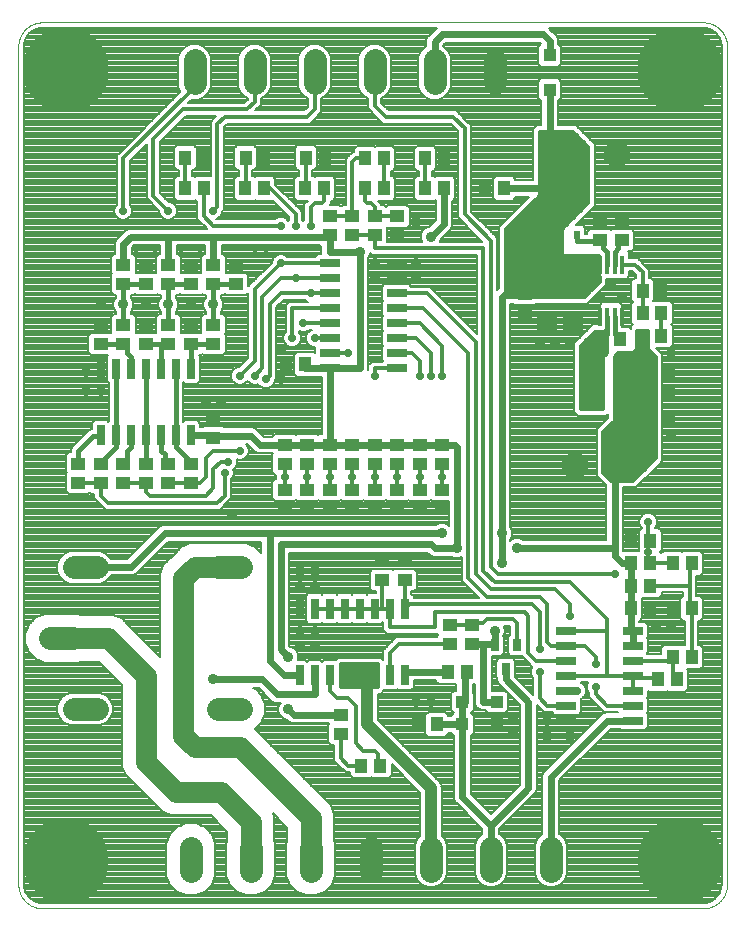
<source format=gtl>
G75*
%MOIN*%
%OFA0B0*%
%FSLAX25Y25*%
%IPPOS*%
%LPD*%
%AMOC8*
5,1,8,0,0,1.08239X$1,22.5*
%
%ADD10C,0.00400*%
%ADD11R,0.04331X0.05118*%
%ADD12R,0.01772X0.06496*%
%ADD13R,0.06299X0.16535*%
%ADD14R,0.05118X0.04331*%
%ADD15R,0.07087X0.06299*%
%ADD16R,0.04331X0.04331*%
%ADD17C,0.08661*%
%ADD18OC8,0.08661*%
%ADD19R,0.02756X0.06890*%
%ADD20R,0.02362X0.03150*%
%ADD21C,0.07677*%
%ADD22R,0.03150X0.03937*%
%ADD23R,0.06890X0.02756*%
%ADD24C,0.00787*%
%ADD25C,0.28346*%
%ADD26C,0.03562*%
%ADD27C,0.02775*%
%ADD28C,0.02400*%
%ADD29C,0.01200*%
%ADD30C,0.01800*%
%ADD31C,0.01600*%
%ADD32C,0.04000*%
%ADD33C,0.07000*%
D10*
X0001394Y0009268D02*
X0001394Y0288795D01*
X0001396Y0288985D01*
X0001403Y0289175D01*
X0001415Y0289365D01*
X0001431Y0289555D01*
X0001451Y0289744D01*
X0001477Y0289933D01*
X0001506Y0290121D01*
X0001541Y0290308D01*
X0001580Y0290494D01*
X0001623Y0290679D01*
X0001671Y0290864D01*
X0001723Y0291047D01*
X0001779Y0291228D01*
X0001840Y0291408D01*
X0001906Y0291587D01*
X0001975Y0291764D01*
X0002049Y0291940D01*
X0002127Y0292113D01*
X0002210Y0292285D01*
X0002296Y0292454D01*
X0002386Y0292622D01*
X0002481Y0292787D01*
X0002579Y0292950D01*
X0002682Y0293110D01*
X0002788Y0293268D01*
X0002898Y0293423D01*
X0003011Y0293576D01*
X0003129Y0293726D01*
X0003250Y0293872D01*
X0003374Y0294016D01*
X0003502Y0294157D01*
X0003633Y0294295D01*
X0003768Y0294430D01*
X0003906Y0294561D01*
X0004047Y0294689D01*
X0004191Y0294813D01*
X0004337Y0294934D01*
X0004487Y0295052D01*
X0004640Y0295165D01*
X0004795Y0295275D01*
X0004953Y0295381D01*
X0005113Y0295484D01*
X0005276Y0295582D01*
X0005441Y0295677D01*
X0005609Y0295767D01*
X0005778Y0295853D01*
X0005950Y0295936D01*
X0006123Y0296014D01*
X0006299Y0296088D01*
X0006476Y0296157D01*
X0006655Y0296223D01*
X0006835Y0296284D01*
X0007016Y0296340D01*
X0007199Y0296392D01*
X0007384Y0296440D01*
X0007569Y0296483D01*
X0007755Y0296522D01*
X0007942Y0296557D01*
X0008130Y0296586D01*
X0008319Y0296612D01*
X0008508Y0296632D01*
X0008698Y0296648D01*
X0008888Y0296660D01*
X0009078Y0296667D01*
X0009268Y0296669D01*
X0229740Y0296669D01*
X0229930Y0296667D01*
X0230120Y0296660D01*
X0230310Y0296648D01*
X0230500Y0296632D01*
X0230689Y0296612D01*
X0230878Y0296586D01*
X0231066Y0296557D01*
X0231253Y0296522D01*
X0231439Y0296483D01*
X0231624Y0296440D01*
X0231809Y0296392D01*
X0231992Y0296340D01*
X0232173Y0296284D01*
X0232353Y0296223D01*
X0232532Y0296157D01*
X0232709Y0296088D01*
X0232885Y0296014D01*
X0233058Y0295936D01*
X0233230Y0295853D01*
X0233399Y0295767D01*
X0233567Y0295677D01*
X0233732Y0295582D01*
X0233895Y0295484D01*
X0234055Y0295381D01*
X0234213Y0295275D01*
X0234368Y0295165D01*
X0234521Y0295052D01*
X0234671Y0294934D01*
X0234817Y0294813D01*
X0234961Y0294689D01*
X0235102Y0294561D01*
X0235240Y0294430D01*
X0235375Y0294295D01*
X0235506Y0294157D01*
X0235634Y0294016D01*
X0235758Y0293872D01*
X0235879Y0293726D01*
X0235997Y0293576D01*
X0236110Y0293423D01*
X0236220Y0293268D01*
X0236326Y0293110D01*
X0236429Y0292950D01*
X0236527Y0292787D01*
X0236622Y0292622D01*
X0236712Y0292454D01*
X0236798Y0292285D01*
X0236881Y0292113D01*
X0236959Y0291940D01*
X0237033Y0291764D01*
X0237102Y0291587D01*
X0237168Y0291408D01*
X0237229Y0291228D01*
X0237285Y0291047D01*
X0237337Y0290864D01*
X0237385Y0290679D01*
X0237428Y0290494D01*
X0237467Y0290308D01*
X0237502Y0290121D01*
X0237531Y0289933D01*
X0237557Y0289744D01*
X0237577Y0289555D01*
X0237593Y0289365D01*
X0237605Y0289175D01*
X0237612Y0288985D01*
X0237614Y0288795D01*
X0237614Y0009268D01*
X0237612Y0009078D01*
X0237605Y0008888D01*
X0237593Y0008698D01*
X0237577Y0008508D01*
X0237557Y0008319D01*
X0237531Y0008130D01*
X0237502Y0007942D01*
X0237467Y0007755D01*
X0237428Y0007569D01*
X0237385Y0007384D01*
X0237337Y0007199D01*
X0237285Y0007016D01*
X0237229Y0006835D01*
X0237168Y0006655D01*
X0237102Y0006476D01*
X0237033Y0006299D01*
X0236959Y0006123D01*
X0236881Y0005950D01*
X0236798Y0005778D01*
X0236712Y0005609D01*
X0236622Y0005441D01*
X0236527Y0005276D01*
X0236429Y0005113D01*
X0236326Y0004953D01*
X0236220Y0004795D01*
X0236110Y0004640D01*
X0235997Y0004487D01*
X0235879Y0004337D01*
X0235758Y0004191D01*
X0235634Y0004047D01*
X0235506Y0003906D01*
X0235375Y0003768D01*
X0235240Y0003633D01*
X0235102Y0003502D01*
X0234961Y0003374D01*
X0234817Y0003250D01*
X0234671Y0003129D01*
X0234521Y0003011D01*
X0234368Y0002898D01*
X0234213Y0002788D01*
X0234055Y0002682D01*
X0233895Y0002579D01*
X0233732Y0002481D01*
X0233567Y0002386D01*
X0233399Y0002296D01*
X0233230Y0002210D01*
X0233058Y0002127D01*
X0232885Y0002049D01*
X0232709Y0001975D01*
X0232532Y0001906D01*
X0232353Y0001840D01*
X0232173Y0001779D01*
X0231992Y0001723D01*
X0231809Y0001671D01*
X0231624Y0001623D01*
X0231439Y0001580D01*
X0231253Y0001541D01*
X0231066Y0001506D01*
X0230878Y0001477D01*
X0230689Y0001451D01*
X0230500Y0001431D01*
X0230310Y0001415D01*
X0230120Y0001403D01*
X0229930Y0001396D01*
X0229740Y0001394D01*
X0009268Y0001394D01*
X0009078Y0001396D01*
X0008888Y0001403D01*
X0008698Y0001415D01*
X0008508Y0001431D01*
X0008319Y0001451D01*
X0008130Y0001477D01*
X0007942Y0001506D01*
X0007755Y0001541D01*
X0007569Y0001580D01*
X0007384Y0001623D01*
X0007199Y0001671D01*
X0007016Y0001723D01*
X0006835Y0001779D01*
X0006655Y0001840D01*
X0006476Y0001906D01*
X0006299Y0001975D01*
X0006123Y0002049D01*
X0005950Y0002127D01*
X0005778Y0002210D01*
X0005609Y0002296D01*
X0005441Y0002386D01*
X0005276Y0002481D01*
X0005113Y0002579D01*
X0004953Y0002682D01*
X0004795Y0002788D01*
X0004640Y0002898D01*
X0004487Y0003011D01*
X0004337Y0003129D01*
X0004191Y0003250D01*
X0004047Y0003374D01*
X0003906Y0003502D01*
X0003768Y0003633D01*
X0003633Y0003768D01*
X0003502Y0003906D01*
X0003374Y0004047D01*
X0003250Y0004191D01*
X0003129Y0004337D01*
X0003011Y0004487D01*
X0002898Y0004640D01*
X0002788Y0004795D01*
X0002682Y0004953D01*
X0002579Y0005113D01*
X0002481Y0005276D01*
X0002386Y0005441D01*
X0002296Y0005609D01*
X0002210Y0005778D01*
X0002127Y0005950D01*
X0002049Y0006123D01*
X0001975Y0006299D01*
X0001906Y0006476D01*
X0001840Y0006655D01*
X0001779Y0006835D01*
X0001723Y0007016D01*
X0001671Y0007199D01*
X0001623Y0007384D01*
X0001580Y0007569D01*
X0001541Y0007755D01*
X0001506Y0007942D01*
X0001477Y0008130D01*
X0001451Y0008319D01*
X0001431Y0008508D01*
X0001415Y0008698D01*
X0001403Y0008888D01*
X0001396Y0009078D01*
X0001394Y0009268D01*
D11*
X0115744Y0048894D03*
X0122043Y0048894D03*
X0134494Y0062644D03*
X0140793Y0062644D03*
X0144494Y0080144D03*
X0150793Y0080144D03*
X0205626Y0101364D03*
X0211925Y0101364D03*
X0212043Y0108894D03*
X0205744Y0108894D03*
X0205744Y0116394D03*
X0212043Y0116394D03*
X0219494Y0116394D03*
X0225793Y0116394D03*
X0225793Y0101394D03*
X0219494Y0101394D03*
X0219494Y0085144D03*
X0220793Y0077644D03*
X0214494Y0077644D03*
X0225793Y0085144D03*
X0212043Y0123894D03*
X0205744Y0123894D03*
X0211994Y0165144D03*
X0218293Y0165144D03*
X0218293Y0172644D03*
X0211994Y0172644D03*
X0211994Y0180144D03*
X0218293Y0180144D03*
X0215764Y0192240D03*
X0209465Y0192240D03*
X0209465Y0199740D03*
X0215764Y0199740D03*
X0215764Y0207240D03*
X0209465Y0207240D03*
X0202014Y0190990D03*
X0195715Y0190990D03*
X0163293Y0241394D03*
X0156994Y0241394D03*
X0143293Y0241394D03*
X0136994Y0241394D03*
X0136994Y0251394D03*
X0143293Y0251394D03*
X0123293Y0251394D03*
X0116994Y0251394D03*
X0116994Y0241394D03*
X0123293Y0241394D03*
X0103293Y0241394D03*
X0096994Y0241394D03*
X0097211Y0251551D03*
X0103510Y0251551D03*
X0083421Y0251551D03*
X0077122Y0251551D03*
X0076994Y0241394D03*
X0083293Y0241394D03*
X0063293Y0241394D03*
X0056994Y0241394D03*
X0057033Y0251551D03*
X0063333Y0251551D03*
X0090744Y0182644D03*
X0097043Y0182644D03*
D12*
X0195114Y0198579D03*
X0197614Y0198579D03*
X0200114Y0198579D03*
X0202614Y0198579D03*
X0202614Y0215902D03*
X0200114Y0215902D03*
X0197614Y0215902D03*
X0195114Y0215902D03*
D13*
X0191709Y0175990D03*
X0203520Y0175990D03*
D14*
X0170173Y0199898D03*
X0170173Y0206197D03*
X0195114Y0224091D03*
X0195114Y0230390D03*
X0202614Y0230390D03*
X0202614Y0224091D03*
X0142644Y0155793D03*
X0142644Y0149494D03*
X0135144Y0149494D03*
X0135144Y0155793D03*
X0127644Y0155793D03*
X0127644Y0149494D03*
X0127644Y0140793D03*
X0127644Y0134494D03*
X0135144Y0134494D03*
X0135144Y0140793D03*
X0142644Y0140793D03*
X0142644Y0134494D03*
X0130144Y0117043D03*
X0130144Y0110744D03*
X0122644Y0110744D03*
X0122644Y0117043D03*
X0120144Y0134494D03*
X0120144Y0140793D03*
X0112644Y0140793D03*
X0112644Y0134494D03*
X0105144Y0134494D03*
X0105144Y0140793D03*
X0097644Y0140793D03*
X0097644Y0134494D03*
X0090144Y0134494D03*
X0090144Y0140793D03*
X0090144Y0149494D03*
X0090144Y0155793D03*
X0097644Y0155793D03*
X0097644Y0149494D03*
X0105144Y0149494D03*
X0105144Y0155793D03*
X0112644Y0155793D03*
X0112644Y0149494D03*
X0120144Y0149494D03*
X0120144Y0155793D03*
X0073894Y0209494D03*
X0073894Y0215793D03*
X0066394Y0215793D03*
X0066394Y0209494D03*
X0058894Y0209494D03*
X0058894Y0215793D03*
X0051394Y0215793D03*
X0051394Y0209494D03*
X0043894Y0209494D03*
X0043894Y0215793D03*
X0036394Y0215793D03*
X0036394Y0209494D03*
X0036394Y0195793D03*
X0036394Y0189494D03*
X0043894Y0189494D03*
X0043894Y0195793D03*
X0051394Y0195793D03*
X0051394Y0189494D03*
X0058894Y0189494D03*
X0058894Y0195793D03*
X0066394Y0195793D03*
X0066394Y0189494D03*
X0066394Y0164543D03*
X0066394Y0158244D03*
X0058894Y0149543D03*
X0058894Y0143244D03*
X0051394Y0143244D03*
X0051394Y0149543D03*
X0043894Y0149543D03*
X0043894Y0143244D03*
X0036394Y0143244D03*
X0036394Y0149543D03*
X0028894Y0149543D03*
X0028894Y0143244D03*
X0021394Y0143244D03*
X0021394Y0149543D03*
X0028894Y0189494D03*
X0028894Y0195793D03*
X0105193Y0225862D03*
X0105193Y0232161D03*
X0112644Y0232043D03*
X0112644Y0225744D03*
X0120144Y0225744D03*
X0120144Y0232043D03*
X0127644Y0232043D03*
X0127644Y0225744D03*
X0145144Y0095793D03*
X0145144Y0089494D03*
X0152644Y0089494D03*
X0152644Y0095793D03*
X0108894Y0065793D03*
X0108894Y0059494D03*
D15*
X0177614Y0196728D03*
X0186364Y0196728D03*
X0186364Y0207752D03*
X0177614Y0207752D03*
D16*
X0178490Y0274248D03*
X0178490Y0285665D03*
X0160852Y0070144D03*
X0160852Y0062644D03*
X0149435Y0062644D03*
X0149435Y0070144D03*
D17*
X0200783Y0148894D03*
X0187004Y0252644D03*
D18*
X0200783Y0252644D03*
X0187004Y0148894D03*
D19*
X0130144Y0101266D03*
X0125144Y0101266D03*
X0120144Y0101266D03*
X0115144Y0101266D03*
X0110144Y0101266D03*
X0105144Y0101266D03*
X0100144Y0101266D03*
X0095144Y0101266D03*
X0095144Y0079022D03*
X0100144Y0079022D03*
X0105144Y0079022D03*
X0110144Y0079022D03*
X0115144Y0079022D03*
X0120144Y0079022D03*
X0125144Y0079022D03*
X0130144Y0079022D03*
X0058894Y0159022D03*
X0053894Y0159022D03*
X0048894Y0159022D03*
X0043894Y0159022D03*
X0038894Y0159022D03*
X0033894Y0159022D03*
X0028894Y0159022D03*
X0028894Y0181266D03*
X0033894Y0181266D03*
X0038894Y0181266D03*
X0043894Y0181266D03*
X0048894Y0181266D03*
X0053894Y0181266D03*
X0058894Y0181266D03*
D20*
X0187614Y0216069D03*
X0187614Y0225911D03*
D21*
X0160144Y0276305D02*
X0160144Y0283982D01*
X0140144Y0283982D02*
X0140144Y0276305D01*
X0120144Y0276305D02*
X0120144Y0283982D01*
X0100144Y0283982D02*
X0100144Y0276305D01*
X0080144Y0276305D02*
X0080144Y0283982D01*
X0060144Y0283982D02*
X0060144Y0276305D01*
X0067821Y0115016D02*
X0075498Y0115016D01*
X0075498Y0067772D02*
X0067821Y0067772D01*
X0058894Y0021482D02*
X0058894Y0013805D01*
X0078894Y0013805D02*
X0078894Y0021482D01*
X0098894Y0021482D02*
X0098894Y0013805D01*
X0118894Y0013805D02*
X0118894Y0021482D01*
X0138894Y0021482D02*
X0138894Y0013805D01*
X0158894Y0013805D02*
X0158894Y0021482D01*
X0178894Y0021482D02*
X0178894Y0013805D01*
X0027467Y0067772D02*
X0019789Y0067772D01*
X0019593Y0091394D02*
X0011915Y0091394D01*
X0019789Y0115016D02*
X0027467Y0115016D01*
D22*
X0160154Y0089081D03*
X0163894Y0081207D03*
X0167634Y0089081D03*
D23*
X0184022Y0088894D03*
X0184022Y0083894D03*
X0184022Y0078894D03*
X0184022Y0073894D03*
X0184022Y0068894D03*
X0184022Y0063894D03*
X0206266Y0063894D03*
X0206266Y0068894D03*
X0206266Y0073894D03*
X0206266Y0078894D03*
X0206266Y0083894D03*
X0206266Y0088894D03*
X0206266Y0093894D03*
X0184022Y0093894D03*
X0127516Y0181394D03*
X0127516Y0186394D03*
X0127516Y0191394D03*
X0127516Y0196394D03*
X0127516Y0201394D03*
X0127516Y0206394D03*
X0127516Y0211394D03*
X0127516Y0216394D03*
X0105272Y0216394D03*
X0105272Y0211394D03*
X0105272Y0206394D03*
X0105272Y0201394D03*
X0105272Y0196394D03*
X0105272Y0191394D03*
X0105272Y0186394D03*
X0105272Y0181394D03*
D24*
X0003850Y0006507D02*
X0004968Y0004968D01*
X0006507Y0003850D01*
X0008317Y0003262D01*
X0009268Y0003187D01*
X0229740Y0003187D01*
X0230691Y0003262D01*
X0232501Y0003850D01*
X0234040Y0004968D01*
X0235158Y0006507D01*
X0235746Y0008317D01*
X0235820Y0009268D01*
X0235820Y0288795D01*
X0235746Y0289746D01*
X0235158Y0291556D01*
X0234040Y0293095D01*
X0232501Y0294213D01*
X0230691Y0294801D01*
X0229740Y0294876D01*
X0178113Y0294876D01*
X0178762Y0294226D01*
X0180859Y0292130D01*
X0181284Y0291103D01*
X0181284Y0289424D01*
X0181316Y0289424D01*
X0182249Y0288491D01*
X0182249Y0282840D01*
X0181316Y0281906D01*
X0175665Y0281906D01*
X0174731Y0282840D01*
X0174731Y0288491D01*
X0175663Y0289423D01*
X0175237Y0289850D01*
X0143801Y0289850D01*
X0142937Y0288987D01*
X0142937Y0288705D01*
X0143221Y0288588D01*
X0144749Y0287059D01*
X0145576Y0285063D01*
X0145576Y0275225D01*
X0144749Y0273228D01*
X0143221Y0271700D01*
X0141224Y0270873D01*
X0139063Y0270873D01*
X0137067Y0271700D01*
X0135538Y0273228D01*
X0134711Y0275225D01*
X0134711Y0285063D01*
X0135538Y0287059D01*
X0137067Y0288588D01*
X0137350Y0288705D01*
X0137350Y0290699D01*
X0137775Y0291726D01*
X0138561Y0292512D01*
X0138561Y0292512D01*
X0140275Y0294226D01*
X0140275Y0294226D01*
X0140925Y0294876D01*
X0009268Y0294876D01*
X0008317Y0294801D01*
X0006507Y0294213D01*
X0004968Y0293095D01*
X0003850Y0291556D01*
X0003262Y0289746D01*
X0003187Y0288795D01*
X0003187Y0009268D01*
X0003262Y0008317D01*
X0003850Y0006507D01*
X0003724Y0006895D02*
X0054251Y0006895D01*
X0054266Y0006880D02*
X0057269Y0005636D01*
X0060519Y0005636D01*
X0063521Y0006880D01*
X0065819Y0009178D01*
X0067063Y0012180D01*
X0067063Y0023107D01*
X0065819Y0026110D01*
X0063521Y0028408D01*
X0060519Y0029652D01*
X0057269Y0029652D01*
X0054266Y0028408D01*
X0051968Y0026110D01*
X0050724Y0023107D01*
X0050724Y0012180D01*
X0051968Y0009178D01*
X0054266Y0006880D01*
X0053465Y0007681D02*
X0003469Y0007681D01*
X0003250Y0008467D02*
X0052679Y0008467D01*
X0051937Y0009253D02*
X0003189Y0009253D01*
X0003187Y0010039D02*
X0051611Y0010039D01*
X0051286Y0010825D02*
X0003187Y0010825D01*
X0003187Y0011611D02*
X0050960Y0011611D01*
X0050724Y0012396D02*
X0003187Y0012396D01*
X0003187Y0013182D02*
X0050724Y0013182D01*
X0050724Y0013968D02*
X0003187Y0013968D01*
X0003187Y0014754D02*
X0050724Y0014754D01*
X0050724Y0015540D02*
X0003187Y0015540D01*
X0003187Y0016326D02*
X0050724Y0016326D01*
X0050724Y0017112D02*
X0003187Y0017112D01*
X0003187Y0017898D02*
X0050724Y0017898D01*
X0050724Y0018684D02*
X0003187Y0018684D01*
X0003187Y0019470D02*
X0050724Y0019470D01*
X0050724Y0020256D02*
X0003187Y0020256D01*
X0003187Y0021042D02*
X0050724Y0021042D01*
X0050724Y0021827D02*
X0003187Y0021827D01*
X0003187Y0022613D02*
X0050724Y0022613D01*
X0050845Y0023399D02*
X0003187Y0023399D01*
X0003187Y0024185D02*
X0051171Y0024185D01*
X0051496Y0024971D02*
X0003187Y0024971D01*
X0003187Y0025757D02*
X0051822Y0025757D01*
X0052401Y0026543D02*
X0003187Y0026543D01*
X0003187Y0027329D02*
X0053187Y0027329D01*
X0053973Y0028115D02*
X0003187Y0028115D01*
X0003187Y0028901D02*
X0055456Y0028901D01*
X0052336Y0032313D02*
X0065650Y0032313D01*
X0071063Y0026900D01*
X0071063Y0023925D01*
X0070724Y0023107D01*
X0070724Y0012180D01*
X0071968Y0009178D01*
X0074266Y0006880D01*
X0077269Y0005636D01*
X0080519Y0005636D01*
X0083521Y0006880D01*
X0085819Y0009178D01*
X0087063Y0012180D01*
X0087063Y0023107D01*
X0086724Y0023925D01*
X0086724Y0031701D01*
X0086168Y0033045D01*
X0091063Y0028150D01*
X0091063Y0023925D01*
X0090724Y0023107D01*
X0090724Y0012180D01*
X0091968Y0009178D01*
X0094266Y0006880D01*
X0097269Y0005636D01*
X0100519Y0005636D01*
X0103521Y0006880D01*
X0105819Y0009178D01*
X0107063Y0012180D01*
X0107063Y0023107D01*
X0106724Y0023925D01*
X0106724Y0032951D01*
X0105532Y0035829D01*
X0081782Y0059579D01*
X0080321Y0061041D01*
X0082424Y0063144D01*
X0083667Y0066147D01*
X0083667Y0069397D01*
X0082424Y0072399D01*
X0080126Y0074697D01*
X0079757Y0074850D01*
X0081487Y0074850D01*
X0086061Y0070275D01*
X0087088Y0069850D01*
X0088827Y0069850D01*
X0088533Y0069555D01*
X0088019Y0068315D01*
X0088019Y0066972D01*
X0088533Y0065732D01*
X0089482Y0064783D01*
X0090722Y0064269D01*
X0090818Y0064269D01*
X0091662Y0063425D01*
X0092688Y0063000D01*
X0104741Y0063000D01*
X0104741Y0062968D01*
X0105065Y0062644D01*
X0104741Y0062320D01*
X0104741Y0056669D01*
X0105675Y0055735D01*
X0106700Y0055735D01*
X0106700Y0050485D01*
X0107985Y0049200D01*
X0110485Y0046700D01*
X0111985Y0046700D01*
X0111985Y0045675D01*
X0112919Y0044741D01*
X0118570Y0044741D01*
X0118894Y0045065D01*
X0119218Y0044741D01*
X0124869Y0044741D01*
X0125802Y0045675D01*
X0125802Y0049403D01*
X0135300Y0039905D01*
X0135300Y0025571D01*
X0134288Y0024559D01*
X0133461Y0022563D01*
X0133461Y0012725D01*
X0134288Y0010728D01*
X0135817Y0009200D01*
X0137813Y0008373D01*
X0139974Y0008373D01*
X0141971Y0009200D01*
X0143499Y0010728D01*
X0144326Y0012725D01*
X0144326Y0022563D01*
X0143499Y0024559D01*
X0142487Y0025571D01*
X0142487Y0042109D01*
X0141940Y0043429D01*
X0121237Y0064132D01*
X0121237Y0072950D01*
X0122302Y0072950D01*
X0123335Y0073983D01*
X0127182Y0073983D01*
X0127644Y0074445D01*
X0128106Y0073983D01*
X0132182Y0073983D01*
X0133115Y0074917D01*
X0133115Y0077350D01*
X0140735Y0077350D01*
X0140735Y0076925D01*
X0141669Y0075991D01*
X0147320Y0075991D01*
X0147350Y0076021D01*
X0147350Y0073903D01*
X0146610Y0073903D01*
X0145676Y0072969D01*
X0145676Y0067318D01*
X0146601Y0066394D01*
X0145676Y0065469D01*
X0145676Y0065437D01*
X0144552Y0065437D01*
X0144552Y0065863D01*
X0143619Y0066796D01*
X0137968Y0066796D01*
X0137034Y0065863D01*
X0137034Y0059425D01*
X0137968Y0058491D01*
X0143619Y0058491D01*
X0144552Y0059425D01*
X0144552Y0059850D01*
X0145676Y0059850D01*
X0145676Y0059818D01*
X0146610Y0058885D01*
X0146641Y0058885D01*
X0146641Y0037797D01*
X0147067Y0036770D01*
X0147853Y0035984D01*
X0156100Y0027737D01*
X0156100Y0026205D01*
X0155817Y0026088D01*
X0154288Y0024559D01*
X0153461Y0022563D01*
X0153461Y0012725D01*
X0154288Y0010728D01*
X0155817Y0009200D01*
X0157813Y0008373D01*
X0159974Y0008373D01*
X0161971Y0009200D01*
X0163499Y0010728D01*
X0164326Y0012725D01*
X0164326Y0022563D01*
X0163499Y0024559D01*
X0161971Y0026088D01*
X0161687Y0026205D01*
X0161687Y0027737D01*
X0173762Y0039811D01*
X0174187Y0040838D01*
X0174187Y0069248D01*
X0174235Y0069200D01*
X0176735Y0066700D01*
X0179139Y0066700D01*
X0179917Y0065922D01*
X0188127Y0065922D01*
X0189060Y0066856D01*
X0189060Y0070932D01*
X0188833Y0071159D01*
X0189332Y0071366D01*
X0190171Y0072205D01*
X0190625Y0073301D01*
X0190625Y0074487D01*
X0190171Y0075582D01*
X0189332Y0076421D01*
X0188833Y0076628D01*
X0188905Y0076700D01*
X0191312Y0076700D01*
X0190913Y0075737D01*
X0190913Y0074551D01*
X0191366Y0073455D01*
X0191700Y0073121D01*
X0191700Y0071735D01*
X0192985Y0070450D01*
X0196735Y0066700D01*
X0201383Y0066700D01*
X0201395Y0066687D01*
X0197088Y0066687D01*
X0196061Y0066262D01*
X0177311Y0047512D01*
X0176525Y0046726D01*
X0176100Y0045699D01*
X0176100Y0026205D01*
X0175817Y0026088D01*
X0174288Y0024559D01*
X0173461Y0022563D01*
X0173461Y0012725D01*
X0174288Y0010728D01*
X0175817Y0009200D01*
X0177813Y0008373D01*
X0179974Y0008373D01*
X0181971Y0009200D01*
X0183499Y0010728D01*
X0184326Y0012725D01*
X0184326Y0022563D01*
X0183499Y0024559D01*
X0181971Y0026088D01*
X0181687Y0026205D01*
X0181687Y0043987D01*
X0198801Y0061100D01*
X0201983Y0061100D01*
X0202161Y0060922D01*
X0210371Y0060922D01*
X0211304Y0061856D01*
X0211304Y0065932D01*
X0210842Y0066394D01*
X0211304Y0066856D01*
X0211304Y0070932D01*
X0210842Y0071394D01*
X0211304Y0071856D01*
X0211304Y0073855D01*
X0211669Y0073491D01*
X0217320Y0073491D01*
X0217644Y0073815D01*
X0217968Y0073491D01*
X0223619Y0073491D01*
X0224552Y0074425D01*
X0224552Y0080863D01*
X0224424Y0080991D01*
X0228619Y0080991D01*
X0229552Y0081925D01*
X0229552Y0088363D01*
X0228619Y0089296D01*
X0227987Y0089296D01*
X0227987Y0097241D01*
X0228619Y0097241D01*
X0229552Y0098175D01*
X0229552Y0104613D01*
X0228619Y0105546D01*
X0227337Y0105546D01*
X0227337Y0112241D01*
X0228619Y0112241D01*
X0229552Y0113175D01*
X0229552Y0119613D01*
X0228619Y0120546D01*
X0222968Y0120546D01*
X0222644Y0120222D01*
X0222320Y0120546D01*
X0216669Y0120546D01*
X0215769Y0119647D01*
X0215272Y0120144D01*
X0215802Y0120675D01*
X0215802Y0127113D01*
X0214869Y0128046D01*
X0213587Y0128046D01*
X0213587Y0128121D01*
X0213921Y0128455D01*
X0214375Y0129551D01*
X0214375Y0130737D01*
X0213921Y0131832D01*
X0213082Y0132671D01*
X0211987Y0133125D01*
X0210801Y0133125D01*
X0209705Y0132671D01*
X0208866Y0131832D01*
X0208413Y0130737D01*
X0208413Y0129551D01*
X0208866Y0128455D01*
X0209200Y0128121D01*
X0209200Y0128029D01*
X0208284Y0127113D01*
X0208284Y0120675D01*
X0208412Y0120546D01*
X0202937Y0120546D01*
X0202937Y0141700D01*
X0207302Y0141700D01*
X0214802Y0149200D01*
X0216087Y0150485D01*
X0216087Y0186052D01*
X0214052Y0188087D01*
X0218589Y0188087D01*
X0219523Y0189021D01*
X0219523Y0195459D01*
X0218992Y0195990D01*
X0219523Y0196521D01*
X0219523Y0202959D01*
X0218589Y0203893D01*
X0213096Y0203893D01*
X0213224Y0204021D01*
X0213224Y0210459D01*
X0212290Y0211393D01*
X0211658Y0211393D01*
X0211658Y0214231D01*
X0210373Y0215517D01*
X0207794Y0218095D01*
X0205094Y0218095D01*
X0205094Y0219810D01*
X0204572Y0220331D01*
X0205833Y0220331D01*
X0206767Y0221265D01*
X0206767Y0226916D01*
X0205833Y0227850D01*
X0199395Y0227850D01*
X0198864Y0227319D01*
X0198333Y0227850D01*
X0191895Y0227850D01*
X0190961Y0226916D01*
X0190961Y0226287D01*
X0190389Y0226287D01*
X0190389Y0228146D01*
X0189455Y0229080D01*
X0187182Y0229080D01*
X0193587Y0235485D01*
X0193587Y0256052D01*
X0192302Y0257337D01*
X0187302Y0262337D01*
X0181284Y0262337D01*
X0181284Y0270489D01*
X0181316Y0270489D01*
X0182249Y0271423D01*
X0182249Y0277074D01*
X0181316Y0278007D01*
X0175665Y0278007D01*
X0174731Y0277074D01*
X0174731Y0271423D01*
X0175665Y0270489D01*
X0175696Y0270489D01*
X0175696Y0262337D01*
X0174235Y0262337D01*
X0172950Y0261052D01*
X0172950Y0244187D01*
X0167052Y0244187D01*
X0167052Y0244613D01*
X0166119Y0245546D01*
X0160468Y0245546D01*
X0159534Y0244613D01*
X0159534Y0238175D01*
X0160468Y0237241D01*
X0166119Y0237241D01*
X0167052Y0238175D01*
X0167052Y0238600D01*
X0171748Y0238600D01*
X0161700Y0228552D01*
X0161700Y0208151D01*
X0161087Y0207538D01*
X0161087Y0224802D01*
X0159802Y0226087D01*
X0152337Y0233552D01*
X0152337Y0262302D01*
X0151052Y0263587D01*
X0147302Y0267337D01*
X0124802Y0267337D01*
X0122337Y0269802D01*
X0122337Y0271334D01*
X0123221Y0271700D01*
X0124749Y0273228D01*
X0125576Y0275225D01*
X0125576Y0285063D01*
X0124749Y0287059D01*
X0123221Y0288588D01*
X0121224Y0289415D01*
X0119063Y0289415D01*
X0117067Y0288588D01*
X0115538Y0287059D01*
X0114711Y0285063D01*
X0114711Y0275225D01*
X0115538Y0273228D01*
X0117067Y0271700D01*
X0117950Y0271334D01*
X0117950Y0267985D01*
X0121700Y0264235D01*
X0122985Y0262950D01*
X0145485Y0262950D01*
X0147950Y0260485D01*
X0147950Y0231735D01*
X0156098Y0223587D01*
X0141902Y0223587D01*
X0142268Y0224472D01*
X0142268Y0224568D01*
X0145662Y0227961D01*
X0146087Y0228988D01*
X0146087Y0237241D01*
X0146119Y0237241D01*
X0147052Y0238175D01*
X0147052Y0244613D01*
X0146119Y0245546D01*
X0140468Y0245546D01*
X0140144Y0245222D01*
X0139820Y0245546D01*
X0139188Y0245546D01*
X0139188Y0247241D01*
X0139820Y0247241D01*
X0140753Y0248175D01*
X0140753Y0254613D01*
X0139820Y0255546D01*
X0134169Y0255546D01*
X0133235Y0254613D01*
X0133235Y0248175D01*
X0134169Y0247241D01*
X0134800Y0247241D01*
X0134800Y0245546D01*
X0134169Y0245546D01*
X0133235Y0244613D01*
X0133235Y0238175D01*
X0134169Y0237241D01*
X0139820Y0237241D01*
X0140144Y0237565D01*
X0140468Y0237241D01*
X0140500Y0237241D01*
X0140500Y0230700D01*
X0138318Y0228518D01*
X0138222Y0228518D01*
X0136982Y0228005D01*
X0136033Y0227055D01*
X0135519Y0225815D01*
X0135519Y0224472D01*
X0135885Y0223587D01*
X0124296Y0223587D01*
X0124296Y0228412D01*
X0124425Y0228284D01*
X0130863Y0228284D01*
X0131796Y0229218D01*
X0131796Y0234869D01*
X0130863Y0235802D01*
X0124425Y0235802D01*
X0123894Y0235272D01*
X0123363Y0235802D01*
X0122337Y0235802D01*
X0122337Y0236052D01*
X0121149Y0237241D01*
X0126119Y0237241D01*
X0127052Y0238175D01*
X0127052Y0244613D01*
X0126119Y0245546D01*
X0125487Y0245546D01*
X0125487Y0247241D01*
X0126119Y0247241D01*
X0127052Y0248175D01*
X0127052Y0254613D01*
X0126119Y0255546D01*
X0120468Y0255546D01*
X0120144Y0255222D01*
X0119820Y0255546D01*
X0114169Y0255546D01*
X0113235Y0254613D01*
X0113235Y0253587D01*
X0112985Y0253587D01*
X0111735Y0252337D01*
X0110450Y0251052D01*
X0110450Y0235802D01*
X0109425Y0235802D01*
X0108977Y0235355D01*
X0108412Y0235920D01*
X0105273Y0235920D01*
X0105487Y0236135D01*
X0105487Y0237241D01*
X0106119Y0237241D01*
X0107052Y0238175D01*
X0107052Y0244613D01*
X0106119Y0245546D01*
X0100468Y0245546D01*
X0100144Y0245222D01*
X0099820Y0245546D01*
X0099404Y0245546D01*
X0099404Y0247398D01*
X0100036Y0247398D01*
X0100970Y0248332D01*
X0100970Y0254770D01*
X0100036Y0255704D01*
X0094385Y0255704D01*
X0093452Y0254770D01*
X0093452Y0248332D01*
X0094385Y0247398D01*
X0095017Y0247398D01*
X0095017Y0245546D01*
X0094169Y0245546D01*
X0093235Y0244613D01*
X0093235Y0238175D01*
X0094169Y0237241D01*
X0097889Y0237241D01*
X0096700Y0236052D01*
X0096700Y0230916D01*
X0096394Y0230610D01*
X0096087Y0230916D01*
X0096087Y0233552D01*
X0094802Y0234837D01*
X0087052Y0242587D01*
X0087052Y0244613D01*
X0086119Y0245546D01*
X0080468Y0245546D01*
X0080144Y0245222D01*
X0079820Y0245546D01*
X0079316Y0245546D01*
X0079316Y0247398D01*
X0079948Y0247398D01*
X0080881Y0248332D01*
X0080881Y0254770D01*
X0079948Y0255704D01*
X0074297Y0255704D01*
X0073363Y0254770D01*
X0073363Y0248332D01*
X0074297Y0247398D01*
X0074928Y0247398D01*
X0074928Y0245546D01*
X0074169Y0245546D01*
X0073235Y0244613D01*
X0073235Y0238175D01*
X0074169Y0237241D01*
X0079820Y0237241D01*
X0080144Y0237565D01*
X0080468Y0237241D01*
X0086119Y0237241D01*
X0086156Y0237279D01*
X0091700Y0231735D01*
X0091700Y0230916D01*
X0091394Y0230610D01*
X0090582Y0231421D01*
X0089487Y0231875D01*
X0088301Y0231875D01*
X0087205Y0231421D01*
X0086871Y0231087D01*
X0067409Y0231087D01*
X0068082Y0231366D01*
X0068921Y0232205D01*
X0069375Y0233301D01*
X0069375Y0233772D01*
X0069837Y0234235D01*
X0069837Y0261735D01*
X0071052Y0262950D01*
X0098552Y0262950D01*
X0099837Y0264235D01*
X0102337Y0266735D01*
X0102337Y0271334D01*
X0103221Y0271700D01*
X0104749Y0273228D01*
X0105576Y0275225D01*
X0105576Y0285063D01*
X0104749Y0287059D01*
X0103221Y0288588D01*
X0101224Y0289415D01*
X0099063Y0289415D01*
X0097067Y0288588D01*
X0095538Y0287059D01*
X0094711Y0285063D01*
X0094711Y0275225D01*
X0095538Y0273228D01*
X0097067Y0271700D01*
X0097950Y0271334D01*
X0097950Y0268552D01*
X0096735Y0267337D01*
X0080440Y0267337D01*
X0082337Y0269235D01*
X0082337Y0271334D01*
X0083221Y0271700D01*
X0084749Y0273228D01*
X0085576Y0275225D01*
X0085576Y0285063D01*
X0084749Y0287059D01*
X0083221Y0288588D01*
X0081224Y0289415D01*
X0079063Y0289415D01*
X0077067Y0288588D01*
X0075538Y0287059D01*
X0074711Y0285063D01*
X0074711Y0275225D01*
X0075538Y0273228D01*
X0077067Y0271700D01*
X0077950Y0271334D01*
X0077950Y0271052D01*
X0076735Y0269837D01*
X0057940Y0269837D01*
X0059001Y0270899D01*
X0059063Y0270873D01*
X0061224Y0270873D01*
X0063221Y0271700D01*
X0064749Y0273228D01*
X0065576Y0275225D01*
X0065576Y0285063D01*
X0064749Y0287059D01*
X0063221Y0288588D01*
X0061224Y0289415D01*
X0059063Y0289415D01*
X0057067Y0288588D01*
X0055538Y0287059D01*
X0054711Y0285063D01*
X0054711Y0275225D01*
X0055418Y0273520D01*
X0035485Y0253587D01*
X0034200Y0252302D01*
X0034200Y0235916D01*
X0033866Y0235582D01*
X0033413Y0234487D01*
X0033413Y0233301D01*
X0033866Y0232205D01*
X0034705Y0231366D01*
X0035801Y0230913D01*
X0036987Y0230913D01*
X0038082Y0231366D01*
X0038921Y0232205D01*
X0039375Y0233301D01*
X0039375Y0234487D01*
X0038921Y0235582D01*
X0038587Y0235916D01*
X0038587Y0250485D01*
X0044200Y0256098D01*
X0044200Y0237985D01*
X0048413Y0233772D01*
X0048413Y0233301D01*
X0048866Y0232205D01*
X0049705Y0231366D01*
X0050801Y0230913D01*
X0051987Y0230913D01*
X0053082Y0231366D01*
X0053921Y0232205D01*
X0054375Y0233301D01*
X0054375Y0234487D01*
X0053921Y0235582D01*
X0053082Y0236421D01*
X0051987Y0236875D01*
X0051515Y0236875D01*
X0048587Y0239802D01*
X0048587Y0256735D01*
X0057302Y0265450D01*
X0067348Y0265450D01*
X0066735Y0264837D01*
X0065450Y0263552D01*
X0065450Y0245546D01*
X0060468Y0245546D01*
X0060144Y0245222D01*
X0059820Y0245546D01*
X0059227Y0245546D01*
X0059227Y0247398D01*
X0059859Y0247398D01*
X0060793Y0248332D01*
X0060793Y0254770D01*
X0059859Y0255704D01*
X0054208Y0255704D01*
X0053274Y0254770D01*
X0053274Y0248332D01*
X0054208Y0247398D01*
X0054840Y0247398D01*
X0054840Y0245546D01*
X0054169Y0245546D01*
X0053235Y0244613D01*
X0053235Y0238175D01*
X0054169Y0237241D01*
X0059820Y0237241D01*
X0060144Y0237565D01*
X0060468Y0237241D01*
X0061100Y0237241D01*
X0061100Y0231085D01*
X0064200Y0227985D01*
X0064248Y0227937D01*
X0038338Y0227937D01*
X0037311Y0227512D01*
X0036525Y0226726D01*
X0034025Y0224226D01*
X0033600Y0223199D01*
X0033600Y0219552D01*
X0033175Y0219552D01*
X0032241Y0218619D01*
X0032241Y0212968D01*
X0032565Y0212644D01*
X0032241Y0212320D01*
X0032241Y0206669D01*
X0033175Y0205735D01*
X0034000Y0205735D01*
X0034000Y0205023D01*
X0033533Y0204555D01*
X0033019Y0203315D01*
X0033019Y0201972D01*
X0033533Y0200732D01*
X0034000Y0200265D01*
X0034000Y0199552D01*
X0033175Y0199552D01*
X0032241Y0198619D01*
X0032241Y0193125D01*
X0032113Y0193253D01*
X0025675Y0193253D01*
X0024741Y0192320D01*
X0024741Y0186669D01*
X0025675Y0185735D01*
X0031286Y0185735D01*
X0030922Y0185371D01*
X0030922Y0177161D01*
X0031500Y0176583D01*
X0031500Y0163705D01*
X0031394Y0163598D01*
X0030932Y0164060D01*
X0026856Y0164060D01*
X0025922Y0163127D01*
X0025922Y0161287D01*
X0025918Y0161287D01*
X0025038Y0160923D01*
X0024364Y0160250D01*
X0019364Y0155250D01*
X0019000Y0154370D01*
X0019000Y0153302D01*
X0018175Y0153302D01*
X0017241Y0152369D01*
X0017241Y0146718D01*
X0017565Y0146394D01*
X0017241Y0146070D01*
X0017241Y0140419D01*
X0018175Y0139485D01*
X0024613Y0139485D01*
X0025144Y0140016D01*
X0025675Y0139485D01*
X0026700Y0139485D01*
X0026700Y0137985D01*
X0029200Y0135485D01*
X0030485Y0134200D01*
X0068552Y0134200D01*
X0071052Y0136700D01*
X0072337Y0137985D01*
X0072337Y0144371D01*
X0072671Y0144705D01*
X0073125Y0145801D01*
X0073125Y0146987D01*
X0072896Y0147539D01*
X0073082Y0147616D01*
X0073921Y0148455D01*
X0074375Y0149551D01*
X0074375Y0150737D01*
X0074250Y0151037D01*
X0074551Y0150913D01*
X0075737Y0150913D01*
X0076832Y0151366D01*
X0077671Y0152205D01*
X0078125Y0153301D01*
X0078125Y0154487D01*
X0077671Y0155582D01*
X0077153Y0156100D01*
X0077737Y0156100D01*
X0079626Y0154211D01*
X0080412Y0153425D01*
X0081438Y0153000D01*
X0085991Y0153000D01*
X0085991Y0152968D01*
X0086315Y0152644D01*
X0085991Y0152320D01*
X0085991Y0146669D01*
X0086925Y0145735D01*
X0087163Y0145735D01*
X0087163Y0144552D01*
X0086925Y0144552D01*
X0085991Y0143619D01*
X0085991Y0137968D01*
X0086925Y0137034D01*
X0093363Y0137034D01*
X0093894Y0137565D01*
X0094425Y0137034D01*
X0100863Y0137034D01*
X0101394Y0137565D01*
X0101925Y0137034D01*
X0108363Y0137034D01*
X0108894Y0137565D01*
X0109425Y0137034D01*
X0115863Y0137034D01*
X0116394Y0137565D01*
X0116925Y0137034D01*
X0123363Y0137034D01*
X0123894Y0137565D01*
X0124425Y0137034D01*
X0130863Y0137034D01*
X0131394Y0137565D01*
X0131925Y0137034D01*
X0138363Y0137034D01*
X0138894Y0137565D01*
X0139425Y0137034D01*
X0144850Y0137034D01*
X0144850Y0128960D01*
X0144555Y0129255D01*
X0143315Y0129768D01*
X0141972Y0129768D01*
X0140732Y0129255D01*
X0140665Y0129187D01*
X0049588Y0129187D01*
X0048561Y0128762D01*
X0037737Y0117937D01*
X0032136Y0117937D01*
X0032072Y0118093D01*
X0030544Y0119621D01*
X0028547Y0120448D01*
X0018709Y0120448D01*
X0016712Y0119621D01*
X0015184Y0118093D01*
X0014357Y0116096D01*
X0014357Y0113935D01*
X0015184Y0111939D01*
X0016712Y0110410D01*
X0018709Y0109583D01*
X0028547Y0109583D01*
X0030544Y0110410D01*
X0032072Y0111939D01*
X0032242Y0112350D01*
X0039449Y0112350D01*
X0040476Y0112775D01*
X0041262Y0113561D01*
X0051301Y0123600D01*
X0082350Y0123600D01*
X0082350Y0119717D01*
X0080126Y0121941D01*
X0077123Y0123185D01*
X0066196Y0123185D01*
X0065687Y0122974D01*
X0058586Y0122974D01*
X0055708Y0121782D01*
X0053505Y0119579D01*
X0049755Y0115829D01*
X0048563Y0112951D01*
X0048563Y0085299D01*
X0038032Y0095829D01*
X0035829Y0098032D01*
X0032951Y0099224D01*
X0022035Y0099224D01*
X0021217Y0099563D01*
X0010290Y0099563D01*
X0007288Y0098319D01*
X0004990Y0096021D01*
X0003746Y0093019D01*
X0003746Y0089769D01*
X0004990Y0086766D01*
X0007288Y0084468D01*
X0010290Y0083224D01*
X0021217Y0083224D01*
X0022035Y0083563D01*
X0028150Y0083563D01*
X0036063Y0075650D01*
X0036063Y0048586D01*
X0037255Y0045708D01*
X0039458Y0043505D01*
X0049458Y0033505D01*
X0052336Y0032313D01*
X0051087Y0032830D02*
X0003187Y0032830D01*
X0003187Y0032044D02*
X0065919Y0032044D01*
X0066705Y0031258D02*
X0003187Y0031258D01*
X0003187Y0030472D02*
X0067491Y0030472D01*
X0068277Y0029687D02*
X0003187Y0029687D01*
X0003187Y0033616D02*
X0049347Y0033616D01*
X0048561Y0034402D02*
X0003187Y0034402D01*
X0003187Y0035188D02*
X0047775Y0035188D01*
X0046989Y0035974D02*
X0003187Y0035974D01*
X0003187Y0036760D02*
X0046203Y0036760D01*
X0045417Y0037546D02*
X0003187Y0037546D01*
X0003187Y0038332D02*
X0044631Y0038332D01*
X0043846Y0039118D02*
X0003187Y0039118D01*
X0003187Y0039903D02*
X0043060Y0039903D01*
X0042274Y0040689D02*
X0003187Y0040689D01*
X0003187Y0041475D02*
X0041488Y0041475D01*
X0040702Y0042261D02*
X0003187Y0042261D01*
X0003187Y0043047D02*
X0039916Y0043047D01*
X0039130Y0043833D02*
X0003187Y0043833D01*
X0003187Y0044619D02*
X0038344Y0044619D01*
X0037558Y0045405D02*
X0003187Y0045405D01*
X0003187Y0046191D02*
X0037055Y0046191D01*
X0036730Y0046977D02*
X0003187Y0046977D01*
X0003187Y0047763D02*
X0036404Y0047763D01*
X0036079Y0048548D02*
X0003187Y0048548D01*
X0003187Y0049334D02*
X0036063Y0049334D01*
X0036063Y0050120D02*
X0003187Y0050120D01*
X0003187Y0050906D02*
X0036063Y0050906D01*
X0036063Y0051692D02*
X0003187Y0051692D01*
X0003187Y0052478D02*
X0036063Y0052478D01*
X0036063Y0053264D02*
X0003187Y0053264D01*
X0003187Y0054050D02*
X0036063Y0054050D01*
X0036063Y0054836D02*
X0003187Y0054836D01*
X0003187Y0055622D02*
X0036063Y0055622D01*
X0036063Y0056408D02*
X0003187Y0056408D01*
X0003187Y0057194D02*
X0036063Y0057194D01*
X0036063Y0057979D02*
X0003187Y0057979D01*
X0003187Y0058765D02*
X0036063Y0058765D01*
X0036063Y0059551D02*
X0003187Y0059551D01*
X0003187Y0060337D02*
X0036063Y0060337D01*
X0036063Y0061123D02*
X0003187Y0061123D01*
X0003187Y0061909D02*
X0036063Y0061909D01*
X0036063Y0062695D02*
X0029405Y0062695D01*
X0028547Y0062339D02*
X0030544Y0063166D01*
X0032072Y0064695D01*
X0032899Y0066691D01*
X0032899Y0068852D01*
X0032072Y0070849D01*
X0030544Y0072377D01*
X0028547Y0073204D01*
X0018709Y0073204D01*
X0016712Y0072377D01*
X0015184Y0070849D01*
X0014357Y0068852D01*
X0014357Y0066691D01*
X0015184Y0064695D01*
X0016712Y0063166D01*
X0018709Y0062339D01*
X0028547Y0062339D01*
X0030858Y0063481D02*
X0036063Y0063481D01*
X0036063Y0064267D02*
X0031644Y0064267D01*
X0032220Y0065053D02*
X0036063Y0065053D01*
X0036063Y0065839D02*
X0032546Y0065839D01*
X0032871Y0066624D02*
X0036063Y0066624D01*
X0036063Y0067410D02*
X0032899Y0067410D01*
X0032899Y0068196D02*
X0036063Y0068196D01*
X0036063Y0068982D02*
X0032845Y0068982D01*
X0032519Y0069768D02*
X0036063Y0069768D01*
X0036063Y0070554D02*
X0032194Y0070554D01*
X0031581Y0071340D02*
X0036063Y0071340D01*
X0036063Y0072126D02*
X0030795Y0072126D01*
X0029252Y0072912D02*
X0036063Y0072912D01*
X0036063Y0073698D02*
X0003187Y0073698D01*
X0003187Y0074484D02*
X0036063Y0074484D01*
X0036063Y0075270D02*
X0003187Y0075270D01*
X0003187Y0076055D02*
X0035658Y0076055D01*
X0034872Y0076841D02*
X0003187Y0076841D01*
X0003187Y0077627D02*
X0034086Y0077627D01*
X0033300Y0078413D02*
X0003187Y0078413D01*
X0003187Y0079199D02*
X0032514Y0079199D01*
X0031728Y0079985D02*
X0003187Y0079985D01*
X0003187Y0080771D02*
X0030942Y0080771D01*
X0030156Y0081557D02*
X0003187Y0081557D01*
X0003187Y0082343D02*
X0029370Y0082343D01*
X0028584Y0083129D02*
X0003187Y0083129D01*
X0003187Y0083915D02*
X0008624Y0083915D01*
X0007055Y0084700D02*
X0003187Y0084700D01*
X0003187Y0085486D02*
X0006270Y0085486D01*
X0005484Y0086272D02*
X0003187Y0086272D01*
X0003187Y0087058D02*
X0004869Y0087058D01*
X0004543Y0087844D02*
X0003187Y0087844D01*
X0003187Y0088630D02*
X0004218Y0088630D01*
X0003892Y0089416D02*
X0003187Y0089416D01*
X0003187Y0090202D02*
X0003746Y0090202D01*
X0003746Y0090988D02*
X0003187Y0090988D01*
X0003187Y0091774D02*
X0003746Y0091774D01*
X0003746Y0092560D02*
X0003187Y0092560D01*
X0003187Y0093346D02*
X0003881Y0093346D01*
X0004207Y0094131D02*
X0003187Y0094131D01*
X0003187Y0094917D02*
X0004533Y0094917D01*
X0004858Y0095703D02*
X0003187Y0095703D01*
X0003187Y0096489D02*
X0005458Y0096489D01*
X0006244Y0097275D02*
X0003187Y0097275D01*
X0003187Y0098061D02*
X0007030Y0098061D01*
X0008562Y0098847D02*
X0003187Y0098847D01*
X0003187Y0099633D02*
X0048563Y0099633D01*
X0048563Y0100419D02*
X0003187Y0100419D01*
X0003187Y0101205D02*
X0048563Y0101205D01*
X0048563Y0101991D02*
X0003187Y0101991D01*
X0003187Y0102776D02*
X0048563Y0102776D01*
X0048563Y0103562D02*
X0003187Y0103562D01*
X0003187Y0104348D02*
X0048563Y0104348D01*
X0048563Y0105134D02*
X0003187Y0105134D01*
X0003187Y0105920D02*
X0048563Y0105920D01*
X0048563Y0106706D02*
X0003187Y0106706D01*
X0003187Y0107492D02*
X0048563Y0107492D01*
X0048563Y0108278D02*
X0003187Y0108278D01*
X0003187Y0109064D02*
X0048563Y0109064D01*
X0048563Y0109850D02*
X0029190Y0109850D01*
X0030769Y0110636D02*
X0048563Y0110636D01*
X0048563Y0111422D02*
X0031555Y0111422D01*
X0032183Y0112207D02*
X0048563Y0112207D01*
X0048580Y0112993D02*
X0040694Y0112993D01*
X0041480Y0113779D02*
X0048906Y0113779D01*
X0049231Y0114565D02*
X0042266Y0114565D01*
X0043052Y0115351D02*
X0049557Y0115351D01*
X0050063Y0116137D02*
X0043838Y0116137D01*
X0044624Y0116923D02*
X0050849Y0116923D01*
X0051635Y0117709D02*
X0045410Y0117709D01*
X0046196Y0118495D02*
X0052420Y0118495D01*
X0053206Y0119281D02*
X0046982Y0119281D01*
X0047767Y0120067D02*
X0053992Y0120067D01*
X0054778Y0120852D02*
X0048553Y0120852D01*
X0049339Y0121638D02*
X0055564Y0121638D01*
X0057258Y0122424D02*
X0050125Y0122424D01*
X0050911Y0123210D02*
X0082350Y0123210D01*
X0082350Y0122424D02*
X0078960Y0122424D01*
X0080429Y0121638D02*
X0082350Y0121638D01*
X0082350Y0120852D02*
X0081214Y0120852D01*
X0082000Y0120067D02*
X0082350Y0120067D01*
X0091687Y0119850D02*
X0137737Y0119850D01*
X0138561Y0119025D01*
X0139588Y0118600D01*
X0145665Y0118600D01*
X0145732Y0118533D01*
X0146972Y0118019D01*
X0148315Y0118019D01*
X0149200Y0118385D01*
X0149200Y0110485D01*
X0154848Y0104837D01*
X0133115Y0104837D01*
X0133115Y0105371D01*
X0132337Y0106149D01*
X0132337Y0106985D01*
X0133363Y0106985D01*
X0134296Y0107919D01*
X0134296Y0113570D01*
X0133363Y0114503D01*
X0126925Y0114503D01*
X0126394Y0113972D01*
X0125863Y0114503D01*
X0119425Y0114503D01*
X0118491Y0113570D01*
X0118491Y0107919D01*
X0119425Y0106985D01*
X0120450Y0106985D01*
X0120450Y0106304D01*
X0118106Y0106304D01*
X0117644Y0105842D01*
X0117182Y0106304D01*
X0113106Y0106304D01*
X0112644Y0105842D01*
X0112182Y0106304D01*
X0108106Y0106304D01*
X0107644Y0105842D01*
X0107182Y0106304D01*
X0103106Y0106304D01*
X0102644Y0105842D01*
X0102182Y0106304D01*
X0098106Y0106304D01*
X0097172Y0105371D01*
X0097172Y0097161D01*
X0098106Y0096227D01*
X0102182Y0096227D01*
X0102644Y0096689D01*
X0103106Y0096227D01*
X0107182Y0096227D01*
X0107644Y0096689D01*
X0108106Y0096227D01*
X0112182Y0096227D01*
X0112644Y0096689D01*
X0113106Y0096227D01*
X0117182Y0096227D01*
X0117644Y0096689D01*
X0118106Y0096227D01*
X0122182Y0096227D01*
X0122644Y0096689D01*
X0122950Y0096383D01*
X0122950Y0094235D01*
X0124235Y0092950D01*
X0141009Y0092950D01*
X0141315Y0092644D01*
X0140991Y0092320D01*
X0140991Y0091688D01*
X0127335Y0091688D01*
X0126050Y0090403D01*
X0122950Y0087302D01*
X0122950Y0084190D01*
X0122302Y0084837D01*
X0107985Y0084837D01*
X0107195Y0084047D01*
X0107182Y0084060D01*
X0103106Y0084060D01*
X0102644Y0083598D01*
X0102182Y0084060D01*
X0098106Y0084060D01*
X0097644Y0083598D01*
X0097182Y0084060D01*
X0094598Y0084060D01*
X0094768Y0084472D01*
X0094768Y0085815D01*
X0094255Y0087055D01*
X0093305Y0088005D01*
X0092065Y0088518D01*
X0091970Y0088518D01*
X0091687Y0088801D01*
X0091687Y0119850D01*
X0091687Y0119281D02*
X0138306Y0119281D01*
X0134087Y0113779D02*
X0149200Y0113779D01*
X0149200Y0112993D02*
X0134296Y0112993D01*
X0134296Y0112207D02*
X0149200Y0112207D01*
X0149200Y0111422D02*
X0134296Y0111422D01*
X0134296Y0110636D02*
X0149200Y0110636D01*
X0149835Y0109850D02*
X0134296Y0109850D01*
X0134296Y0109064D02*
X0150621Y0109064D01*
X0151407Y0108278D02*
X0134296Y0108278D01*
X0133870Y0107492D02*
X0152193Y0107492D01*
X0152979Y0106706D02*
X0132337Y0106706D01*
X0132566Y0105920D02*
X0153765Y0105920D01*
X0154551Y0105134D02*
X0133115Y0105134D01*
X0141231Y0092560D02*
X0091687Y0092560D01*
X0091687Y0093346D02*
X0123840Y0093346D01*
X0123054Y0094131D02*
X0091687Y0094131D01*
X0091687Y0094917D02*
X0122950Y0094917D01*
X0122950Y0095703D02*
X0091687Y0095703D01*
X0091687Y0096489D02*
X0097844Y0096489D01*
X0097172Y0097275D02*
X0091687Y0097275D01*
X0091687Y0098061D02*
X0097172Y0098061D01*
X0097172Y0098847D02*
X0091687Y0098847D01*
X0091687Y0099633D02*
X0097172Y0099633D01*
X0097172Y0100419D02*
X0091687Y0100419D01*
X0091687Y0101205D02*
X0097172Y0101205D01*
X0097172Y0101991D02*
X0091687Y0101991D01*
X0091687Y0102776D02*
X0097172Y0102776D01*
X0097172Y0103562D02*
X0091687Y0103562D01*
X0091687Y0104348D02*
X0097172Y0104348D01*
X0097172Y0105134D02*
X0091687Y0105134D01*
X0091687Y0105920D02*
X0097721Y0105920D01*
X0102566Y0105920D02*
X0102721Y0105920D01*
X0107566Y0105920D02*
X0107721Y0105920D01*
X0112566Y0105920D02*
X0112721Y0105920D01*
X0117566Y0105920D02*
X0117721Y0105920D01*
X0118918Y0107492D02*
X0091687Y0107492D01*
X0091687Y0108278D02*
X0118491Y0108278D01*
X0118491Y0109064D02*
X0091687Y0109064D01*
X0091687Y0109850D02*
X0118491Y0109850D01*
X0118491Y0110636D02*
X0091687Y0110636D01*
X0091687Y0111422D02*
X0118491Y0111422D01*
X0118491Y0112207D02*
X0091687Y0112207D01*
X0091687Y0112993D02*
X0118491Y0112993D01*
X0118701Y0113779D02*
X0091687Y0113779D01*
X0091687Y0114565D02*
X0149200Y0114565D01*
X0149200Y0115351D02*
X0091687Y0115351D01*
X0091687Y0116137D02*
X0149200Y0116137D01*
X0149200Y0116923D02*
X0091687Y0116923D01*
X0091687Y0117709D02*
X0149200Y0117709D01*
X0145824Y0118495D02*
X0091687Y0118495D01*
X0091687Y0106706D02*
X0120450Y0106706D01*
X0122444Y0096489D02*
X0122844Y0096489D01*
X0117844Y0096489D02*
X0117444Y0096489D01*
X0112844Y0096489D02*
X0112444Y0096489D01*
X0107844Y0096489D02*
X0107444Y0096489D01*
X0102844Y0096489D02*
X0102444Y0096489D01*
X0091687Y0091774D02*
X0140991Y0091774D01*
X0140818Y0076841D02*
X0133115Y0076841D01*
X0133115Y0076055D02*
X0141604Y0076055D01*
X0145676Y0072912D02*
X0121237Y0072912D01*
X0121237Y0072126D02*
X0145676Y0072126D01*
X0145676Y0071340D02*
X0121237Y0071340D01*
X0121237Y0070554D02*
X0145676Y0070554D01*
X0145676Y0069768D02*
X0121237Y0069768D01*
X0121237Y0068982D02*
X0145676Y0068982D01*
X0145676Y0068196D02*
X0121237Y0068196D01*
X0121237Y0067410D02*
X0145676Y0067410D01*
X0146370Y0066624D02*
X0143791Y0066624D01*
X0144552Y0065839D02*
X0146045Y0065839D01*
X0152270Y0066394D02*
X0153194Y0067318D01*
X0153194Y0072969D01*
X0152937Y0073226D01*
X0152937Y0075991D01*
X0153600Y0075991D01*
X0153600Y0069588D01*
X0154025Y0068561D01*
X0154811Y0067775D01*
X0155838Y0067350D01*
X0157093Y0067350D01*
X0157093Y0067318D01*
X0158027Y0066385D01*
X0163678Y0066385D01*
X0164611Y0067318D01*
X0164611Y0072969D01*
X0163678Y0073903D01*
X0159187Y0073903D01*
X0159187Y0085519D01*
X0162388Y0085519D01*
X0163322Y0086452D01*
X0163322Y0091709D01*
X0163018Y0092014D01*
X0163518Y0093222D01*
X0163518Y0094565D01*
X0163152Y0095450D01*
X0165440Y0095450D01*
X0165440Y0092643D01*
X0165399Y0092643D01*
X0164465Y0091709D01*
X0164465Y0086452D01*
X0165399Y0085519D01*
X0169200Y0085519D01*
X0169200Y0085485D01*
X0171700Y0082985D01*
X0172735Y0081950D01*
X0172616Y0081832D01*
X0172163Y0080737D01*
X0172163Y0079551D01*
X0172616Y0078455D01*
X0172950Y0078121D01*
X0172950Y0072538D01*
X0166986Y0078502D01*
X0167062Y0078578D01*
X0167062Y0083835D01*
X0166129Y0084769D01*
X0161659Y0084769D01*
X0160725Y0083835D01*
X0160725Y0078578D01*
X0161100Y0078203D01*
X0161100Y0077088D01*
X0161525Y0076061D01*
X0168600Y0068987D01*
X0168600Y0042551D01*
X0158894Y0032845D01*
X0152229Y0039510D01*
X0152229Y0058885D01*
X0152261Y0058885D01*
X0153194Y0059818D01*
X0153194Y0065469D01*
X0152270Y0066394D01*
X0152500Y0066624D02*
X0157787Y0066624D01*
X0155692Y0067410D02*
X0153194Y0067410D01*
X0153194Y0068196D02*
X0154390Y0068196D01*
X0153851Y0068982D02*
X0153194Y0068982D01*
X0153194Y0069768D02*
X0153600Y0069768D01*
X0153600Y0070554D02*
X0153194Y0070554D01*
X0153194Y0071340D02*
X0153600Y0071340D01*
X0153600Y0072126D02*
X0153194Y0072126D01*
X0153194Y0072912D02*
X0153600Y0072912D01*
X0153600Y0073698D02*
X0152937Y0073698D01*
X0152937Y0074484D02*
X0153600Y0074484D01*
X0153600Y0075270D02*
X0152937Y0075270D01*
X0147350Y0075270D02*
X0133115Y0075270D01*
X0132682Y0074484D02*
X0147350Y0074484D01*
X0146404Y0073698D02*
X0123050Y0073698D01*
X0121237Y0066624D02*
X0137796Y0066624D01*
X0137034Y0065839D02*
X0121237Y0065839D01*
X0121237Y0065053D02*
X0137034Y0065053D01*
X0137034Y0064267D02*
X0121237Y0064267D01*
X0121889Y0063481D02*
X0137034Y0063481D01*
X0137034Y0062695D02*
X0122675Y0062695D01*
X0123461Y0061909D02*
X0137034Y0061909D01*
X0137034Y0061123D02*
X0124247Y0061123D01*
X0125032Y0060337D02*
X0137034Y0060337D01*
X0137034Y0059551D02*
X0125818Y0059551D01*
X0126604Y0058765D02*
X0137693Y0058765D01*
X0132106Y0053264D02*
X0146641Y0053264D01*
X0146641Y0054050D02*
X0131320Y0054050D01*
X0130534Y0054836D02*
X0146641Y0054836D01*
X0146641Y0055622D02*
X0129748Y0055622D01*
X0128962Y0056408D02*
X0146641Y0056408D01*
X0146641Y0057194D02*
X0128176Y0057194D01*
X0127390Y0057979D02*
X0146641Y0057979D01*
X0146641Y0058765D02*
X0143893Y0058765D01*
X0144552Y0059551D02*
X0145943Y0059551D01*
X0152229Y0058765D02*
X0168600Y0058765D01*
X0168600Y0057979D02*
X0152229Y0057979D01*
X0152229Y0057194D02*
X0168600Y0057194D01*
X0168600Y0056408D02*
X0152229Y0056408D01*
X0152229Y0055622D02*
X0168600Y0055622D01*
X0168600Y0054836D02*
X0152229Y0054836D01*
X0152229Y0054050D02*
X0168600Y0054050D01*
X0168600Y0053264D02*
X0152229Y0053264D01*
X0152229Y0052478D02*
X0168600Y0052478D01*
X0168600Y0051692D02*
X0152229Y0051692D01*
X0152229Y0050906D02*
X0168600Y0050906D01*
X0168600Y0050120D02*
X0152229Y0050120D01*
X0152229Y0049334D02*
X0168600Y0049334D01*
X0168600Y0048548D02*
X0152229Y0048548D01*
X0152229Y0047763D02*
X0168600Y0047763D01*
X0168600Y0046977D02*
X0152229Y0046977D01*
X0152229Y0046191D02*
X0168600Y0046191D01*
X0168600Y0045405D02*
X0152229Y0045405D01*
X0152229Y0044619D02*
X0168600Y0044619D01*
X0168600Y0043833D02*
X0152229Y0043833D01*
X0152229Y0043047D02*
X0168600Y0043047D01*
X0168310Y0042261D02*
X0152229Y0042261D01*
X0152229Y0041475D02*
X0167524Y0041475D01*
X0166738Y0040689D02*
X0152229Y0040689D01*
X0152229Y0039903D02*
X0165953Y0039903D01*
X0165167Y0039118D02*
X0152621Y0039118D01*
X0153407Y0038332D02*
X0164381Y0038332D01*
X0163595Y0037546D02*
X0154193Y0037546D01*
X0154978Y0036760D02*
X0162809Y0036760D01*
X0162023Y0035974D02*
X0155764Y0035974D01*
X0156550Y0035188D02*
X0161237Y0035188D01*
X0160451Y0034402D02*
X0157336Y0034402D01*
X0158122Y0033616D02*
X0159665Y0033616D01*
X0163637Y0029687D02*
X0176100Y0029687D01*
X0176100Y0030472D02*
X0164423Y0030472D01*
X0165209Y0031258D02*
X0176100Y0031258D01*
X0176100Y0032044D02*
X0165995Y0032044D01*
X0166781Y0032830D02*
X0176100Y0032830D01*
X0176100Y0033616D02*
X0167567Y0033616D01*
X0168353Y0034402D02*
X0176100Y0034402D01*
X0176100Y0035188D02*
X0169139Y0035188D01*
X0169925Y0035974D02*
X0176100Y0035974D01*
X0176100Y0036760D02*
X0170711Y0036760D01*
X0171497Y0037546D02*
X0176100Y0037546D01*
X0176100Y0038332D02*
X0172282Y0038332D01*
X0173068Y0039118D02*
X0176100Y0039118D01*
X0176100Y0039903D02*
X0173800Y0039903D01*
X0174126Y0040689D02*
X0176100Y0040689D01*
X0176100Y0041475D02*
X0174187Y0041475D01*
X0174187Y0042261D02*
X0176100Y0042261D01*
X0176100Y0043047D02*
X0174187Y0043047D01*
X0174187Y0043833D02*
X0176100Y0043833D01*
X0176100Y0044619D02*
X0174187Y0044619D01*
X0174187Y0045405D02*
X0176100Y0045405D01*
X0176304Y0046191D02*
X0174187Y0046191D01*
X0174187Y0046977D02*
X0176776Y0046977D01*
X0177562Y0047763D02*
X0174187Y0047763D01*
X0174187Y0048548D02*
X0178348Y0048548D01*
X0179134Y0049334D02*
X0174187Y0049334D01*
X0174187Y0050120D02*
X0179919Y0050120D01*
X0180705Y0050906D02*
X0174187Y0050906D01*
X0174187Y0051692D02*
X0181491Y0051692D01*
X0182277Y0052478D02*
X0174187Y0052478D01*
X0174187Y0053264D02*
X0183063Y0053264D01*
X0183849Y0054050D02*
X0174187Y0054050D01*
X0174187Y0054836D02*
X0184635Y0054836D01*
X0185421Y0055622D02*
X0174187Y0055622D01*
X0174187Y0056408D02*
X0186207Y0056408D01*
X0186993Y0057194D02*
X0174187Y0057194D01*
X0174187Y0057979D02*
X0187779Y0057979D01*
X0188564Y0058765D02*
X0174187Y0058765D01*
X0174187Y0059551D02*
X0189350Y0059551D01*
X0190136Y0060337D02*
X0174187Y0060337D01*
X0174187Y0061123D02*
X0190922Y0061123D01*
X0191708Y0061909D02*
X0174187Y0061909D01*
X0174187Y0062695D02*
X0192494Y0062695D01*
X0193280Y0063481D02*
X0174187Y0063481D01*
X0174187Y0064267D02*
X0194066Y0064267D01*
X0194852Y0065053D02*
X0174187Y0065053D01*
X0174187Y0065839D02*
X0195638Y0065839D01*
X0196936Y0066624D02*
X0188829Y0066624D01*
X0189060Y0067410D02*
X0196025Y0067410D01*
X0195239Y0068196D02*
X0189060Y0068196D01*
X0189060Y0068982D02*
X0194453Y0068982D01*
X0193667Y0069768D02*
X0189060Y0069768D01*
X0189060Y0070554D02*
X0192881Y0070554D01*
X0192095Y0071340D02*
X0189268Y0071340D01*
X0190092Y0072126D02*
X0191700Y0072126D01*
X0191700Y0072912D02*
X0190464Y0072912D01*
X0190625Y0073698D02*
X0191266Y0073698D01*
X0190940Y0074484D02*
X0190625Y0074484D01*
X0190913Y0075270D02*
X0190301Y0075270D01*
X0189698Y0076055D02*
X0191045Y0076055D01*
X0179214Y0066624D02*
X0174187Y0066624D01*
X0174187Y0067410D02*
X0176025Y0067410D01*
X0175239Y0068196D02*
X0174187Y0068196D01*
X0174187Y0068982D02*
X0174453Y0068982D01*
X0172950Y0072912D02*
X0172576Y0072912D01*
X0172950Y0073698D02*
X0171791Y0073698D01*
X0171005Y0074484D02*
X0172950Y0074484D01*
X0172950Y0075270D02*
X0170219Y0075270D01*
X0169433Y0076055D02*
X0172950Y0076055D01*
X0172950Y0076841D02*
X0168647Y0076841D01*
X0167861Y0077627D02*
X0172950Y0077627D01*
X0172658Y0078413D02*
X0167075Y0078413D01*
X0167062Y0079199D02*
X0172308Y0079199D01*
X0172163Y0079985D02*
X0167062Y0079985D01*
X0167062Y0080771D02*
X0172177Y0080771D01*
X0172502Y0081557D02*
X0167062Y0081557D01*
X0167062Y0082343D02*
X0172342Y0082343D01*
X0171556Y0083129D02*
X0167062Y0083129D01*
X0166983Y0083915D02*
X0170770Y0083915D01*
X0169985Y0084700D02*
X0166197Y0084700D01*
X0164645Y0086272D02*
X0163142Y0086272D01*
X0163322Y0087058D02*
X0164465Y0087058D01*
X0164465Y0087844D02*
X0163322Y0087844D01*
X0163322Y0088630D02*
X0164465Y0088630D01*
X0164465Y0089416D02*
X0163322Y0089416D01*
X0163322Y0090202D02*
X0164465Y0090202D01*
X0164465Y0090988D02*
X0163322Y0090988D01*
X0163258Y0091774D02*
X0164530Y0091774D01*
X0165316Y0092560D02*
X0163244Y0092560D01*
X0163518Y0093346D02*
X0165440Y0093346D01*
X0165440Y0094131D02*
X0163518Y0094131D01*
X0163373Y0094917D02*
X0165440Y0094917D01*
X0169200Y0085486D02*
X0159187Y0085486D01*
X0159187Y0084700D02*
X0161590Y0084700D01*
X0160804Y0083915D02*
X0159187Y0083915D01*
X0159187Y0083129D02*
X0160725Y0083129D01*
X0160725Y0082343D02*
X0159187Y0082343D01*
X0159187Y0081557D02*
X0160725Y0081557D01*
X0160725Y0080771D02*
X0159187Y0080771D01*
X0159187Y0079985D02*
X0160725Y0079985D01*
X0160725Y0079199D02*
X0159187Y0079199D01*
X0159187Y0078413D02*
X0160890Y0078413D01*
X0161100Y0077627D02*
X0159187Y0077627D01*
X0159187Y0076841D02*
X0161202Y0076841D01*
X0161531Y0076055D02*
X0159187Y0076055D01*
X0159187Y0075270D02*
X0162317Y0075270D01*
X0163103Y0074484D02*
X0159187Y0074484D01*
X0163883Y0073698D02*
X0163889Y0073698D01*
X0164611Y0072912D02*
X0164675Y0072912D01*
X0164611Y0072126D02*
X0165461Y0072126D01*
X0166247Y0071340D02*
X0164611Y0071340D01*
X0164611Y0070554D02*
X0167032Y0070554D01*
X0167818Y0069768D02*
X0164611Y0069768D01*
X0164611Y0068982D02*
X0168600Y0068982D01*
X0168600Y0068196D02*
X0164611Y0068196D01*
X0164611Y0067410D02*
X0168600Y0067410D01*
X0168600Y0066624D02*
X0163918Y0066624D01*
X0168600Y0065839D02*
X0152825Y0065839D01*
X0153194Y0065053D02*
X0168600Y0065053D01*
X0168600Y0064267D02*
X0153194Y0064267D01*
X0153194Y0063481D02*
X0168600Y0063481D01*
X0168600Y0062695D02*
X0153194Y0062695D01*
X0153194Y0061909D02*
X0168600Y0061909D01*
X0168600Y0061123D02*
X0153194Y0061123D01*
X0153194Y0060337D02*
X0168600Y0060337D01*
X0168600Y0059551D02*
X0152927Y0059551D01*
X0146641Y0052478D02*
X0132892Y0052478D01*
X0133678Y0051692D02*
X0146641Y0051692D01*
X0146641Y0050906D02*
X0134463Y0050906D01*
X0135249Y0050120D02*
X0146641Y0050120D01*
X0146641Y0049334D02*
X0136035Y0049334D01*
X0136821Y0048548D02*
X0146641Y0048548D01*
X0146641Y0047763D02*
X0137607Y0047763D01*
X0138393Y0046977D02*
X0146641Y0046977D01*
X0146641Y0046191D02*
X0139179Y0046191D01*
X0139965Y0045405D02*
X0146641Y0045405D01*
X0146641Y0044619D02*
X0140751Y0044619D01*
X0141537Y0043833D02*
X0146641Y0043833D01*
X0146641Y0043047D02*
X0142099Y0043047D01*
X0142424Y0042261D02*
X0146641Y0042261D01*
X0146641Y0041475D02*
X0142487Y0041475D01*
X0142487Y0040689D02*
X0146641Y0040689D01*
X0146641Y0039903D02*
X0142487Y0039903D01*
X0142487Y0039118D02*
X0146641Y0039118D01*
X0146641Y0038332D02*
X0142487Y0038332D01*
X0142487Y0037546D02*
X0146745Y0037546D01*
X0147077Y0036760D02*
X0142487Y0036760D01*
X0142487Y0035974D02*
X0147863Y0035974D01*
X0148649Y0035188D02*
X0142487Y0035188D01*
X0142487Y0034402D02*
X0149434Y0034402D01*
X0150220Y0033616D02*
X0142487Y0033616D01*
X0142487Y0032830D02*
X0151006Y0032830D01*
X0151792Y0032044D02*
X0142487Y0032044D01*
X0142487Y0031258D02*
X0152578Y0031258D01*
X0153364Y0030472D02*
X0142487Y0030472D01*
X0142487Y0029687D02*
X0154150Y0029687D01*
X0154936Y0028901D02*
X0142487Y0028901D01*
X0142487Y0028115D02*
X0155722Y0028115D01*
X0156100Y0027329D02*
X0142487Y0027329D01*
X0142487Y0026543D02*
X0156100Y0026543D01*
X0155486Y0025757D02*
X0142487Y0025757D01*
X0143087Y0024971D02*
X0154700Y0024971D01*
X0154133Y0024185D02*
X0143654Y0024185D01*
X0143980Y0023399D02*
X0153808Y0023399D01*
X0153482Y0022613D02*
X0144305Y0022613D01*
X0144326Y0021827D02*
X0153461Y0021827D01*
X0153461Y0021042D02*
X0144326Y0021042D01*
X0144326Y0020256D02*
X0153461Y0020256D01*
X0153461Y0019470D02*
X0144326Y0019470D01*
X0144326Y0018684D02*
X0153461Y0018684D01*
X0153461Y0017898D02*
X0144326Y0017898D01*
X0144326Y0017112D02*
X0153461Y0017112D01*
X0153461Y0016326D02*
X0144326Y0016326D01*
X0144326Y0015540D02*
X0153461Y0015540D01*
X0153461Y0014754D02*
X0144326Y0014754D01*
X0144326Y0013968D02*
X0153461Y0013968D01*
X0153461Y0013182D02*
X0144326Y0013182D01*
X0144190Y0012396D02*
X0153597Y0012396D01*
X0153923Y0011611D02*
X0143865Y0011611D01*
X0143539Y0010825D02*
X0154248Y0010825D01*
X0154978Y0010039D02*
X0142810Y0010039D01*
X0142024Y0009253D02*
X0155764Y0009253D01*
X0157586Y0008467D02*
X0140201Y0008467D01*
X0137586Y0008467D02*
X0105109Y0008467D01*
X0105850Y0009253D02*
X0135764Y0009253D01*
X0134978Y0010039D02*
X0106176Y0010039D01*
X0106502Y0010825D02*
X0134248Y0010825D01*
X0133923Y0011611D02*
X0106827Y0011611D01*
X0107063Y0012396D02*
X0133597Y0012396D01*
X0133461Y0013182D02*
X0107063Y0013182D01*
X0107063Y0013968D02*
X0133461Y0013968D01*
X0133461Y0014754D02*
X0107063Y0014754D01*
X0107063Y0015540D02*
X0133461Y0015540D01*
X0133461Y0016326D02*
X0107063Y0016326D01*
X0107063Y0017112D02*
X0133461Y0017112D01*
X0133461Y0017898D02*
X0107063Y0017898D01*
X0107063Y0018684D02*
X0133461Y0018684D01*
X0133461Y0019470D02*
X0107063Y0019470D01*
X0107063Y0020256D02*
X0133461Y0020256D01*
X0133461Y0021042D02*
X0107063Y0021042D01*
X0107063Y0021827D02*
X0133461Y0021827D01*
X0133482Y0022613D02*
X0107063Y0022613D01*
X0106942Y0023399D02*
X0133808Y0023399D01*
X0134133Y0024185D02*
X0106724Y0024185D01*
X0106724Y0024971D02*
X0134700Y0024971D01*
X0135300Y0025757D02*
X0106724Y0025757D01*
X0106724Y0026543D02*
X0135300Y0026543D01*
X0135300Y0027329D02*
X0106724Y0027329D01*
X0106724Y0028115D02*
X0135300Y0028115D01*
X0135300Y0028901D02*
X0106724Y0028901D01*
X0106724Y0029687D02*
X0135300Y0029687D01*
X0135300Y0030472D02*
X0106724Y0030472D01*
X0106724Y0031258D02*
X0135300Y0031258D01*
X0135300Y0032044D02*
X0106724Y0032044D01*
X0106724Y0032830D02*
X0135300Y0032830D01*
X0135300Y0033616D02*
X0106449Y0033616D01*
X0106123Y0034402D02*
X0135300Y0034402D01*
X0135300Y0035188D02*
X0105798Y0035188D01*
X0105388Y0035974D02*
X0135300Y0035974D01*
X0135300Y0036760D02*
X0104602Y0036760D01*
X0103816Y0037546D02*
X0135300Y0037546D01*
X0135300Y0038332D02*
X0103030Y0038332D01*
X0102244Y0039118D02*
X0135300Y0039118D01*
X0135300Y0039903D02*
X0101458Y0039903D01*
X0100672Y0040689D02*
X0134516Y0040689D01*
X0133730Y0041475D02*
X0099886Y0041475D01*
X0099101Y0042261D02*
X0132944Y0042261D01*
X0132158Y0043047D02*
X0098315Y0043047D01*
X0097529Y0043833D02*
X0131372Y0043833D01*
X0130586Y0044619D02*
X0096743Y0044619D01*
X0095957Y0045405D02*
X0112255Y0045405D01*
X0111985Y0046191D02*
X0095171Y0046191D01*
X0094385Y0046977D02*
X0110208Y0046977D01*
X0109422Y0047763D02*
X0093599Y0047763D01*
X0092813Y0048548D02*
X0108637Y0048548D01*
X0107851Y0049334D02*
X0092027Y0049334D01*
X0091241Y0050120D02*
X0107065Y0050120D01*
X0106700Y0050906D02*
X0090455Y0050906D01*
X0089670Y0051692D02*
X0106700Y0051692D01*
X0106700Y0052478D02*
X0088884Y0052478D01*
X0088098Y0053264D02*
X0106700Y0053264D01*
X0106700Y0054050D02*
X0087312Y0054050D01*
X0086526Y0054836D02*
X0106700Y0054836D01*
X0106700Y0055622D02*
X0085740Y0055622D01*
X0084954Y0056408D02*
X0105002Y0056408D01*
X0104741Y0057194D02*
X0084168Y0057194D01*
X0083382Y0057979D02*
X0104741Y0057979D01*
X0104741Y0058765D02*
X0082596Y0058765D01*
X0081810Y0059551D02*
X0104741Y0059551D01*
X0104741Y0060337D02*
X0081025Y0060337D01*
X0080403Y0061123D02*
X0104741Y0061123D01*
X0104741Y0061909D02*
X0081188Y0061909D01*
X0081974Y0062695D02*
X0105014Y0062695D01*
X0091606Y0063481D02*
X0082563Y0063481D01*
X0082889Y0064267D02*
X0090820Y0064267D01*
X0089212Y0065053D02*
X0083214Y0065053D01*
X0083540Y0065839D02*
X0088489Y0065839D01*
X0088163Y0066624D02*
X0083667Y0066624D01*
X0083667Y0067410D02*
X0088019Y0067410D01*
X0088019Y0068196D02*
X0083667Y0068196D01*
X0083667Y0068982D02*
X0088295Y0068982D01*
X0088745Y0069768D02*
X0083513Y0069768D01*
X0083188Y0070554D02*
X0085782Y0070554D01*
X0084997Y0071340D02*
X0082862Y0071340D01*
X0082537Y0072126D02*
X0084211Y0072126D01*
X0083425Y0072912D02*
X0081911Y0072912D01*
X0082639Y0073698D02*
X0081125Y0073698D01*
X0081853Y0074484D02*
X0080339Y0074484D01*
X0091858Y0088630D02*
X0124278Y0088630D01*
X0125064Y0089416D02*
X0091687Y0089416D01*
X0091687Y0090202D02*
X0125849Y0090202D01*
X0126635Y0090988D02*
X0091687Y0090988D01*
X0093466Y0087844D02*
X0123492Y0087844D01*
X0122950Y0087058D02*
X0094252Y0087058D01*
X0094579Y0086272D02*
X0122950Y0086272D01*
X0122950Y0085486D02*
X0094768Y0085486D01*
X0094768Y0084700D02*
X0107848Y0084700D01*
X0102960Y0083915D02*
X0102327Y0083915D01*
X0097960Y0083915D02*
X0097327Y0083915D01*
X0122439Y0084700D02*
X0122950Y0084700D01*
X0125802Y0049334D02*
X0125871Y0049334D01*
X0125802Y0048548D02*
X0126657Y0048548D01*
X0127443Y0047763D02*
X0125802Y0047763D01*
X0125802Y0046977D02*
X0128228Y0046977D01*
X0129014Y0046191D02*
X0125802Y0046191D01*
X0125533Y0045405D02*
X0129800Y0045405D01*
X0162066Y0028115D02*
X0176100Y0028115D01*
X0176100Y0028901D02*
X0162852Y0028901D01*
X0161687Y0027329D02*
X0176100Y0027329D01*
X0176100Y0026543D02*
X0161687Y0026543D01*
X0162301Y0025757D02*
X0175486Y0025757D01*
X0174700Y0024971D02*
X0163087Y0024971D01*
X0163654Y0024185D02*
X0174133Y0024185D01*
X0173808Y0023399D02*
X0163980Y0023399D01*
X0164305Y0022613D02*
X0173482Y0022613D01*
X0173461Y0021827D02*
X0164326Y0021827D01*
X0164326Y0021042D02*
X0173461Y0021042D01*
X0173461Y0020256D02*
X0164326Y0020256D01*
X0164326Y0019470D02*
X0173461Y0019470D01*
X0173461Y0018684D02*
X0164326Y0018684D01*
X0164326Y0017898D02*
X0173461Y0017898D01*
X0173461Y0017112D02*
X0164326Y0017112D01*
X0164326Y0016326D02*
X0173461Y0016326D01*
X0173461Y0015540D02*
X0164326Y0015540D01*
X0164326Y0014754D02*
X0173461Y0014754D01*
X0173461Y0013968D02*
X0164326Y0013968D01*
X0164326Y0013182D02*
X0173461Y0013182D01*
X0173597Y0012396D02*
X0164190Y0012396D01*
X0163865Y0011611D02*
X0173923Y0011611D01*
X0174248Y0010825D02*
X0163539Y0010825D01*
X0162810Y0010039D02*
X0174978Y0010039D01*
X0175764Y0009253D02*
X0162024Y0009253D01*
X0160201Y0008467D02*
X0177586Y0008467D01*
X0180201Y0008467D02*
X0235757Y0008467D01*
X0235819Y0009253D02*
X0182024Y0009253D01*
X0182810Y0010039D02*
X0235820Y0010039D01*
X0235820Y0010825D02*
X0183539Y0010825D01*
X0183865Y0011611D02*
X0235820Y0011611D01*
X0235820Y0012396D02*
X0184190Y0012396D01*
X0184326Y0013182D02*
X0235820Y0013182D01*
X0235820Y0013968D02*
X0184326Y0013968D01*
X0184326Y0014754D02*
X0235820Y0014754D01*
X0235820Y0015540D02*
X0184326Y0015540D01*
X0184326Y0016326D02*
X0235820Y0016326D01*
X0235820Y0017112D02*
X0184326Y0017112D01*
X0184326Y0017898D02*
X0235820Y0017898D01*
X0235820Y0018684D02*
X0184326Y0018684D01*
X0184326Y0019470D02*
X0235820Y0019470D01*
X0235820Y0020256D02*
X0184326Y0020256D01*
X0184326Y0021042D02*
X0235820Y0021042D01*
X0235820Y0021827D02*
X0184326Y0021827D01*
X0184305Y0022613D02*
X0235820Y0022613D01*
X0235820Y0023399D02*
X0183980Y0023399D01*
X0183654Y0024185D02*
X0235820Y0024185D01*
X0235820Y0024971D02*
X0183087Y0024971D01*
X0182301Y0025757D02*
X0235820Y0025757D01*
X0235820Y0026543D02*
X0181687Y0026543D01*
X0181687Y0027329D02*
X0235820Y0027329D01*
X0235820Y0028115D02*
X0181687Y0028115D01*
X0181687Y0028901D02*
X0235820Y0028901D01*
X0235820Y0029687D02*
X0181687Y0029687D01*
X0181687Y0030472D02*
X0235820Y0030472D01*
X0235820Y0031258D02*
X0181687Y0031258D01*
X0181687Y0032044D02*
X0235820Y0032044D01*
X0235820Y0032830D02*
X0181687Y0032830D01*
X0181687Y0033616D02*
X0235820Y0033616D01*
X0235820Y0034402D02*
X0181687Y0034402D01*
X0181687Y0035188D02*
X0235820Y0035188D01*
X0235820Y0035974D02*
X0181687Y0035974D01*
X0181687Y0036760D02*
X0235820Y0036760D01*
X0235820Y0037546D02*
X0181687Y0037546D01*
X0181687Y0038332D02*
X0235820Y0038332D01*
X0235820Y0039118D02*
X0181687Y0039118D01*
X0181687Y0039903D02*
X0235820Y0039903D01*
X0235820Y0040689D02*
X0181687Y0040689D01*
X0181687Y0041475D02*
X0235820Y0041475D01*
X0235820Y0042261D02*
X0181687Y0042261D01*
X0181687Y0043047D02*
X0235820Y0043047D01*
X0235820Y0043833D02*
X0181687Y0043833D01*
X0182320Y0044619D02*
X0235820Y0044619D01*
X0235820Y0045405D02*
X0183106Y0045405D01*
X0183892Y0046191D02*
X0235820Y0046191D01*
X0235820Y0046977D02*
X0184678Y0046977D01*
X0185463Y0047763D02*
X0235820Y0047763D01*
X0235820Y0048548D02*
X0186249Y0048548D01*
X0187035Y0049334D02*
X0235820Y0049334D01*
X0235820Y0050120D02*
X0187821Y0050120D01*
X0188607Y0050906D02*
X0235820Y0050906D01*
X0235820Y0051692D02*
X0189393Y0051692D01*
X0190179Y0052478D02*
X0235820Y0052478D01*
X0235820Y0053264D02*
X0190965Y0053264D01*
X0191751Y0054050D02*
X0235820Y0054050D01*
X0235820Y0054836D02*
X0192537Y0054836D01*
X0193323Y0055622D02*
X0235820Y0055622D01*
X0235820Y0056408D02*
X0194108Y0056408D01*
X0194894Y0057194D02*
X0235820Y0057194D01*
X0235820Y0057979D02*
X0195680Y0057979D01*
X0196466Y0058765D02*
X0235820Y0058765D01*
X0235820Y0059551D02*
X0197252Y0059551D01*
X0198038Y0060337D02*
X0235820Y0060337D01*
X0235820Y0061123D02*
X0210572Y0061123D01*
X0211304Y0061909D02*
X0235820Y0061909D01*
X0235820Y0062695D02*
X0211304Y0062695D01*
X0211304Y0063481D02*
X0235820Y0063481D01*
X0235820Y0064267D02*
X0211304Y0064267D01*
X0211304Y0065053D02*
X0235820Y0065053D01*
X0235820Y0065839D02*
X0211304Y0065839D01*
X0211073Y0066624D02*
X0235820Y0066624D01*
X0235820Y0067410D02*
X0211304Y0067410D01*
X0211304Y0068196D02*
X0235820Y0068196D01*
X0235820Y0068982D02*
X0211304Y0068982D01*
X0211304Y0069768D02*
X0235820Y0069768D01*
X0235820Y0070554D02*
X0211304Y0070554D01*
X0210896Y0071340D02*
X0235820Y0071340D01*
X0235820Y0072126D02*
X0211304Y0072126D01*
X0211304Y0072912D02*
X0235820Y0072912D01*
X0235820Y0073698D02*
X0223826Y0073698D01*
X0224552Y0074484D02*
X0235820Y0074484D01*
X0235820Y0075270D02*
X0224552Y0075270D01*
X0224552Y0076055D02*
X0235820Y0076055D01*
X0235820Y0076841D02*
X0224552Y0076841D01*
X0224552Y0077627D02*
X0235820Y0077627D01*
X0235820Y0078413D02*
X0224552Y0078413D01*
X0224552Y0079199D02*
X0235820Y0079199D01*
X0235820Y0079985D02*
X0224552Y0079985D01*
X0224552Y0080771D02*
X0235820Y0080771D01*
X0235820Y0081557D02*
X0229185Y0081557D01*
X0229552Y0082343D02*
X0235820Y0082343D01*
X0235820Y0083129D02*
X0229552Y0083129D01*
X0229552Y0083915D02*
X0235820Y0083915D01*
X0235820Y0084700D02*
X0229552Y0084700D01*
X0229552Y0085486D02*
X0235820Y0085486D01*
X0235820Y0086272D02*
X0229552Y0086272D01*
X0229552Y0087058D02*
X0235820Y0087058D01*
X0235820Y0087844D02*
X0229552Y0087844D01*
X0229285Y0088630D02*
X0235820Y0088630D01*
X0235820Y0089416D02*
X0227987Y0089416D01*
X0227987Y0090202D02*
X0235820Y0090202D01*
X0235820Y0090988D02*
X0227987Y0090988D01*
X0227987Y0091774D02*
X0235820Y0091774D01*
X0235820Y0092560D02*
X0227987Y0092560D01*
X0227987Y0093346D02*
X0235820Y0093346D01*
X0235820Y0094131D02*
X0227987Y0094131D01*
X0227987Y0094917D02*
X0235820Y0094917D01*
X0235820Y0095703D02*
X0227987Y0095703D01*
X0227987Y0096489D02*
X0235820Y0096489D01*
X0235820Y0097275D02*
X0228653Y0097275D01*
X0229439Y0098061D02*
X0235820Y0098061D01*
X0235820Y0098847D02*
X0229552Y0098847D01*
X0229552Y0099633D02*
X0235820Y0099633D01*
X0235820Y0100419D02*
X0229552Y0100419D01*
X0229552Y0101205D02*
X0235820Y0101205D01*
X0235820Y0101991D02*
X0229552Y0101991D01*
X0229552Y0102776D02*
X0235820Y0102776D01*
X0235820Y0103562D02*
X0229552Y0103562D01*
X0229552Y0104348D02*
X0235820Y0104348D01*
X0235820Y0105134D02*
X0229031Y0105134D01*
X0227337Y0105920D02*
X0235820Y0105920D01*
X0235820Y0106706D02*
X0227337Y0106706D01*
X0227337Y0107492D02*
X0235820Y0107492D01*
X0235820Y0108278D02*
X0227337Y0108278D01*
X0227337Y0109064D02*
X0235820Y0109064D01*
X0235820Y0109850D02*
X0227337Y0109850D01*
X0227337Y0110636D02*
X0235820Y0110636D01*
X0235820Y0111422D02*
X0227337Y0111422D01*
X0227337Y0112207D02*
X0235820Y0112207D01*
X0235820Y0112993D02*
X0229371Y0112993D01*
X0229552Y0113779D02*
X0235820Y0113779D01*
X0235820Y0114565D02*
X0229552Y0114565D01*
X0229552Y0115351D02*
X0235820Y0115351D01*
X0235820Y0116137D02*
X0229552Y0116137D01*
X0229552Y0116923D02*
X0235820Y0116923D01*
X0235820Y0117709D02*
X0229552Y0117709D01*
X0229552Y0118495D02*
X0235820Y0118495D01*
X0235820Y0119281D02*
X0229552Y0119281D01*
X0229099Y0120067D02*
X0235820Y0120067D01*
X0235820Y0120852D02*
X0215802Y0120852D01*
X0215802Y0121638D02*
X0235820Y0121638D01*
X0235820Y0122424D02*
X0215802Y0122424D01*
X0215802Y0123210D02*
X0235820Y0123210D01*
X0235820Y0123996D02*
X0215802Y0123996D01*
X0215802Y0124782D02*
X0235820Y0124782D01*
X0235820Y0125568D02*
X0215802Y0125568D01*
X0215802Y0126354D02*
X0235820Y0126354D01*
X0235820Y0127140D02*
X0215775Y0127140D01*
X0214990Y0127926D02*
X0235820Y0127926D01*
X0235820Y0128712D02*
X0214027Y0128712D01*
X0214353Y0129498D02*
X0235820Y0129498D01*
X0235820Y0130283D02*
X0214375Y0130283D01*
X0214237Y0131069D02*
X0235820Y0131069D01*
X0235820Y0131855D02*
X0213898Y0131855D01*
X0213112Y0132641D02*
X0235820Y0132641D01*
X0235820Y0133427D02*
X0202937Y0133427D01*
X0202937Y0132641D02*
X0209675Y0132641D01*
X0208889Y0131855D02*
X0202937Y0131855D01*
X0202937Y0131069D02*
X0208550Y0131069D01*
X0208413Y0130283D02*
X0202937Y0130283D01*
X0202937Y0129498D02*
X0208435Y0129498D01*
X0208760Y0128712D02*
X0202937Y0128712D01*
X0202937Y0127926D02*
X0209097Y0127926D01*
X0208311Y0127140D02*
X0202937Y0127140D01*
X0202937Y0126354D02*
X0208284Y0126354D01*
X0208284Y0125568D02*
X0202937Y0125568D01*
X0202937Y0124782D02*
X0208284Y0124782D01*
X0208284Y0123996D02*
X0202937Y0123996D01*
X0202937Y0123210D02*
X0208284Y0123210D01*
X0208284Y0122424D02*
X0202937Y0122424D01*
X0202937Y0121638D02*
X0208284Y0121638D01*
X0208284Y0120852D02*
X0202937Y0120852D01*
X0197350Y0124187D02*
X0169623Y0124187D01*
X0169555Y0124255D01*
X0168315Y0124768D01*
X0166972Y0124768D01*
X0165732Y0124255D01*
X0165437Y0123960D01*
X0165437Y0124415D01*
X0165505Y0124482D01*
X0166018Y0125722D01*
X0166018Y0127065D01*
X0165505Y0128305D01*
X0165437Y0128373D01*
X0165437Y0202950D01*
X0166442Y0202950D01*
X0166954Y0202438D01*
X0173392Y0202438D01*
X0173905Y0202950D01*
X0191052Y0202950D01*
X0192337Y0204235D01*
X0197337Y0209235D01*
X0197337Y0211060D01*
X0204160Y0211060D01*
X0205094Y0211993D01*
X0205094Y0213708D01*
X0205977Y0213708D01*
X0207271Y0212414D01*
X0207271Y0211393D01*
X0206639Y0211393D01*
X0205706Y0210459D01*
X0205706Y0204021D01*
X0206236Y0203490D01*
X0205706Y0202959D01*
X0205706Y0196521D01*
X0206236Y0195990D01*
X0205706Y0195459D01*
X0205706Y0195058D01*
X0205450Y0194802D01*
X0205450Y0194532D01*
X0204839Y0195143D01*
X0202594Y0195143D01*
X0202594Y0202487D01*
X0201660Y0203420D01*
X0196068Y0203420D01*
X0195135Y0202487D01*
X0195135Y0199109D01*
X0195120Y0199075D01*
X0195120Y0196087D01*
X0192985Y0196087D01*
X0191700Y0194802D01*
X0186700Y0189802D01*
X0186700Y0166735D01*
X0187985Y0165450D01*
X0197302Y0165450D01*
X0197950Y0166098D01*
X0197950Y0164802D01*
X0195485Y0162337D01*
X0194200Y0161052D01*
X0194200Y0145485D01*
X0196700Y0142985D01*
X0197350Y0142335D01*
X0197350Y0124187D01*
X0197350Y0124782D02*
X0165629Y0124782D01*
X0165473Y0123996D02*
X0165437Y0123996D01*
X0165955Y0125568D02*
X0197350Y0125568D01*
X0197350Y0126354D02*
X0166018Y0126354D01*
X0165988Y0127140D02*
X0197350Y0127140D01*
X0197350Y0127926D02*
X0165662Y0127926D01*
X0165437Y0128712D02*
X0197350Y0128712D01*
X0197350Y0129498D02*
X0165437Y0129498D01*
X0165437Y0130283D02*
X0197350Y0130283D01*
X0197350Y0131069D02*
X0165437Y0131069D01*
X0165437Y0131855D02*
X0197350Y0131855D01*
X0197350Y0132641D02*
X0165437Y0132641D01*
X0165437Y0133427D02*
X0197350Y0133427D01*
X0197350Y0134213D02*
X0165437Y0134213D01*
X0165437Y0134999D02*
X0197350Y0134999D01*
X0197350Y0135785D02*
X0165437Y0135785D01*
X0165437Y0136571D02*
X0197350Y0136571D01*
X0197350Y0137357D02*
X0165437Y0137357D01*
X0165437Y0138143D02*
X0197350Y0138143D01*
X0197350Y0138928D02*
X0165437Y0138928D01*
X0165437Y0139714D02*
X0197350Y0139714D01*
X0197350Y0140500D02*
X0165437Y0140500D01*
X0165437Y0141286D02*
X0197350Y0141286D01*
X0197350Y0142072D02*
X0165437Y0142072D01*
X0165437Y0142858D02*
X0196827Y0142858D01*
X0196041Y0143644D02*
X0165437Y0143644D01*
X0165437Y0144430D02*
X0195255Y0144430D01*
X0194469Y0145216D02*
X0165437Y0145216D01*
X0165437Y0146002D02*
X0194200Y0146002D01*
X0194200Y0146788D02*
X0165437Y0146788D01*
X0165437Y0147573D02*
X0194200Y0147573D01*
X0194200Y0148359D02*
X0165437Y0148359D01*
X0165437Y0149145D02*
X0194200Y0149145D01*
X0194200Y0149931D02*
X0165437Y0149931D01*
X0165437Y0150717D02*
X0194200Y0150717D01*
X0194200Y0151503D02*
X0165437Y0151503D01*
X0165437Y0152289D02*
X0194200Y0152289D01*
X0194200Y0153075D02*
X0165437Y0153075D01*
X0165437Y0153861D02*
X0194200Y0153861D01*
X0194200Y0154647D02*
X0165437Y0154647D01*
X0165437Y0155433D02*
X0194200Y0155433D01*
X0194200Y0156219D02*
X0165437Y0156219D01*
X0165437Y0157004D02*
X0194200Y0157004D01*
X0194200Y0157790D02*
X0165437Y0157790D01*
X0165437Y0158576D02*
X0194200Y0158576D01*
X0194200Y0159362D02*
X0165437Y0159362D01*
X0165437Y0160148D02*
X0194200Y0160148D01*
X0194200Y0160934D02*
X0165437Y0160934D01*
X0165437Y0161720D02*
X0194868Y0161720D01*
X0195653Y0162506D02*
X0165437Y0162506D01*
X0165437Y0163292D02*
X0196439Y0163292D01*
X0197225Y0164078D02*
X0165437Y0164078D01*
X0165437Y0164864D02*
X0197950Y0164864D01*
X0197950Y0165649D02*
X0197502Y0165649D01*
X0187786Y0165649D02*
X0165437Y0165649D01*
X0165437Y0166435D02*
X0187000Y0166435D01*
X0186700Y0167221D02*
X0165437Y0167221D01*
X0165437Y0168007D02*
X0186700Y0168007D01*
X0186700Y0168793D02*
X0165437Y0168793D01*
X0165437Y0169579D02*
X0186700Y0169579D01*
X0186700Y0170365D02*
X0165437Y0170365D01*
X0165437Y0171151D02*
X0186700Y0171151D01*
X0186700Y0171937D02*
X0165437Y0171937D01*
X0165437Y0172723D02*
X0186700Y0172723D01*
X0186700Y0173509D02*
X0165437Y0173509D01*
X0165437Y0174295D02*
X0186700Y0174295D01*
X0186700Y0175080D02*
X0165437Y0175080D01*
X0165437Y0175866D02*
X0186700Y0175866D01*
X0186700Y0176652D02*
X0165437Y0176652D01*
X0165437Y0177438D02*
X0186700Y0177438D01*
X0186700Y0178224D02*
X0165437Y0178224D01*
X0165437Y0179010D02*
X0186700Y0179010D01*
X0186700Y0179796D02*
X0165437Y0179796D01*
X0165437Y0180582D02*
X0186700Y0180582D01*
X0186700Y0181368D02*
X0165437Y0181368D01*
X0165437Y0182154D02*
X0186700Y0182154D01*
X0186700Y0182940D02*
X0165437Y0182940D01*
X0165437Y0183725D02*
X0186700Y0183725D01*
X0186700Y0184511D02*
X0165437Y0184511D01*
X0165437Y0185297D02*
X0186700Y0185297D01*
X0186700Y0186083D02*
X0165437Y0186083D01*
X0165437Y0186869D02*
X0186700Y0186869D01*
X0186700Y0187655D02*
X0165437Y0187655D01*
X0165437Y0188441D02*
X0186700Y0188441D01*
X0186700Y0189227D02*
X0165437Y0189227D01*
X0165437Y0190013D02*
X0186910Y0190013D01*
X0187696Y0190799D02*
X0165437Y0190799D01*
X0165437Y0191585D02*
X0188482Y0191585D01*
X0189268Y0192371D02*
X0165437Y0192371D01*
X0165437Y0193156D02*
X0190054Y0193156D01*
X0190840Y0193942D02*
X0165437Y0193942D01*
X0165437Y0194728D02*
X0191626Y0194728D01*
X0192412Y0195514D02*
X0165437Y0195514D01*
X0165437Y0196300D02*
X0195120Y0196300D01*
X0195120Y0197086D02*
X0165437Y0197086D01*
X0165437Y0197872D02*
X0195120Y0197872D01*
X0195120Y0198658D02*
X0165437Y0198658D01*
X0165437Y0199444D02*
X0195135Y0199444D01*
X0195135Y0200230D02*
X0165437Y0200230D01*
X0165437Y0201016D02*
X0195135Y0201016D01*
X0195135Y0201801D02*
X0165437Y0201801D01*
X0165437Y0202587D02*
X0166804Y0202587D01*
X0161638Y0208089D02*
X0161087Y0208089D01*
X0161087Y0208875D02*
X0161700Y0208875D01*
X0161700Y0209661D02*
X0161087Y0209661D01*
X0161087Y0210447D02*
X0161700Y0210447D01*
X0161700Y0211232D02*
X0161087Y0211232D01*
X0161087Y0212018D02*
X0161700Y0212018D01*
X0161700Y0212804D02*
X0161087Y0212804D01*
X0161087Y0213590D02*
X0161700Y0213590D01*
X0161700Y0214376D02*
X0161087Y0214376D01*
X0161087Y0215162D02*
X0161700Y0215162D01*
X0161700Y0215948D02*
X0161087Y0215948D01*
X0161087Y0216734D02*
X0161700Y0216734D01*
X0161700Y0217520D02*
X0161087Y0217520D01*
X0161087Y0218306D02*
X0161700Y0218306D01*
X0161700Y0219092D02*
X0161087Y0219092D01*
X0161087Y0219877D02*
X0161700Y0219877D01*
X0161700Y0220663D02*
X0161087Y0220663D01*
X0161087Y0221449D02*
X0161700Y0221449D01*
X0161700Y0222235D02*
X0161087Y0222235D01*
X0161087Y0223021D02*
X0161700Y0223021D01*
X0161700Y0223807D02*
X0161087Y0223807D01*
X0161087Y0224593D02*
X0161700Y0224593D01*
X0161700Y0225379D02*
X0160511Y0225379D01*
X0159725Y0226165D02*
X0161700Y0226165D01*
X0161700Y0226951D02*
X0158939Y0226951D01*
X0158153Y0227737D02*
X0161700Y0227737D01*
X0161700Y0228523D02*
X0157367Y0228523D01*
X0156581Y0229308D02*
X0162456Y0229308D01*
X0163242Y0230094D02*
X0155795Y0230094D01*
X0155009Y0230880D02*
X0164028Y0230880D01*
X0164814Y0231666D02*
X0154224Y0231666D01*
X0153438Y0232452D02*
X0165600Y0232452D01*
X0166386Y0233238D02*
X0152652Y0233238D01*
X0152337Y0234024D02*
X0167172Y0234024D01*
X0167957Y0234810D02*
X0152337Y0234810D01*
X0152337Y0235596D02*
X0168743Y0235596D01*
X0169529Y0236382D02*
X0152337Y0236382D01*
X0152337Y0237168D02*
X0170315Y0237168D01*
X0171101Y0237953D02*
X0166831Y0237953D01*
X0167052Y0244241D02*
X0172950Y0244241D01*
X0172950Y0245027D02*
X0166639Y0245027D01*
X0172950Y0245813D02*
X0152337Y0245813D01*
X0152337Y0246599D02*
X0172950Y0246599D01*
X0172950Y0247384D02*
X0152337Y0247384D01*
X0152337Y0248170D02*
X0172950Y0248170D01*
X0172950Y0248956D02*
X0152337Y0248956D01*
X0152337Y0249742D02*
X0172950Y0249742D01*
X0172950Y0250528D02*
X0152337Y0250528D01*
X0152337Y0251314D02*
X0172950Y0251314D01*
X0172950Y0252100D02*
X0152337Y0252100D01*
X0152337Y0252886D02*
X0172950Y0252886D01*
X0172950Y0253672D02*
X0152337Y0253672D01*
X0152337Y0254458D02*
X0172950Y0254458D01*
X0172950Y0255244D02*
X0152337Y0255244D01*
X0152337Y0256029D02*
X0172950Y0256029D01*
X0172950Y0256815D02*
X0152337Y0256815D01*
X0152337Y0257601D02*
X0172950Y0257601D01*
X0172950Y0258387D02*
X0152337Y0258387D01*
X0152337Y0259173D02*
X0172950Y0259173D01*
X0172950Y0259959D02*
X0152337Y0259959D01*
X0152337Y0260745D02*
X0172950Y0260745D01*
X0173429Y0261531D02*
X0152337Y0261531D01*
X0152323Y0262317D02*
X0174214Y0262317D01*
X0175696Y0263103D02*
X0151537Y0263103D01*
X0150751Y0263889D02*
X0175696Y0263889D01*
X0175696Y0264675D02*
X0149965Y0264675D01*
X0149179Y0265460D02*
X0175696Y0265460D01*
X0175696Y0266246D02*
X0148393Y0266246D01*
X0147607Y0267032D02*
X0175696Y0267032D01*
X0175696Y0267818D02*
X0124322Y0267818D01*
X0123536Y0268604D02*
X0175696Y0268604D01*
X0175696Y0269390D02*
X0122750Y0269390D01*
X0122337Y0270176D02*
X0175696Y0270176D01*
X0175192Y0270962D02*
X0141439Y0270962D01*
X0143269Y0271748D02*
X0174731Y0271748D01*
X0174731Y0272534D02*
X0144055Y0272534D01*
X0144787Y0273320D02*
X0174731Y0273320D01*
X0174731Y0274105D02*
X0145112Y0274105D01*
X0145438Y0274891D02*
X0174731Y0274891D01*
X0174731Y0275677D02*
X0145576Y0275677D01*
X0145576Y0276463D02*
X0174731Y0276463D01*
X0174907Y0277249D02*
X0145576Y0277249D01*
X0145576Y0278035D02*
X0235820Y0278035D01*
X0235820Y0277249D02*
X0182074Y0277249D01*
X0182249Y0276463D02*
X0235820Y0276463D01*
X0235820Y0275677D02*
X0182249Y0275677D01*
X0182249Y0274891D02*
X0235820Y0274891D01*
X0235820Y0274105D02*
X0182249Y0274105D01*
X0182249Y0273320D02*
X0235820Y0273320D01*
X0235820Y0272534D02*
X0182249Y0272534D01*
X0182249Y0271748D02*
X0235820Y0271748D01*
X0235820Y0270962D02*
X0181788Y0270962D01*
X0181284Y0270176D02*
X0235820Y0270176D01*
X0235820Y0269390D02*
X0181284Y0269390D01*
X0181284Y0268604D02*
X0235820Y0268604D01*
X0235820Y0267818D02*
X0181284Y0267818D01*
X0181284Y0267032D02*
X0235820Y0267032D01*
X0235820Y0266246D02*
X0181284Y0266246D01*
X0181284Y0265460D02*
X0235820Y0265460D01*
X0235820Y0264675D02*
X0181284Y0264675D01*
X0181284Y0263889D02*
X0235820Y0263889D01*
X0235820Y0263103D02*
X0181284Y0263103D01*
X0187323Y0262317D02*
X0235820Y0262317D01*
X0235820Y0261531D02*
X0188109Y0261531D01*
X0188895Y0260745D02*
X0235820Y0260745D01*
X0235820Y0259959D02*
X0189681Y0259959D01*
X0190467Y0259173D02*
X0235820Y0259173D01*
X0235820Y0258387D02*
X0191253Y0258387D01*
X0192038Y0257601D02*
X0235820Y0257601D01*
X0235820Y0256815D02*
X0192824Y0256815D01*
X0193587Y0256029D02*
X0235820Y0256029D01*
X0235820Y0255244D02*
X0193587Y0255244D01*
X0193587Y0254458D02*
X0235820Y0254458D01*
X0235820Y0253672D02*
X0193587Y0253672D01*
X0193587Y0252886D02*
X0235820Y0252886D01*
X0235820Y0252100D02*
X0193587Y0252100D01*
X0193587Y0251314D02*
X0235820Y0251314D01*
X0235820Y0250528D02*
X0193587Y0250528D01*
X0193587Y0249742D02*
X0235820Y0249742D01*
X0235820Y0248956D02*
X0193587Y0248956D01*
X0193587Y0248170D02*
X0235820Y0248170D01*
X0235820Y0247384D02*
X0193587Y0247384D01*
X0193587Y0246599D02*
X0235820Y0246599D01*
X0235820Y0245813D02*
X0193587Y0245813D01*
X0193587Y0245027D02*
X0235820Y0245027D01*
X0235820Y0244241D02*
X0193587Y0244241D01*
X0193587Y0243455D02*
X0235820Y0243455D01*
X0235820Y0242669D02*
X0193587Y0242669D01*
X0193587Y0241883D02*
X0235820Y0241883D01*
X0235820Y0241097D02*
X0193587Y0241097D01*
X0193587Y0240311D02*
X0235820Y0240311D01*
X0235820Y0239525D02*
X0193587Y0239525D01*
X0193587Y0238739D02*
X0235820Y0238739D01*
X0235820Y0237953D02*
X0193587Y0237953D01*
X0193587Y0237168D02*
X0235820Y0237168D01*
X0235820Y0236382D02*
X0193587Y0236382D01*
X0193587Y0235596D02*
X0235820Y0235596D01*
X0235820Y0234810D02*
X0192912Y0234810D01*
X0192126Y0234024D02*
X0235820Y0234024D01*
X0235820Y0233238D02*
X0191340Y0233238D01*
X0190554Y0232452D02*
X0235820Y0232452D01*
X0235820Y0231666D02*
X0189769Y0231666D01*
X0188983Y0230880D02*
X0235820Y0230880D01*
X0235820Y0230094D02*
X0188197Y0230094D01*
X0187411Y0229308D02*
X0235820Y0229308D01*
X0235820Y0228523D02*
X0190013Y0228523D01*
X0190389Y0227737D02*
X0191782Y0227737D01*
X0190996Y0226951D02*
X0190389Y0226951D01*
X0198446Y0227737D02*
X0199282Y0227737D01*
X0205026Y0219877D02*
X0235820Y0219877D01*
X0235820Y0219092D02*
X0205094Y0219092D01*
X0205094Y0218306D02*
X0235820Y0218306D01*
X0235820Y0217520D02*
X0208370Y0217520D01*
X0209156Y0216734D02*
X0235820Y0216734D01*
X0235820Y0215948D02*
X0209942Y0215948D01*
X0210728Y0215162D02*
X0235820Y0215162D01*
X0235820Y0214376D02*
X0211514Y0214376D01*
X0211658Y0213590D02*
X0235820Y0213590D01*
X0235820Y0212804D02*
X0211658Y0212804D01*
X0211658Y0212018D02*
X0235820Y0212018D01*
X0235820Y0211232D02*
X0212451Y0211232D01*
X0213224Y0210447D02*
X0235820Y0210447D01*
X0235820Y0209661D02*
X0213224Y0209661D01*
X0213224Y0208875D02*
X0235820Y0208875D01*
X0235820Y0208089D02*
X0213224Y0208089D01*
X0213224Y0207303D02*
X0235820Y0207303D01*
X0235820Y0206517D02*
X0213224Y0206517D01*
X0213224Y0205731D02*
X0235820Y0205731D01*
X0235820Y0204945D02*
X0213224Y0204945D01*
X0213224Y0204159D02*
X0235820Y0204159D01*
X0235820Y0203373D02*
X0219109Y0203373D01*
X0219523Y0202587D02*
X0235820Y0202587D01*
X0235820Y0201801D02*
X0219523Y0201801D01*
X0219523Y0201016D02*
X0235820Y0201016D01*
X0235820Y0200230D02*
X0219523Y0200230D01*
X0219523Y0199444D02*
X0235820Y0199444D01*
X0235820Y0198658D02*
X0219523Y0198658D01*
X0219523Y0197872D02*
X0235820Y0197872D01*
X0235820Y0197086D02*
X0219523Y0197086D01*
X0219302Y0196300D02*
X0235820Y0196300D01*
X0235820Y0195514D02*
X0219468Y0195514D01*
X0219523Y0194728D02*
X0235820Y0194728D01*
X0235820Y0193942D02*
X0219523Y0193942D01*
X0219523Y0193156D02*
X0235820Y0193156D01*
X0235820Y0192371D02*
X0219523Y0192371D01*
X0219523Y0191585D02*
X0235820Y0191585D01*
X0235820Y0190799D02*
X0219523Y0190799D01*
X0219523Y0190013D02*
X0235820Y0190013D01*
X0235820Y0189227D02*
X0219523Y0189227D01*
X0218943Y0188441D02*
X0235820Y0188441D01*
X0235820Y0187655D02*
X0214485Y0187655D01*
X0215271Y0186869D02*
X0235820Y0186869D01*
X0235820Y0186083D02*
X0216057Y0186083D01*
X0216087Y0185297D02*
X0235820Y0185297D01*
X0235820Y0184511D02*
X0216087Y0184511D01*
X0216087Y0183725D02*
X0235820Y0183725D01*
X0235820Y0182940D02*
X0216087Y0182940D01*
X0216087Y0182154D02*
X0235820Y0182154D01*
X0235820Y0181368D02*
X0216087Y0181368D01*
X0216087Y0180582D02*
X0235820Y0180582D01*
X0235820Y0179796D02*
X0216087Y0179796D01*
X0216087Y0179010D02*
X0235820Y0179010D01*
X0235820Y0178224D02*
X0216087Y0178224D01*
X0216087Y0177438D02*
X0235820Y0177438D01*
X0235820Y0176652D02*
X0216087Y0176652D01*
X0216087Y0175866D02*
X0235820Y0175866D01*
X0235820Y0175080D02*
X0216087Y0175080D01*
X0216087Y0174295D02*
X0235820Y0174295D01*
X0235820Y0173509D02*
X0216087Y0173509D01*
X0216087Y0172723D02*
X0235820Y0172723D01*
X0235820Y0171937D02*
X0216087Y0171937D01*
X0216087Y0171151D02*
X0235820Y0171151D01*
X0235820Y0170365D02*
X0216087Y0170365D01*
X0216087Y0169579D02*
X0235820Y0169579D01*
X0235820Y0168793D02*
X0216087Y0168793D01*
X0216087Y0168007D02*
X0235820Y0168007D01*
X0235820Y0167221D02*
X0216087Y0167221D01*
X0216087Y0166435D02*
X0235820Y0166435D01*
X0235820Y0165649D02*
X0216087Y0165649D01*
X0216087Y0164864D02*
X0235820Y0164864D01*
X0235820Y0164078D02*
X0216087Y0164078D01*
X0216087Y0163292D02*
X0235820Y0163292D01*
X0235820Y0162506D02*
X0216087Y0162506D01*
X0216087Y0161720D02*
X0235820Y0161720D01*
X0235820Y0160934D02*
X0216087Y0160934D01*
X0216087Y0160148D02*
X0235820Y0160148D01*
X0235820Y0159362D02*
X0216087Y0159362D01*
X0216087Y0158576D02*
X0235820Y0158576D01*
X0235820Y0157790D02*
X0216087Y0157790D01*
X0216087Y0157004D02*
X0235820Y0157004D01*
X0235820Y0156219D02*
X0216087Y0156219D01*
X0216087Y0155433D02*
X0235820Y0155433D01*
X0235820Y0154647D02*
X0216087Y0154647D01*
X0216087Y0153861D02*
X0235820Y0153861D01*
X0235820Y0153075D02*
X0216087Y0153075D01*
X0216087Y0152289D02*
X0235820Y0152289D01*
X0235820Y0151503D02*
X0216087Y0151503D01*
X0216087Y0150717D02*
X0235820Y0150717D01*
X0235820Y0149931D02*
X0215534Y0149931D01*
X0214748Y0149145D02*
X0235820Y0149145D01*
X0235820Y0148359D02*
X0213962Y0148359D01*
X0213176Y0147573D02*
X0235820Y0147573D01*
X0235820Y0146788D02*
X0212390Y0146788D01*
X0211604Y0146002D02*
X0235820Y0146002D01*
X0235820Y0145216D02*
X0210818Y0145216D01*
X0210032Y0144430D02*
X0235820Y0144430D01*
X0235820Y0143644D02*
X0209246Y0143644D01*
X0208460Y0142858D02*
X0235820Y0142858D01*
X0235820Y0142072D02*
X0207674Y0142072D01*
X0202937Y0141286D02*
X0235820Y0141286D01*
X0235820Y0140500D02*
X0202937Y0140500D01*
X0202937Y0139714D02*
X0235820Y0139714D01*
X0235820Y0138928D02*
X0202937Y0138928D01*
X0202937Y0138143D02*
X0235820Y0138143D01*
X0235820Y0137357D02*
X0202937Y0137357D01*
X0202937Y0136571D02*
X0235820Y0136571D01*
X0235820Y0135785D02*
X0202937Y0135785D01*
X0202937Y0134999D02*
X0235820Y0134999D01*
X0235820Y0134213D02*
X0202937Y0134213D01*
X0215349Y0120067D02*
X0216189Y0120067D01*
X0215802Y0106700D02*
X0222950Y0106700D01*
X0222950Y0105529D01*
X0222034Y0104613D01*
X0222034Y0098175D01*
X0222968Y0097241D01*
X0223600Y0097241D01*
X0223600Y0089296D01*
X0222968Y0089296D01*
X0222644Y0088972D01*
X0222320Y0089296D01*
X0216669Y0089296D01*
X0215735Y0088363D01*
X0215735Y0086087D01*
X0211149Y0086087D01*
X0210842Y0086394D01*
X0211304Y0086856D01*
X0211304Y0090932D01*
X0210842Y0091394D01*
X0211304Y0091856D01*
X0211304Y0095932D01*
X0210371Y0096865D01*
X0208420Y0096865D01*
X0208420Y0097211D01*
X0208451Y0097211D01*
X0209385Y0098145D01*
X0209385Y0104583D01*
X0209227Y0104741D01*
X0214869Y0104741D01*
X0215802Y0105675D01*
X0215802Y0106700D01*
X0215802Y0105920D02*
X0222950Y0105920D01*
X0222556Y0105134D02*
X0215262Y0105134D01*
X0209385Y0104348D02*
X0222034Y0104348D01*
X0222034Y0103562D02*
X0209385Y0103562D01*
X0209385Y0102776D02*
X0222034Y0102776D01*
X0222034Y0101991D02*
X0209385Y0101991D01*
X0209385Y0101205D02*
X0222034Y0101205D01*
X0222034Y0100419D02*
X0209385Y0100419D01*
X0209385Y0099633D02*
X0222034Y0099633D01*
X0222034Y0098847D02*
X0209385Y0098847D01*
X0209301Y0098061D02*
X0222148Y0098061D01*
X0222934Y0097275D02*
X0208515Y0097275D01*
X0210747Y0096489D02*
X0223600Y0096489D01*
X0223600Y0095703D02*
X0211304Y0095703D01*
X0211304Y0094917D02*
X0223600Y0094917D01*
X0223600Y0094131D02*
X0211304Y0094131D01*
X0211304Y0093346D02*
X0223600Y0093346D01*
X0223600Y0092560D02*
X0211304Y0092560D01*
X0211222Y0091774D02*
X0223600Y0091774D01*
X0223600Y0090988D02*
X0211248Y0090988D01*
X0211304Y0090202D02*
X0223600Y0090202D01*
X0223600Y0089416D02*
X0211304Y0089416D01*
X0211304Y0088630D02*
X0216002Y0088630D01*
X0215735Y0087844D02*
X0211304Y0087844D01*
X0211304Y0087058D02*
X0215735Y0087058D01*
X0215735Y0086272D02*
X0210964Y0086272D01*
X0211304Y0073698D02*
X0211462Y0073698D01*
X0217526Y0073698D02*
X0217761Y0073698D01*
X0235539Y0007681D02*
X0104323Y0007681D01*
X0103537Y0006895D02*
X0235284Y0006895D01*
X0234869Y0006109D02*
X0101661Y0006109D01*
X0096126Y0006109D02*
X0081661Y0006109D01*
X0083537Y0006895D02*
X0094251Y0006895D01*
X0093465Y0007681D02*
X0084323Y0007681D01*
X0085109Y0008467D02*
X0092679Y0008467D01*
X0091937Y0009253D02*
X0085850Y0009253D01*
X0086176Y0010039D02*
X0091611Y0010039D01*
X0091286Y0010825D02*
X0086502Y0010825D01*
X0086827Y0011611D02*
X0090960Y0011611D01*
X0090724Y0012396D02*
X0087063Y0012396D01*
X0087063Y0013182D02*
X0090724Y0013182D01*
X0090724Y0013968D02*
X0087063Y0013968D01*
X0087063Y0014754D02*
X0090724Y0014754D01*
X0090724Y0015540D02*
X0087063Y0015540D01*
X0087063Y0016326D02*
X0090724Y0016326D01*
X0090724Y0017112D02*
X0087063Y0017112D01*
X0087063Y0017898D02*
X0090724Y0017898D01*
X0090724Y0018684D02*
X0087063Y0018684D01*
X0087063Y0019470D02*
X0090724Y0019470D01*
X0090724Y0020256D02*
X0087063Y0020256D01*
X0087063Y0021042D02*
X0090724Y0021042D01*
X0090724Y0021827D02*
X0087063Y0021827D01*
X0087063Y0022613D02*
X0090724Y0022613D01*
X0090845Y0023399D02*
X0086942Y0023399D01*
X0086724Y0024185D02*
X0091063Y0024185D01*
X0091063Y0024971D02*
X0086724Y0024971D01*
X0086724Y0025757D02*
X0091063Y0025757D01*
X0091063Y0026543D02*
X0086724Y0026543D01*
X0086724Y0027329D02*
X0091063Y0027329D01*
X0091063Y0028115D02*
X0086724Y0028115D01*
X0086724Y0028901D02*
X0090312Y0028901D01*
X0089527Y0029687D02*
X0086724Y0029687D01*
X0086724Y0030472D02*
X0088741Y0030472D01*
X0087955Y0031258D02*
X0086724Y0031258D01*
X0086582Y0032044D02*
X0087169Y0032044D01*
X0086383Y0032830D02*
X0086257Y0032830D01*
X0071063Y0026543D02*
X0065386Y0026543D01*
X0065965Y0025757D02*
X0071063Y0025757D01*
X0071063Y0024971D02*
X0066291Y0024971D01*
X0066616Y0024185D02*
X0071063Y0024185D01*
X0070845Y0023399D02*
X0066942Y0023399D01*
X0067063Y0022613D02*
X0070724Y0022613D01*
X0070724Y0021827D02*
X0067063Y0021827D01*
X0067063Y0021042D02*
X0070724Y0021042D01*
X0070724Y0020256D02*
X0067063Y0020256D01*
X0067063Y0019470D02*
X0070724Y0019470D01*
X0070724Y0018684D02*
X0067063Y0018684D01*
X0067063Y0017898D02*
X0070724Y0017898D01*
X0070724Y0017112D02*
X0067063Y0017112D01*
X0067063Y0016326D02*
X0070724Y0016326D01*
X0070724Y0015540D02*
X0067063Y0015540D01*
X0067063Y0014754D02*
X0070724Y0014754D01*
X0070724Y0013968D02*
X0067063Y0013968D01*
X0067063Y0013182D02*
X0070724Y0013182D01*
X0070724Y0012396D02*
X0067063Y0012396D01*
X0066827Y0011611D02*
X0070960Y0011611D01*
X0071286Y0010825D02*
X0066502Y0010825D01*
X0066176Y0010039D02*
X0071611Y0010039D01*
X0071937Y0009253D02*
X0065850Y0009253D01*
X0065109Y0008467D02*
X0072679Y0008467D01*
X0073465Y0007681D02*
X0064323Y0007681D01*
X0063537Y0006895D02*
X0074251Y0006895D01*
X0076126Y0006109D02*
X0061661Y0006109D01*
X0056126Y0006109D02*
X0004139Y0006109D01*
X0004710Y0005323D02*
X0234298Y0005323D01*
X0233446Y0004537D02*
X0005561Y0004537D01*
X0006811Y0003751D02*
X0232197Y0003751D01*
X0144850Y0129498D02*
X0143969Y0129498D01*
X0144850Y0130283D02*
X0003187Y0130283D01*
X0003187Y0129498D02*
X0141318Y0129498D01*
X0144850Y0131069D02*
X0003187Y0131069D01*
X0003187Y0131855D02*
X0144850Y0131855D01*
X0144850Y0132641D02*
X0003187Y0132641D01*
X0003187Y0133427D02*
X0144850Y0133427D01*
X0144850Y0134213D02*
X0068565Y0134213D01*
X0069351Y0134999D02*
X0144850Y0134999D01*
X0144850Y0135785D02*
X0070137Y0135785D01*
X0070923Y0136571D02*
X0144850Y0136571D01*
X0139102Y0137357D02*
X0138685Y0137357D01*
X0131602Y0137357D02*
X0131185Y0137357D01*
X0124102Y0137357D02*
X0123685Y0137357D01*
X0116602Y0137357D02*
X0116185Y0137357D01*
X0109102Y0137357D02*
X0108685Y0137357D01*
X0101602Y0137357D02*
X0101185Y0137357D01*
X0094102Y0137357D02*
X0093685Y0137357D01*
X0086602Y0137357D02*
X0071709Y0137357D01*
X0072337Y0138143D02*
X0085991Y0138143D01*
X0085991Y0138928D02*
X0072337Y0138928D01*
X0072337Y0139714D02*
X0085991Y0139714D01*
X0085991Y0140500D02*
X0072337Y0140500D01*
X0072337Y0141286D02*
X0085991Y0141286D01*
X0085991Y0142072D02*
X0072337Y0142072D01*
X0072337Y0142858D02*
X0085991Y0142858D01*
X0086016Y0143644D02*
X0072337Y0143644D01*
X0072396Y0144430D02*
X0086802Y0144430D01*
X0087163Y0145216D02*
X0072882Y0145216D01*
X0073125Y0146002D02*
X0086658Y0146002D01*
X0085991Y0146788D02*
X0073125Y0146788D01*
X0072979Y0147573D02*
X0085991Y0147573D01*
X0085991Y0148359D02*
X0073825Y0148359D01*
X0074207Y0149145D02*
X0085991Y0149145D01*
X0085991Y0149931D02*
X0074375Y0149931D01*
X0074375Y0150717D02*
X0085991Y0150717D01*
X0085991Y0151503D02*
X0076969Y0151503D01*
X0077706Y0152289D02*
X0085991Y0152289D01*
X0081257Y0153075D02*
X0078031Y0153075D01*
X0078125Y0153861D02*
X0079976Y0153861D01*
X0079190Y0154647D02*
X0078059Y0154647D01*
X0077733Y0155433D02*
X0078404Y0155433D01*
X0081590Y0160148D02*
X0102478Y0160148D01*
X0102478Y0159552D02*
X0101925Y0159552D01*
X0101394Y0159022D01*
X0100863Y0159552D01*
X0094425Y0159552D01*
X0093894Y0159022D01*
X0093363Y0159552D01*
X0086925Y0159552D01*
X0085991Y0158619D01*
X0085991Y0158587D01*
X0083151Y0158587D01*
X0080476Y0161262D01*
X0079449Y0161687D01*
X0069929Y0161687D01*
X0069613Y0162003D01*
X0063175Y0162003D01*
X0062987Y0161815D01*
X0061865Y0161815D01*
X0061865Y0163127D01*
X0060932Y0164060D01*
X0056856Y0164060D01*
X0056394Y0163598D01*
X0056287Y0163705D01*
X0056287Y0176583D01*
X0056394Y0176689D01*
X0056856Y0176227D01*
X0060932Y0176227D01*
X0061865Y0177161D01*
X0061865Y0185371D01*
X0061501Y0185735D01*
X0062113Y0185735D01*
X0062644Y0186266D01*
X0063175Y0185735D01*
X0069613Y0185735D01*
X0070546Y0186669D01*
X0070546Y0192320D01*
X0070222Y0192644D01*
X0070546Y0192968D01*
X0070546Y0198619D01*
X0069613Y0199552D01*
X0068787Y0199552D01*
X0068787Y0200265D01*
X0069255Y0200732D01*
X0069768Y0201972D01*
X0069768Y0203315D01*
X0069255Y0204555D01*
X0068787Y0205023D01*
X0068787Y0205735D01*
X0069613Y0205735D01*
X0070144Y0206266D01*
X0070675Y0205735D01*
X0077113Y0205735D01*
X0077950Y0206572D01*
X0077950Y0184802D01*
X0075022Y0181875D01*
X0074551Y0181875D01*
X0073455Y0181421D01*
X0072616Y0180582D01*
X0061865Y0180582D01*
X0061865Y0181368D02*
X0073402Y0181368D01*
X0072616Y0180582D02*
X0072163Y0179487D01*
X0072163Y0178301D01*
X0072616Y0177205D01*
X0073455Y0176366D01*
X0074551Y0175913D01*
X0075737Y0175913D01*
X0076832Y0176366D01*
X0077644Y0177178D01*
X0078455Y0176366D01*
X0079551Y0175913D01*
X0080737Y0175913D01*
X0081289Y0176141D01*
X0081366Y0175955D01*
X0082205Y0175116D01*
X0083301Y0174663D01*
X0084487Y0174663D01*
X0085582Y0175116D01*
X0086421Y0175955D01*
X0086875Y0177051D01*
X0086875Y0177522D01*
X0087337Y0177985D01*
X0087337Y0201735D01*
X0089802Y0204200D01*
X0096871Y0204200D01*
X0097205Y0203866D01*
X0097879Y0203587D01*
X0091735Y0203587D01*
X0090450Y0202302D01*
X0090450Y0193416D01*
X0090116Y0193082D01*
X0089663Y0191987D01*
X0089663Y0190801D01*
X0090116Y0189705D01*
X0090955Y0188866D01*
X0092051Y0188413D01*
X0093237Y0188413D01*
X0094332Y0188866D01*
X0095171Y0189705D01*
X0095625Y0190801D01*
X0095625Y0191987D01*
X0095171Y0193082D01*
X0094837Y0193416D01*
X0094837Y0193812D01*
X0095801Y0193413D01*
X0096987Y0193413D01*
X0098082Y0193866D01*
X0098416Y0194200D01*
X0099129Y0194200D01*
X0098455Y0193921D01*
X0097616Y0193082D01*
X0097163Y0191987D01*
X0097163Y0190801D01*
X0097616Y0189705D01*
X0098455Y0188866D01*
X0099551Y0188413D01*
X0100233Y0188413D01*
X0100233Y0186432D01*
X0099869Y0186796D01*
X0094218Y0186796D01*
X0093284Y0185863D01*
X0093284Y0179425D01*
X0094218Y0178491D01*
X0099869Y0178491D01*
X0099978Y0178600D01*
X0100989Y0178600D01*
X0101167Y0178422D01*
X0102478Y0178422D01*
X0102478Y0159552D01*
X0101734Y0159362D02*
X0101053Y0159362D01*
X0102478Y0160934D02*
X0080804Y0160934D01*
X0082376Y0159362D02*
X0086734Y0159362D01*
X0093553Y0159362D02*
X0094234Y0159362D01*
X0102478Y0161720D02*
X0069896Y0161720D01*
X0061865Y0162506D02*
X0102478Y0162506D01*
X0102478Y0163292D02*
X0061700Y0163292D01*
X0056287Y0164078D02*
X0102478Y0164078D01*
X0102478Y0164864D02*
X0056287Y0164864D01*
X0056287Y0165649D02*
X0102478Y0165649D01*
X0102478Y0166435D02*
X0056287Y0166435D01*
X0056287Y0167221D02*
X0102478Y0167221D01*
X0102478Y0168007D02*
X0056287Y0168007D01*
X0056287Y0168793D02*
X0102478Y0168793D01*
X0102478Y0169579D02*
X0056287Y0169579D01*
X0056287Y0170365D02*
X0102478Y0170365D01*
X0102478Y0171151D02*
X0056287Y0171151D01*
X0056287Y0171937D02*
X0102478Y0171937D01*
X0102478Y0172723D02*
X0056287Y0172723D01*
X0056287Y0173509D02*
X0102478Y0173509D01*
X0102478Y0174295D02*
X0056287Y0174295D01*
X0056287Y0175080D02*
X0082292Y0175080D01*
X0081455Y0175866D02*
X0056287Y0175866D01*
X0056357Y0176652D02*
X0056430Y0176652D01*
X0061357Y0176652D02*
X0073169Y0176652D01*
X0072520Y0177438D02*
X0061865Y0177438D01*
X0061865Y0178224D02*
X0072194Y0178224D01*
X0072163Y0179010D02*
X0061865Y0179010D01*
X0061865Y0179796D02*
X0072291Y0179796D01*
X0075301Y0182154D02*
X0061865Y0182154D01*
X0061865Y0182940D02*
X0076087Y0182940D01*
X0076873Y0183725D02*
X0061865Y0183725D01*
X0061865Y0184511D02*
X0077659Y0184511D01*
X0077950Y0185297D02*
X0061865Y0185297D01*
X0062461Y0186083D02*
X0062826Y0186083D01*
X0062241Y0193125D02*
X0062113Y0193253D01*
X0055675Y0193253D01*
X0055546Y0193125D01*
X0055546Y0198619D01*
X0054613Y0199552D01*
X0053787Y0199552D01*
X0053787Y0200265D01*
X0054255Y0200732D01*
X0054768Y0201972D01*
X0054768Y0203315D01*
X0054255Y0204555D01*
X0053787Y0205023D01*
X0053787Y0205735D01*
X0054613Y0205735D01*
X0055144Y0206266D01*
X0055675Y0205735D01*
X0062113Y0205735D01*
X0062644Y0206266D01*
X0063175Y0205735D01*
X0064000Y0205735D01*
X0064000Y0205023D01*
X0063533Y0204555D01*
X0063019Y0203315D01*
X0063019Y0201972D01*
X0063533Y0200732D01*
X0064000Y0200265D01*
X0064000Y0199552D01*
X0063175Y0199552D01*
X0062241Y0198619D01*
X0062241Y0193125D01*
X0062241Y0193156D02*
X0062210Y0193156D01*
X0062241Y0193942D02*
X0055546Y0193942D01*
X0055546Y0193156D02*
X0055578Y0193156D01*
X0055546Y0194728D02*
X0062241Y0194728D01*
X0062241Y0195514D02*
X0055546Y0195514D01*
X0055546Y0196300D02*
X0062241Y0196300D01*
X0062241Y0197086D02*
X0055546Y0197086D01*
X0055546Y0197872D02*
X0062241Y0197872D01*
X0062280Y0198658D02*
X0055507Y0198658D01*
X0054721Y0199444D02*
X0063066Y0199444D01*
X0064000Y0200230D02*
X0053787Y0200230D01*
X0054372Y0201016D02*
X0063415Y0201016D01*
X0063090Y0201801D02*
X0054698Y0201801D01*
X0054768Y0202587D02*
X0063019Y0202587D01*
X0063043Y0203373D02*
X0054744Y0203373D01*
X0054419Y0204159D02*
X0063369Y0204159D01*
X0063922Y0204945D02*
X0053865Y0204945D01*
X0053787Y0205731D02*
X0064000Y0205731D01*
X0068787Y0205731D02*
X0077950Y0205731D01*
X0077950Y0204945D02*
X0068865Y0204945D01*
X0069419Y0204159D02*
X0077950Y0204159D01*
X0077950Y0203373D02*
X0069744Y0203373D01*
X0069768Y0202587D02*
X0077950Y0202587D01*
X0077950Y0201801D02*
X0069698Y0201801D01*
X0069372Y0201016D02*
X0077950Y0201016D01*
X0077950Y0200230D02*
X0068787Y0200230D01*
X0069721Y0199444D02*
X0077950Y0199444D01*
X0077950Y0198658D02*
X0070507Y0198658D01*
X0070546Y0197872D02*
X0077950Y0197872D01*
X0077950Y0197086D02*
X0070546Y0197086D01*
X0070546Y0196300D02*
X0077950Y0196300D01*
X0077950Y0195514D02*
X0070546Y0195514D01*
X0070546Y0194728D02*
X0077950Y0194728D01*
X0077950Y0193942D02*
X0070546Y0193942D01*
X0070546Y0193156D02*
X0077950Y0193156D01*
X0077950Y0192371D02*
X0070495Y0192371D01*
X0070546Y0191585D02*
X0077950Y0191585D01*
X0077950Y0190799D02*
X0070546Y0190799D01*
X0070546Y0190013D02*
X0077950Y0190013D01*
X0077950Y0189227D02*
X0070546Y0189227D01*
X0070546Y0188441D02*
X0077950Y0188441D01*
X0077950Y0187655D02*
X0070546Y0187655D01*
X0070546Y0186869D02*
X0077950Y0186869D01*
X0077950Y0186083D02*
X0069961Y0186083D01*
X0077118Y0176652D02*
X0078169Y0176652D01*
X0085495Y0175080D02*
X0102478Y0175080D01*
X0102478Y0175866D02*
X0086332Y0175866D01*
X0086710Y0176652D02*
X0102478Y0176652D01*
X0102478Y0177438D02*
X0086875Y0177438D01*
X0087337Y0178224D02*
X0102478Y0178224D01*
X0093699Y0179010D02*
X0087337Y0179010D01*
X0087337Y0179796D02*
X0093284Y0179796D01*
X0093284Y0180582D02*
X0087337Y0180582D01*
X0087337Y0181368D02*
X0093284Y0181368D01*
X0093284Y0182154D02*
X0087337Y0182154D01*
X0087337Y0182940D02*
X0093284Y0182940D01*
X0093284Y0183725D02*
X0087337Y0183725D01*
X0087337Y0184511D02*
X0093284Y0184511D01*
X0093284Y0185297D02*
X0087337Y0185297D01*
X0087337Y0186083D02*
X0093505Y0186083D01*
X0093305Y0188441D02*
X0099482Y0188441D01*
X0100233Y0187655D02*
X0087337Y0187655D01*
X0087337Y0186869D02*
X0100233Y0186869D01*
X0098095Y0189227D02*
X0094693Y0189227D01*
X0095298Y0190013D02*
X0097489Y0190013D01*
X0097163Y0190799D02*
X0095624Y0190799D01*
X0095625Y0191585D02*
X0097163Y0191585D01*
X0097322Y0192371D02*
X0095466Y0192371D01*
X0095097Y0193156D02*
X0097691Y0193156D01*
X0098158Y0193942D02*
X0098507Y0193942D01*
X0091982Y0188441D02*
X0087337Y0188441D01*
X0087337Y0189227D02*
X0090595Y0189227D01*
X0089989Y0190013D02*
X0087337Y0190013D01*
X0087337Y0190799D02*
X0089663Y0190799D01*
X0089663Y0191585D02*
X0087337Y0191585D01*
X0087337Y0192371D02*
X0089822Y0192371D01*
X0090191Y0193156D02*
X0087337Y0193156D01*
X0087337Y0193942D02*
X0090450Y0193942D01*
X0090450Y0194728D02*
X0087337Y0194728D01*
X0087337Y0195514D02*
X0090450Y0195514D01*
X0090450Y0196300D02*
X0087337Y0196300D01*
X0087337Y0197086D02*
X0090450Y0197086D01*
X0090450Y0197872D02*
X0087337Y0197872D01*
X0087337Y0198658D02*
X0090450Y0198658D01*
X0090450Y0199444D02*
X0087337Y0199444D01*
X0087337Y0200230D02*
X0090450Y0200230D01*
X0090450Y0201016D02*
X0087337Y0201016D01*
X0087404Y0201801D02*
X0090450Y0201801D01*
X0090735Y0202587D02*
X0088190Y0202587D01*
X0088976Y0203373D02*
X0091521Y0203373D01*
X0089762Y0204159D02*
X0096912Y0204159D01*
X0100389Y0218587D02*
X0090916Y0218587D01*
X0090582Y0218921D01*
X0089487Y0219375D01*
X0088301Y0219375D01*
X0087205Y0218921D01*
X0086366Y0218082D01*
X0085913Y0216987D01*
X0085913Y0216515D01*
X0078046Y0208649D01*
X0078046Y0212320D01*
X0077113Y0213253D01*
X0070675Y0213253D01*
X0070546Y0213125D01*
X0070546Y0218619D01*
X0069613Y0219552D01*
X0069187Y0219552D01*
X0069187Y0222350D01*
X0101727Y0222350D01*
X0101974Y0222103D01*
X0102399Y0222103D01*
X0102399Y0220818D01*
X0102350Y0220699D01*
X0102350Y0219588D01*
X0102442Y0219365D01*
X0101167Y0219365D01*
X0100389Y0218587D01*
X0100893Y0219092D02*
X0090170Y0219092D01*
X0087617Y0219092D02*
X0070074Y0219092D01*
X0070546Y0218306D02*
X0086590Y0218306D01*
X0086133Y0217520D02*
X0070546Y0217520D01*
X0070546Y0216734D02*
X0085913Y0216734D01*
X0085346Y0215948D02*
X0070546Y0215948D01*
X0070546Y0215162D02*
X0084560Y0215162D01*
X0083774Y0214376D02*
X0070546Y0214376D01*
X0070546Y0213590D02*
X0082988Y0213590D01*
X0082202Y0212804D02*
X0077562Y0212804D01*
X0078046Y0212018D02*
X0081416Y0212018D01*
X0080630Y0211232D02*
X0078046Y0211232D01*
X0078046Y0210447D02*
X0079844Y0210447D01*
X0079058Y0209661D02*
X0078046Y0209661D01*
X0078046Y0208875D02*
X0078272Y0208875D01*
X0077950Y0206517D02*
X0077895Y0206517D01*
X0069187Y0219877D02*
X0102350Y0219877D01*
X0102350Y0220663D02*
X0069187Y0220663D01*
X0069187Y0221449D02*
X0102399Y0221449D01*
X0101842Y0222235D02*
X0069187Y0222235D01*
X0063600Y0222235D02*
X0054187Y0222235D01*
X0054187Y0222350D02*
X0063600Y0222350D01*
X0063600Y0219552D01*
X0063175Y0219552D01*
X0062241Y0218619D01*
X0062241Y0213125D01*
X0062113Y0213253D01*
X0055675Y0213253D01*
X0055546Y0213125D01*
X0055546Y0218619D01*
X0054613Y0219552D01*
X0054187Y0219552D01*
X0054187Y0222350D01*
X0054187Y0221449D02*
X0063600Y0221449D01*
X0063600Y0220663D02*
X0054187Y0220663D01*
X0054187Y0219877D02*
X0063600Y0219877D01*
X0062714Y0219092D02*
X0055074Y0219092D01*
X0055546Y0218306D02*
X0062241Y0218306D01*
X0062241Y0217520D02*
X0055546Y0217520D01*
X0055546Y0216734D02*
X0062241Y0216734D01*
X0062241Y0215948D02*
X0055546Y0215948D01*
X0055546Y0215162D02*
X0062241Y0215162D01*
X0062241Y0214376D02*
X0055546Y0214376D01*
X0055546Y0213590D02*
X0062241Y0213590D01*
X0063662Y0228523D02*
X0003187Y0228523D01*
X0003187Y0229308D02*
X0062877Y0229308D01*
X0062091Y0230094D02*
X0003187Y0230094D01*
X0003187Y0230880D02*
X0061305Y0230880D01*
X0061100Y0231666D02*
X0053382Y0231666D01*
X0054023Y0232452D02*
X0061100Y0232452D01*
X0061100Y0233238D02*
X0054349Y0233238D01*
X0054375Y0234024D02*
X0061100Y0234024D01*
X0061100Y0234810D02*
X0054241Y0234810D01*
X0053908Y0235596D02*
X0061100Y0235596D01*
X0061100Y0236382D02*
X0053122Y0236382D01*
X0053456Y0237953D02*
X0050436Y0237953D01*
X0051222Y0237168D02*
X0061100Y0237168D01*
X0053235Y0238739D02*
X0049650Y0238739D01*
X0048864Y0239525D02*
X0053235Y0239525D01*
X0053235Y0240311D02*
X0048587Y0240311D01*
X0048587Y0241097D02*
X0053235Y0241097D01*
X0053235Y0241883D02*
X0048587Y0241883D01*
X0048587Y0242669D02*
X0053235Y0242669D01*
X0053235Y0243455D02*
X0048587Y0243455D01*
X0048587Y0244241D02*
X0053235Y0244241D01*
X0053649Y0245027D02*
X0048587Y0245027D01*
X0048587Y0245813D02*
X0054840Y0245813D01*
X0054840Y0246599D02*
X0048587Y0246599D01*
X0048587Y0247384D02*
X0054840Y0247384D01*
X0053436Y0248170D02*
X0048587Y0248170D01*
X0048587Y0248956D02*
X0053274Y0248956D01*
X0053274Y0249742D02*
X0048587Y0249742D01*
X0048587Y0250528D02*
X0053274Y0250528D01*
X0053274Y0251314D02*
X0048587Y0251314D01*
X0048587Y0252100D02*
X0053274Y0252100D01*
X0053274Y0252886D02*
X0048587Y0252886D01*
X0048587Y0253672D02*
X0053274Y0253672D01*
X0053274Y0254458D02*
X0048587Y0254458D01*
X0048587Y0255244D02*
X0053748Y0255244D01*
X0050240Y0258387D02*
X0065450Y0258387D01*
X0065450Y0257601D02*
X0049454Y0257601D01*
X0048668Y0256815D02*
X0065450Y0256815D01*
X0065450Y0256029D02*
X0048587Y0256029D01*
X0051025Y0259173D02*
X0065450Y0259173D01*
X0065450Y0259959D02*
X0051811Y0259959D01*
X0052597Y0260745D02*
X0065450Y0260745D01*
X0065450Y0261531D02*
X0053383Y0261531D01*
X0054169Y0262317D02*
X0065450Y0262317D01*
X0065450Y0263103D02*
X0054955Y0263103D01*
X0055741Y0263889D02*
X0065786Y0263889D01*
X0066572Y0264675D02*
X0056527Y0264675D01*
X0058278Y0270176D02*
X0077074Y0270176D01*
X0077859Y0270962D02*
X0061439Y0270962D01*
X0063269Y0271748D02*
X0077019Y0271748D01*
X0076233Y0272534D02*
X0064055Y0272534D01*
X0064787Y0273320D02*
X0075500Y0273320D01*
X0075175Y0274105D02*
X0065112Y0274105D01*
X0065438Y0274891D02*
X0074849Y0274891D01*
X0074711Y0275677D02*
X0065576Y0275677D01*
X0065576Y0276463D02*
X0074711Y0276463D01*
X0074711Y0277249D02*
X0065576Y0277249D01*
X0065576Y0278035D02*
X0074711Y0278035D01*
X0074711Y0278821D02*
X0065576Y0278821D01*
X0065576Y0279607D02*
X0074711Y0279607D01*
X0074711Y0280393D02*
X0065576Y0280393D01*
X0065576Y0281179D02*
X0074711Y0281179D01*
X0074711Y0281965D02*
X0065576Y0281965D01*
X0065576Y0282751D02*
X0074711Y0282751D01*
X0074711Y0283536D02*
X0065576Y0283536D01*
X0065576Y0284322D02*
X0074711Y0284322D01*
X0074730Y0285108D02*
X0065557Y0285108D01*
X0065232Y0285894D02*
X0075056Y0285894D01*
X0075381Y0286680D02*
X0064906Y0286680D01*
X0064342Y0287466D02*
X0075945Y0287466D01*
X0076731Y0288252D02*
X0063556Y0288252D01*
X0062134Y0289038D02*
X0078154Y0289038D01*
X0082134Y0289038D02*
X0098154Y0289038D01*
X0096731Y0288252D02*
X0083556Y0288252D01*
X0084342Y0287466D02*
X0095945Y0287466D01*
X0095381Y0286680D02*
X0084906Y0286680D01*
X0085232Y0285894D02*
X0095056Y0285894D01*
X0094730Y0285108D02*
X0085557Y0285108D01*
X0085576Y0284322D02*
X0094711Y0284322D01*
X0094711Y0283536D02*
X0085576Y0283536D01*
X0085576Y0282751D02*
X0094711Y0282751D01*
X0094711Y0281965D02*
X0085576Y0281965D01*
X0085576Y0281179D02*
X0094711Y0281179D01*
X0094711Y0280393D02*
X0085576Y0280393D01*
X0085576Y0279607D02*
X0094711Y0279607D01*
X0094711Y0278821D02*
X0085576Y0278821D01*
X0085576Y0278035D02*
X0094711Y0278035D01*
X0094711Y0277249D02*
X0085576Y0277249D01*
X0085576Y0276463D02*
X0094711Y0276463D01*
X0094711Y0275677D02*
X0085576Y0275677D01*
X0085438Y0274891D02*
X0094849Y0274891D01*
X0095175Y0274105D02*
X0085112Y0274105D01*
X0084787Y0273320D02*
X0095500Y0273320D01*
X0096233Y0272534D02*
X0084055Y0272534D01*
X0083269Y0271748D02*
X0097019Y0271748D01*
X0097950Y0270962D02*
X0082337Y0270962D01*
X0082337Y0270176D02*
X0097950Y0270176D01*
X0097950Y0269390D02*
X0082337Y0269390D01*
X0081706Y0268604D02*
X0097950Y0268604D01*
X0097216Y0267818D02*
X0080921Y0267818D01*
X0070419Y0262317D02*
X0146118Y0262317D01*
X0146904Y0261531D02*
X0069837Y0261531D01*
X0069837Y0260745D02*
X0147690Y0260745D01*
X0147950Y0259959D02*
X0069837Y0259959D01*
X0069837Y0259173D02*
X0147950Y0259173D01*
X0147950Y0258387D02*
X0069837Y0258387D01*
X0069837Y0257601D02*
X0147950Y0257601D01*
X0147950Y0256815D02*
X0069837Y0256815D01*
X0069837Y0256029D02*
X0147950Y0256029D01*
X0147950Y0255244D02*
X0140122Y0255244D01*
X0140753Y0254458D02*
X0147950Y0254458D01*
X0147950Y0253672D02*
X0140753Y0253672D01*
X0140753Y0252886D02*
X0147950Y0252886D01*
X0147950Y0252100D02*
X0140753Y0252100D01*
X0140753Y0251314D02*
X0147950Y0251314D01*
X0147950Y0250528D02*
X0140753Y0250528D01*
X0140753Y0249742D02*
X0147950Y0249742D01*
X0147950Y0248956D02*
X0140753Y0248956D01*
X0140749Y0248170D02*
X0147950Y0248170D01*
X0147950Y0247384D02*
X0139963Y0247384D01*
X0139188Y0246599D02*
X0147950Y0246599D01*
X0147950Y0245813D02*
X0139188Y0245813D01*
X0134800Y0245813D02*
X0125487Y0245813D01*
X0125487Y0246599D02*
X0134800Y0246599D01*
X0134025Y0247384D02*
X0126262Y0247384D01*
X0127048Y0248170D02*
X0133239Y0248170D01*
X0133235Y0248956D02*
X0127052Y0248956D01*
X0127052Y0249742D02*
X0133235Y0249742D01*
X0133235Y0250528D02*
X0127052Y0250528D01*
X0127052Y0251314D02*
X0133235Y0251314D01*
X0133235Y0252100D02*
X0127052Y0252100D01*
X0127052Y0252886D02*
X0133235Y0252886D01*
X0133235Y0253672D02*
X0127052Y0253672D01*
X0127052Y0254458D02*
X0133235Y0254458D01*
X0133866Y0255244D02*
X0126422Y0255244D01*
X0122832Y0263103D02*
X0098705Y0263103D01*
X0099491Y0263889D02*
X0122046Y0263889D01*
X0121700Y0264235D02*
X0121700Y0264235D01*
X0121261Y0264675D02*
X0100277Y0264675D01*
X0101063Y0265460D02*
X0120475Y0265460D01*
X0119689Y0266246D02*
X0101849Y0266246D01*
X0102337Y0267032D02*
X0118903Y0267032D01*
X0118117Y0267818D02*
X0102337Y0267818D01*
X0102337Y0268604D02*
X0117950Y0268604D01*
X0117950Y0269390D02*
X0102337Y0269390D01*
X0102337Y0270176D02*
X0117950Y0270176D01*
X0117950Y0270962D02*
X0102337Y0270962D01*
X0103269Y0271748D02*
X0117019Y0271748D01*
X0116233Y0272534D02*
X0104055Y0272534D01*
X0104787Y0273320D02*
X0115500Y0273320D01*
X0115175Y0274105D02*
X0105112Y0274105D01*
X0105438Y0274891D02*
X0114849Y0274891D01*
X0114711Y0275677D02*
X0105576Y0275677D01*
X0105576Y0276463D02*
X0114711Y0276463D01*
X0114711Y0277249D02*
X0105576Y0277249D01*
X0105576Y0278035D02*
X0114711Y0278035D01*
X0114711Y0278821D02*
X0105576Y0278821D01*
X0105576Y0279607D02*
X0114711Y0279607D01*
X0114711Y0280393D02*
X0105576Y0280393D01*
X0105576Y0281179D02*
X0114711Y0281179D01*
X0114711Y0281965D02*
X0105576Y0281965D01*
X0105576Y0282751D02*
X0114711Y0282751D01*
X0114711Y0283536D02*
X0105576Y0283536D01*
X0105576Y0284322D02*
X0114711Y0284322D01*
X0114730Y0285108D02*
X0105557Y0285108D01*
X0105232Y0285894D02*
X0115056Y0285894D01*
X0115381Y0286680D02*
X0104906Y0286680D01*
X0104342Y0287466D02*
X0115945Y0287466D01*
X0116731Y0288252D02*
X0103556Y0288252D01*
X0102134Y0289038D02*
X0118154Y0289038D01*
X0122134Y0289038D02*
X0137350Y0289038D01*
X0137350Y0289824D02*
X0003287Y0289824D01*
X0003206Y0289038D02*
X0058154Y0289038D01*
X0056731Y0288252D02*
X0003187Y0288252D01*
X0003187Y0287466D02*
X0055945Y0287466D01*
X0055381Y0286680D02*
X0003187Y0286680D01*
X0003187Y0285894D02*
X0055056Y0285894D01*
X0054730Y0285108D02*
X0003187Y0285108D01*
X0003187Y0284322D02*
X0054711Y0284322D01*
X0054711Y0283536D02*
X0003187Y0283536D01*
X0003187Y0282751D02*
X0054711Y0282751D01*
X0054711Y0281965D02*
X0003187Y0281965D01*
X0003187Y0281179D02*
X0054711Y0281179D01*
X0054711Y0280393D02*
X0003187Y0280393D01*
X0003187Y0279607D02*
X0054711Y0279607D01*
X0054711Y0278821D02*
X0003187Y0278821D01*
X0003187Y0278035D02*
X0054711Y0278035D01*
X0054711Y0277249D02*
X0003187Y0277249D01*
X0003187Y0276463D02*
X0054711Y0276463D01*
X0054711Y0275677D02*
X0003187Y0275677D01*
X0003187Y0274891D02*
X0054849Y0274891D01*
X0055175Y0274105D02*
X0003187Y0274105D01*
X0003187Y0273320D02*
X0055217Y0273320D01*
X0054431Y0272534D02*
X0003187Y0272534D01*
X0003187Y0271748D02*
X0053645Y0271748D01*
X0052859Y0270962D02*
X0003187Y0270962D01*
X0003187Y0270176D02*
X0052074Y0270176D01*
X0051288Y0269390D02*
X0003187Y0269390D01*
X0003187Y0268604D02*
X0050502Y0268604D01*
X0049716Y0267818D02*
X0003187Y0267818D01*
X0003187Y0267032D02*
X0048930Y0267032D01*
X0048144Y0266246D02*
X0003187Y0266246D01*
X0003187Y0265460D02*
X0047358Y0265460D01*
X0046572Y0264675D02*
X0003187Y0264675D01*
X0003187Y0263889D02*
X0045786Y0263889D01*
X0045000Y0263103D02*
X0003187Y0263103D01*
X0003187Y0262317D02*
X0044214Y0262317D01*
X0043429Y0261531D02*
X0003187Y0261531D01*
X0003187Y0260745D02*
X0042643Y0260745D01*
X0041857Y0259959D02*
X0003187Y0259959D01*
X0003187Y0259173D02*
X0041071Y0259173D01*
X0040285Y0258387D02*
X0003187Y0258387D01*
X0003187Y0257601D02*
X0039499Y0257601D01*
X0038713Y0256815D02*
X0003187Y0256815D01*
X0003187Y0256029D02*
X0037927Y0256029D01*
X0037141Y0255244D02*
X0003187Y0255244D01*
X0003187Y0254458D02*
X0036355Y0254458D01*
X0035569Y0253672D02*
X0003187Y0253672D01*
X0003187Y0252886D02*
X0034783Y0252886D01*
X0034200Y0252100D02*
X0003187Y0252100D01*
X0003187Y0251314D02*
X0034200Y0251314D01*
X0034200Y0250528D02*
X0003187Y0250528D01*
X0003187Y0249742D02*
X0034200Y0249742D01*
X0034200Y0248956D02*
X0003187Y0248956D01*
X0003187Y0248170D02*
X0034200Y0248170D01*
X0034200Y0247384D02*
X0003187Y0247384D01*
X0003187Y0246599D02*
X0034200Y0246599D01*
X0034200Y0245813D02*
X0003187Y0245813D01*
X0003187Y0245027D02*
X0034200Y0245027D01*
X0034200Y0244241D02*
X0003187Y0244241D01*
X0003187Y0243455D02*
X0034200Y0243455D01*
X0034200Y0242669D02*
X0003187Y0242669D01*
X0003187Y0241883D02*
X0034200Y0241883D01*
X0034200Y0241097D02*
X0003187Y0241097D01*
X0003187Y0240311D02*
X0034200Y0240311D01*
X0034200Y0239525D02*
X0003187Y0239525D01*
X0003187Y0238739D02*
X0034200Y0238739D01*
X0034200Y0237953D02*
X0003187Y0237953D01*
X0003187Y0237168D02*
X0034200Y0237168D01*
X0034200Y0236382D02*
X0003187Y0236382D01*
X0003187Y0235596D02*
X0033880Y0235596D01*
X0033546Y0234810D02*
X0003187Y0234810D01*
X0003187Y0234024D02*
X0033413Y0234024D01*
X0033439Y0233238D02*
X0003187Y0233238D01*
X0003187Y0232452D02*
X0033764Y0232452D01*
X0034405Y0231666D02*
X0003187Y0231666D01*
X0003187Y0227737D02*
X0037853Y0227737D01*
X0036750Y0226951D02*
X0003187Y0226951D01*
X0003187Y0226165D02*
X0035964Y0226165D01*
X0035178Y0225379D02*
X0003187Y0225379D01*
X0003187Y0224593D02*
X0034392Y0224593D01*
X0033852Y0223807D02*
X0003187Y0223807D01*
X0003187Y0223021D02*
X0033600Y0223021D01*
X0033600Y0222235D02*
X0003187Y0222235D01*
X0003187Y0221449D02*
X0033600Y0221449D01*
X0033600Y0220663D02*
X0003187Y0220663D01*
X0003187Y0219877D02*
X0033600Y0219877D01*
X0032714Y0219092D02*
X0003187Y0219092D01*
X0003187Y0218306D02*
X0032241Y0218306D01*
X0032241Y0217520D02*
X0003187Y0217520D01*
X0003187Y0216734D02*
X0032241Y0216734D01*
X0032241Y0215948D02*
X0003187Y0215948D01*
X0003187Y0215162D02*
X0032241Y0215162D01*
X0032241Y0214376D02*
X0003187Y0214376D01*
X0003187Y0213590D02*
X0032241Y0213590D01*
X0032404Y0212804D02*
X0003187Y0212804D01*
X0003187Y0212018D02*
X0032241Y0212018D01*
X0032241Y0211232D02*
X0003187Y0211232D01*
X0003187Y0210447D02*
X0032241Y0210447D01*
X0032241Y0209661D02*
X0003187Y0209661D01*
X0003187Y0208875D02*
X0032241Y0208875D01*
X0032241Y0208089D02*
X0003187Y0208089D01*
X0003187Y0207303D02*
X0032241Y0207303D01*
X0032393Y0206517D02*
X0003187Y0206517D01*
X0003187Y0205731D02*
X0034000Y0205731D01*
X0033922Y0204945D02*
X0003187Y0204945D01*
X0003187Y0204159D02*
X0033369Y0204159D01*
X0033043Y0203373D02*
X0003187Y0203373D01*
X0003187Y0202587D02*
X0033019Y0202587D01*
X0033090Y0201801D02*
X0003187Y0201801D01*
X0003187Y0201016D02*
X0033415Y0201016D01*
X0034000Y0200230D02*
X0003187Y0200230D01*
X0003187Y0199444D02*
X0033066Y0199444D01*
X0032280Y0198658D02*
X0003187Y0198658D01*
X0003187Y0197872D02*
X0032241Y0197872D01*
X0032241Y0197086D02*
X0003187Y0197086D01*
X0003187Y0196300D02*
X0032241Y0196300D01*
X0032241Y0195514D02*
X0003187Y0195514D01*
X0003187Y0194728D02*
X0032241Y0194728D01*
X0032241Y0193942D02*
X0003187Y0193942D01*
X0003187Y0193156D02*
X0025578Y0193156D01*
X0024792Y0192371D02*
X0003187Y0192371D01*
X0003187Y0191585D02*
X0024741Y0191585D01*
X0024741Y0190799D02*
X0003187Y0190799D01*
X0003187Y0190013D02*
X0024741Y0190013D01*
X0024741Y0189227D02*
X0003187Y0189227D01*
X0003187Y0188441D02*
X0024741Y0188441D01*
X0024741Y0187655D02*
X0003187Y0187655D01*
X0003187Y0186869D02*
X0024741Y0186869D01*
X0025326Y0186083D02*
X0003187Y0186083D01*
X0003187Y0185297D02*
X0030922Y0185297D01*
X0030922Y0184511D02*
X0003187Y0184511D01*
X0003187Y0183725D02*
X0030922Y0183725D01*
X0030922Y0182940D02*
X0003187Y0182940D01*
X0003187Y0182154D02*
X0030922Y0182154D01*
X0030922Y0181368D02*
X0003187Y0181368D01*
X0003187Y0180582D02*
X0030922Y0180582D01*
X0030922Y0179796D02*
X0003187Y0179796D01*
X0003187Y0179010D02*
X0030922Y0179010D01*
X0030922Y0178224D02*
X0003187Y0178224D01*
X0003187Y0177438D02*
X0030922Y0177438D01*
X0031430Y0176652D02*
X0003187Y0176652D01*
X0003187Y0175866D02*
X0031500Y0175866D01*
X0031500Y0175080D02*
X0003187Y0175080D01*
X0003187Y0174295D02*
X0031500Y0174295D01*
X0031500Y0173509D02*
X0003187Y0173509D01*
X0003187Y0172723D02*
X0031500Y0172723D01*
X0031500Y0171937D02*
X0003187Y0171937D01*
X0003187Y0171151D02*
X0031500Y0171151D01*
X0031500Y0170365D02*
X0003187Y0170365D01*
X0003187Y0169579D02*
X0031500Y0169579D01*
X0031500Y0168793D02*
X0003187Y0168793D01*
X0003187Y0168007D02*
X0031500Y0168007D01*
X0031500Y0167221D02*
X0003187Y0167221D01*
X0003187Y0166435D02*
X0031500Y0166435D01*
X0031500Y0165649D02*
X0003187Y0165649D01*
X0003187Y0164864D02*
X0031500Y0164864D01*
X0031500Y0164078D02*
X0003187Y0164078D01*
X0003187Y0163292D02*
X0026087Y0163292D01*
X0025922Y0162506D02*
X0003187Y0162506D01*
X0003187Y0161720D02*
X0025922Y0161720D01*
X0025064Y0160934D02*
X0003187Y0160934D01*
X0003187Y0160148D02*
X0024263Y0160148D01*
X0023477Y0159362D02*
X0003187Y0159362D01*
X0003187Y0158576D02*
X0022691Y0158576D01*
X0021905Y0157790D02*
X0003187Y0157790D01*
X0003187Y0157004D02*
X0021119Y0157004D01*
X0020333Y0156219D02*
X0003187Y0156219D01*
X0003187Y0155433D02*
X0019547Y0155433D01*
X0019115Y0154647D02*
X0003187Y0154647D01*
X0003187Y0153861D02*
X0019000Y0153861D01*
X0017947Y0153075D02*
X0003187Y0153075D01*
X0003187Y0152289D02*
X0017241Y0152289D01*
X0017241Y0151503D02*
X0003187Y0151503D01*
X0003187Y0150717D02*
X0017241Y0150717D01*
X0017241Y0149931D02*
X0003187Y0149931D01*
X0003187Y0149145D02*
X0017241Y0149145D01*
X0017241Y0148359D02*
X0003187Y0148359D01*
X0003187Y0147573D02*
X0017241Y0147573D01*
X0017241Y0146788D02*
X0003187Y0146788D01*
X0003187Y0146002D02*
X0017241Y0146002D01*
X0017241Y0145216D02*
X0003187Y0145216D01*
X0003187Y0144430D02*
X0017241Y0144430D01*
X0017241Y0143644D02*
X0003187Y0143644D01*
X0003187Y0142858D02*
X0017241Y0142858D01*
X0017241Y0142072D02*
X0003187Y0142072D01*
X0003187Y0141286D02*
X0017241Y0141286D01*
X0017241Y0140500D02*
X0003187Y0140500D01*
X0003187Y0139714D02*
X0017945Y0139714D01*
X0024842Y0139714D02*
X0025445Y0139714D01*
X0026700Y0138928D02*
X0003187Y0138928D01*
X0003187Y0138143D02*
X0026700Y0138143D01*
X0027328Y0137357D02*
X0003187Y0137357D01*
X0003187Y0136571D02*
X0028114Y0136571D01*
X0028900Y0135785D02*
X0003187Y0135785D01*
X0003187Y0134999D02*
X0029686Y0134999D01*
X0030472Y0134213D02*
X0003187Y0134213D01*
X0003187Y0128712D02*
X0048511Y0128712D01*
X0047725Y0127926D02*
X0003187Y0127926D01*
X0003187Y0127140D02*
X0046939Y0127140D01*
X0046153Y0126354D02*
X0003187Y0126354D01*
X0003187Y0125568D02*
X0045367Y0125568D01*
X0044581Y0124782D02*
X0003187Y0124782D01*
X0003187Y0123996D02*
X0043795Y0123996D01*
X0043009Y0123210D02*
X0003187Y0123210D01*
X0003187Y0122424D02*
X0042223Y0122424D01*
X0041438Y0121638D02*
X0003187Y0121638D01*
X0003187Y0120852D02*
X0040652Y0120852D01*
X0039866Y0120067D02*
X0029468Y0120067D01*
X0030884Y0119281D02*
X0039080Y0119281D01*
X0038294Y0118495D02*
X0031670Y0118495D01*
X0017788Y0120067D02*
X0003187Y0120067D01*
X0003187Y0119281D02*
X0016372Y0119281D01*
X0015586Y0118495D02*
X0003187Y0118495D01*
X0003187Y0117709D02*
X0015025Y0117709D01*
X0014699Y0116923D02*
X0003187Y0116923D01*
X0003187Y0116137D02*
X0014374Y0116137D01*
X0014357Y0115351D02*
X0003187Y0115351D01*
X0003187Y0114565D02*
X0014357Y0114565D01*
X0014422Y0113779D02*
X0003187Y0113779D01*
X0003187Y0112993D02*
X0014747Y0112993D01*
X0015073Y0112207D02*
X0003187Y0112207D01*
X0003187Y0111422D02*
X0015701Y0111422D01*
X0016487Y0110636D02*
X0003187Y0110636D01*
X0003187Y0109850D02*
X0018066Y0109850D01*
X0033863Y0098847D02*
X0048563Y0098847D01*
X0048563Y0098061D02*
X0035760Y0098061D01*
X0036587Y0097275D02*
X0048563Y0097275D01*
X0048563Y0096489D02*
X0037373Y0096489D01*
X0038158Y0095703D02*
X0048563Y0095703D01*
X0048563Y0094917D02*
X0038944Y0094917D01*
X0039730Y0094131D02*
X0048563Y0094131D01*
X0048563Y0093346D02*
X0040516Y0093346D01*
X0041302Y0092560D02*
X0048563Y0092560D01*
X0048563Y0091774D02*
X0042088Y0091774D01*
X0042874Y0090988D02*
X0048563Y0090988D01*
X0048563Y0090202D02*
X0043660Y0090202D01*
X0044446Y0089416D02*
X0048563Y0089416D01*
X0048563Y0088630D02*
X0045232Y0088630D01*
X0046018Y0087844D02*
X0048563Y0087844D01*
X0048563Y0087058D02*
X0046803Y0087058D01*
X0047589Y0086272D02*
X0048563Y0086272D01*
X0048563Y0085486D02*
X0048375Y0085486D01*
X0018004Y0072912D02*
X0003187Y0072912D01*
X0003187Y0072126D02*
X0016461Y0072126D01*
X0015675Y0071340D02*
X0003187Y0071340D01*
X0003187Y0070554D02*
X0015062Y0070554D01*
X0014736Y0069768D02*
X0003187Y0069768D01*
X0003187Y0068982D02*
X0014411Y0068982D01*
X0014357Y0068196D02*
X0003187Y0068196D01*
X0003187Y0067410D02*
X0014357Y0067410D01*
X0014385Y0066624D02*
X0003187Y0066624D01*
X0003187Y0065839D02*
X0014710Y0065839D01*
X0015036Y0065053D02*
X0003187Y0065053D01*
X0003187Y0064267D02*
X0015612Y0064267D01*
X0016398Y0063481D02*
X0003187Y0063481D01*
X0003187Y0062695D02*
X0017850Y0062695D01*
X0062332Y0028901D02*
X0069062Y0028901D01*
X0069848Y0028115D02*
X0063814Y0028115D01*
X0064600Y0027329D02*
X0070634Y0027329D01*
X0117937Y0180903D02*
X0117937Y0218165D01*
X0118005Y0218232D01*
X0118518Y0219472D01*
X0118518Y0219917D01*
X0119235Y0219200D01*
X0154200Y0219200D01*
X0154200Y0192940D01*
X0138552Y0208587D01*
X0132399Y0208587D01*
X0131621Y0209365D01*
X0123411Y0209365D01*
X0122477Y0208432D01*
X0122477Y0204356D01*
X0122939Y0203894D01*
X0122477Y0203432D01*
X0122477Y0199356D01*
X0122939Y0198894D01*
X0122477Y0198432D01*
X0122477Y0194356D01*
X0122939Y0193894D01*
X0122477Y0193432D01*
X0122477Y0189356D01*
X0122939Y0188894D01*
X0122477Y0188432D01*
X0122477Y0184356D01*
X0122939Y0183894D01*
X0122633Y0183587D01*
X0119235Y0183587D01*
X0117950Y0182302D01*
X0117950Y0180916D01*
X0117937Y0180903D01*
X0117937Y0181368D02*
X0117950Y0181368D01*
X0117937Y0182154D02*
X0117950Y0182154D01*
X0117937Y0182940D02*
X0118587Y0182940D01*
X0117937Y0183725D02*
X0122771Y0183725D01*
X0122477Y0184511D02*
X0117937Y0184511D01*
X0117937Y0185297D02*
X0122477Y0185297D01*
X0122477Y0186083D02*
X0117937Y0186083D01*
X0117937Y0186869D02*
X0122477Y0186869D01*
X0122477Y0187655D02*
X0117937Y0187655D01*
X0117937Y0188441D02*
X0122486Y0188441D01*
X0122606Y0189227D02*
X0117937Y0189227D01*
X0117937Y0190013D02*
X0122477Y0190013D01*
X0122477Y0190799D02*
X0117937Y0190799D01*
X0117937Y0191585D02*
X0122477Y0191585D01*
X0122477Y0192371D02*
X0117937Y0192371D01*
X0117937Y0193156D02*
X0122477Y0193156D01*
X0122890Y0193942D02*
X0117937Y0193942D01*
X0117937Y0194728D02*
X0122477Y0194728D01*
X0122477Y0195514D02*
X0117937Y0195514D01*
X0117937Y0196300D02*
X0122477Y0196300D01*
X0122477Y0197086D02*
X0117937Y0197086D01*
X0117937Y0197872D02*
X0122477Y0197872D01*
X0122703Y0198658D02*
X0117937Y0198658D01*
X0117937Y0199444D02*
X0122477Y0199444D01*
X0122477Y0200230D02*
X0117937Y0200230D01*
X0117937Y0201016D02*
X0122477Y0201016D01*
X0122477Y0201801D02*
X0117937Y0201801D01*
X0117937Y0202587D02*
X0122477Y0202587D01*
X0122477Y0203373D02*
X0117937Y0203373D01*
X0117937Y0204159D02*
X0122674Y0204159D01*
X0122477Y0204945D02*
X0117937Y0204945D01*
X0117937Y0205731D02*
X0122477Y0205731D01*
X0122477Y0206517D02*
X0117937Y0206517D01*
X0117937Y0207303D02*
X0122477Y0207303D01*
X0122477Y0208089D02*
X0117937Y0208089D01*
X0117937Y0208875D02*
X0122920Y0208875D01*
X0117937Y0209661D02*
X0154200Y0209661D01*
X0154200Y0210447D02*
X0117937Y0210447D01*
X0117937Y0211232D02*
X0154200Y0211232D01*
X0154200Y0212018D02*
X0117937Y0212018D01*
X0117937Y0212804D02*
X0154200Y0212804D01*
X0154200Y0213590D02*
X0117937Y0213590D01*
X0117937Y0214376D02*
X0154200Y0214376D01*
X0154200Y0215162D02*
X0117937Y0215162D01*
X0117937Y0215948D02*
X0154200Y0215948D01*
X0154200Y0216734D02*
X0117937Y0216734D01*
X0117937Y0217520D02*
X0154200Y0217520D01*
X0154200Y0218306D02*
X0118035Y0218306D01*
X0118361Y0219092D02*
X0154200Y0219092D01*
X0155878Y0223807D02*
X0141993Y0223807D01*
X0142294Y0224593D02*
X0155092Y0224593D01*
X0154306Y0225379D02*
X0143080Y0225379D01*
X0143866Y0226165D02*
X0153520Y0226165D01*
X0152734Y0226951D02*
X0144652Y0226951D01*
X0145437Y0227737D02*
X0151948Y0227737D01*
X0151163Y0228523D02*
X0145894Y0228523D01*
X0146087Y0229308D02*
X0150377Y0229308D01*
X0149591Y0230094D02*
X0146087Y0230094D01*
X0146087Y0230880D02*
X0148805Y0230880D01*
X0148019Y0231666D02*
X0146087Y0231666D01*
X0146087Y0232452D02*
X0147950Y0232452D01*
X0147950Y0233238D02*
X0146087Y0233238D01*
X0146087Y0234024D02*
X0147950Y0234024D01*
X0147950Y0234810D02*
X0146087Y0234810D01*
X0146087Y0235596D02*
X0147950Y0235596D01*
X0147950Y0236382D02*
X0146087Y0236382D01*
X0146087Y0237168D02*
X0147950Y0237168D01*
X0147950Y0237953D02*
X0146831Y0237953D01*
X0147052Y0238739D02*
X0147950Y0238739D01*
X0147950Y0239525D02*
X0147052Y0239525D01*
X0147052Y0240311D02*
X0147950Y0240311D01*
X0147950Y0241097D02*
X0147052Y0241097D01*
X0147052Y0241883D02*
X0147950Y0241883D01*
X0147950Y0242669D02*
X0147052Y0242669D01*
X0147052Y0243455D02*
X0147950Y0243455D01*
X0147950Y0244241D02*
X0147052Y0244241D01*
X0146639Y0245027D02*
X0147950Y0245027D01*
X0152337Y0245027D02*
X0159948Y0245027D01*
X0159534Y0244241D02*
X0152337Y0244241D01*
X0152337Y0243455D02*
X0159534Y0243455D01*
X0159534Y0242669D02*
X0152337Y0242669D01*
X0152337Y0241883D02*
X0159534Y0241883D01*
X0159534Y0241097D02*
X0152337Y0241097D01*
X0152337Y0240311D02*
X0159534Y0240311D01*
X0159534Y0239525D02*
X0152337Y0239525D01*
X0152337Y0238739D02*
X0159534Y0238739D01*
X0159755Y0237953D02*
X0152337Y0237953D01*
X0140500Y0237168D02*
X0121222Y0237168D01*
X0122008Y0236382D02*
X0140500Y0236382D01*
X0140500Y0235596D02*
X0131069Y0235596D01*
X0131796Y0234810D02*
X0140500Y0234810D01*
X0140500Y0234024D02*
X0131796Y0234024D01*
X0131796Y0233238D02*
X0140500Y0233238D01*
X0140500Y0232452D02*
X0131796Y0232452D01*
X0131796Y0231666D02*
X0140500Y0231666D01*
X0140500Y0230880D02*
X0131796Y0230880D01*
X0131796Y0230094D02*
X0139893Y0230094D01*
X0139108Y0229308D02*
X0131796Y0229308D01*
X0131101Y0228523D02*
X0138322Y0228523D01*
X0136714Y0227737D02*
X0124296Y0227737D01*
X0124296Y0226951D02*
X0135989Y0226951D01*
X0135664Y0226165D02*
X0124296Y0226165D01*
X0124296Y0225379D02*
X0135519Y0225379D01*
X0135519Y0224593D02*
X0124296Y0224593D01*
X0124296Y0223807D02*
X0135794Y0223807D01*
X0133456Y0237953D02*
X0126831Y0237953D01*
X0127052Y0238739D02*
X0133235Y0238739D01*
X0133235Y0239525D02*
X0127052Y0239525D01*
X0127052Y0240311D02*
X0133235Y0240311D01*
X0133235Y0241097D02*
X0127052Y0241097D01*
X0127052Y0241883D02*
X0133235Y0241883D01*
X0133235Y0242669D02*
X0127052Y0242669D01*
X0127052Y0243455D02*
X0133235Y0243455D01*
X0133235Y0244241D02*
X0127052Y0244241D01*
X0126639Y0245027D02*
X0133649Y0245027D01*
X0124218Y0235596D02*
X0123569Y0235596D01*
X0118558Y0219877D02*
X0118518Y0219877D01*
X0109218Y0235596D02*
X0108737Y0235596D01*
X0110450Y0236382D02*
X0105487Y0236382D01*
X0105487Y0237168D02*
X0110450Y0237168D01*
X0110450Y0237953D02*
X0106831Y0237953D01*
X0107052Y0238739D02*
X0110450Y0238739D01*
X0110450Y0239525D02*
X0107052Y0239525D01*
X0107052Y0240311D02*
X0110450Y0240311D01*
X0110450Y0241097D02*
X0107052Y0241097D01*
X0107052Y0241883D02*
X0110450Y0241883D01*
X0110450Y0242669D02*
X0107052Y0242669D01*
X0107052Y0243455D02*
X0110450Y0243455D01*
X0110450Y0244241D02*
X0107052Y0244241D01*
X0106639Y0245027D02*
X0110450Y0245027D01*
X0110450Y0245813D02*
X0099404Y0245813D01*
X0099404Y0246599D02*
X0110450Y0246599D01*
X0110450Y0247384D02*
X0099404Y0247384D01*
X0100808Y0248170D02*
X0110450Y0248170D01*
X0110450Y0248956D02*
X0100970Y0248956D01*
X0100970Y0249742D02*
X0110450Y0249742D01*
X0110450Y0250528D02*
X0100970Y0250528D01*
X0100970Y0251314D02*
X0110712Y0251314D01*
X0111498Y0252100D02*
X0100970Y0252100D01*
X0100970Y0252886D02*
X0112283Y0252886D01*
X0113235Y0253672D02*
X0100970Y0253672D01*
X0100970Y0254458D02*
X0113235Y0254458D01*
X0113866Y0255244D02*
X0100496Y0255244D01*
X0093925Y0255244D02*
X0080408Y0255244D01*
X0080881Y0254458D02*
X0093452Y0254458D01*
X0093452Y0253672D02*
X0080881Y0253672D01*
X0080881Y0252886D02*
X0093452Y0252886D01*
X0093452Y0252100D02*
X0080881Y0252100D01*
X0080881Y0251314D02*
X0093452Y0251314D01*
X0093452Y0250528D02*
X0080881Y0250528D01*
X0080881Y0249742D02*
X0093452Y0249742D01*
X0093452Y0248956D02*
X0080881Y0248956D01*
X0080719Y0248170D02*
X0093613Y0248170D01*
X0095017Y0247384D02*
X0079316Y0247384D01*
X0079316Y0246599D02*
X0095017Y0246599D01*
X0095017Y0245813D02*
X0079316Y0245813D01*
X0074928Y0245813D02*
X0069837Y0245813D01*
X0069837Y0246599D02*
X0074928Y0246599D01*
X0074928Y0247384D02*
X0069837Y0247384D01*
X0069837Y0248170D02*
X0073525Y0248170D01*
X0073363Y0248956D02*
X0069837Y0248956D01*
X0069837Y0249742D02*
X0073363Y0249742D01*
X0073363Y0250528D02*
X0069837Y0250528D01*
X0069837Y0251314D02*
X0073363Y0251314D01*
X0073363Y0252100D02*
X0069837Y0252100D01*
X0069837Y0252886D02*
X0073363Y0252886D01*
X0073363Y0253672D02*
X0069837Y0253672D01*
X0069837Y0254458D02*
X0073363Y0254458D01*
X0073836Y0255244D02*
X0069837Y0255244D01*
X0065450Y0255244D02*
X0060319Y0255244D01*
X0060793Y0254458D02*
X0065450Y0254458D01*
X0065450Y0253672D02*
X0060793Y0253672D01*
X0060793Y0252886D02*
X0065450Y0252886D01*
X0065450Y0252100D02*
X0060793Y0252100D01*
X0060793Y0251314D02*
X0065450Y0251314D01*
X0065450Y0250528D02*
X0060793Y0250528D01*
X0060793Y0249742D02*
X0065450Y0249742D01*
X0065450Y0248956D02*
X0060793Y0248956D01*
X0060631Y0248170D02*
X0065450Y0248170D01*
X0065450Y0247384D02*
X0059227Y0247384D01*
X0059227Y0246599D02*
X0065450Y0246599D01*
X0065450Y0245813D02*
X0059227Y0245813D01*
X0069837Y0245027D02*
X0073649Y0245027D01*
X0073235Y0244241D02*
X0069837Y0244241D01*
X0069837Y0243455D02*
X0073235Y0243455D01*
X0073235Y0242669D02*
X0069837Y0242669D01*
X0069837Y0241883D02*
X0073235Y0241883D01*
X0073235Y0241097D02*
X0069837Y0241097D01*
X0069837Y0240311D02*
X0073235Y0240311D01*
X0073235Y0239525D02*
X0069837Y0239525D01*
X0069837Y0238739D02*
X0073235Y0238739D01*
X0073456Y0237953D02*
X0069837Y0237953D01*
X0069837Y0237168D02*
X0086267Y0237168D01*
X0087053Y0236382D02*
X0069837Y0236382D01*
X0069837Y0235596D02*
X0087839Y0235596D01*
X0088625Y0234810D02*
X0069837Y0234810D01*
X0069626Y0234024D02*
X0089411Y0234024D01*
X0090197Y0233238D02*
X0069349Y0233238D01*
X0069023Y0232452D02*
X0090983Y0232452D01*
X0091700Y0231666D02*
X0089990Y0231666D01*
X0091123Y0230880D02*
X0091664Y0230880D01*
X0096123Y0230880D02*
X0096664Y0230880D01*
X0096700Y0231666D02*
X0096087Y0231666D01*
X0096087Y0232452D02*
X0096700Y0232452D01*
X0096700Y0233238D02*
X0096087Y0233238D01*
X0095616Y0234024D02*
X0096700Y0234024D01*
X0096700Y0234810D02*
X0094830Y0234810D01*
X0094044Y0235596D02*
X0096700Y0235596D01*
X0097029Y0236382D02*
X0093258Y0236382D01*
X0092472Y0237168D02*
X0097815Y0237168D01*
X0093456Y0237953D02*
X0091686Y0237953D01*
X0090900Y0238739D02*
X0093235Y0238739D01*
X0093235Y0239525D02*
X0090114Y0239525D01*
X0089329Y0240311D02*
X0093235Y0240311D01*
X0093235Y0241097D02*
X0088543Y0241097D01*
X0087757Y0241883D02*
X0093235Y0241883D01*
X0093235Y0242669D02*
X0087052Y0242669D01*
X0087052Y0243455D02*
X0093235Y0243455D01*
X0093235Y0244241D02*
X0087052Y0244241D01*
X0086639Y0245027D02*
X0093649Y0245027D01*
X0087797Y0231666D02*
X0068382Y0231666D01*
X0049405Y0231666D02*
X0038382Y0231666D01*
X0039023Y0232452D02*
X0048764Y0232452D01*
X0048439Y0233238D02*
X0039349Y0233238D01*
X0039375Y0234024D02*
X0048161Y0234024D01*
X0047375Y0234810D02*
X0039241Y0234810D01*
X0038908Y0235596D02*
X0046589Y0235596D01*
X0045803Y0236382D02*
X0038587Y0236382D01*
X0038587Y0237168D02*
X0045017Y0237168D01*
X0044232Y0237953D02*
X0038587Y0237953D01*
X0038587Y0238739D02*
X0044200Y0238739D01*
X0044200Y0239525D02*
X0038587Y0239525D01*
X0038587Y0240311D02*
X0044200Y0240311D01*
X0044200Y0241097D02*
X0038587Y0241097D01*
X0038587Y0241883D02*
X0044200Y0241883D01*
X0044200Y0242669D02*
X0038587Y0242669D01*
X0038587Y0243455D02*
X0044200Y0243455D01*
X0044200Y0244241D02*
X0038587Y0244241D01*
X0038587Y0245027D02*
X0044200Y0245027D01*
X0044200Y0245813D02*
X0038587Y0245813D01*
X0038587Y0246599D02*
X0044200Y0246599D01*
X0044200Y0247384D02*
X0038587Y0247384D01*
X0038587Y0248170D02*
X0044200Y0248170D01*
X0044200Y0248956D02*
X0038587Y0248956D01*
X0038587Y0249742D02*
X0044200Y0249742D01*
X0044200Y0250528D02*
X0038630Y0250528D01*
X0039416Y0251314D02*
X0044200Y0251314D01*
X0044200Y0252100D02*
X0040202Y0252100D01*
X0040988Y0252886D02*
X0044200Y0252886D01*
X0044200Y0253672D02*
X0041774Y0253672D01*
X0042560Y0254458D02*
X0044200Y0254458D01*
X0044200Y0255244D02*
X0043346Y0255244D01*
X0044132Y0256029D02*
X0044200Y0256029D01*
X0040051Y0222350D02*
X0048600Y0222350D01*
X0048600Y0219552D01*
X0048175Y0219552D01*
X0047241Y0218619D01*
X0047241Y0213125D01*
X0047113Y0213253D01*
X0040675Y0213253D01*
X0040546Y0213125D01*
X0040546Y0218619D01*
X0039613Y0219552D01*
X0039187Y0219552D01*
X0039187Y0221487D01*
X0040051Y0222350D01*
X0039936Y0222235D02*
X0048600Y0222235D01*
X0048600Y0221449D02*
X0039187Y0221449D01*
X0039187Y0220663D02*
X0048600Y0220663D01*
X0048600Y0219877D02*
X0039187Y0219877D01*
X0040074Y0219092D02*
X0047714Y0219092D01*
X0047241Y0218306D02*
X0040546Y0218306D01*
X0040546Y0217520D02*
X0047241Y0217520D01*
X0047241Y0216734D02*
X0040546Y0216734D01*
X0040546Y0215948D02*
X0047241Y0215948D01*
X0047241Y0215162D02*
X0040546Y0215162D01*
X0040546Y0214376D02*
X0047241Y0214376D01*
X0047241Y0213590D02*
X0040546Y0213590D01*
X0040144Y0206266D02*
X0040675Y0205735D01*
X0047113Y0205735D01*
X0047644Y0206266D01*
X0048175Y0205735D01*
X0049000Y0205735D01*
X0049000Y0205023D01*
X0048533Y0204555D01*
X0048019Y0203315D01*
X0048019Y0201972D01*
X0048533Y0200732D01*
X0049000Y0200265D01*
X0049000Y0199552D01*
X0048175Y0199552D01*
X0047241Y0198619D01*
X0047241Y0193125D01*
X0047113Y0193253D01*
X0040675Y0193253D01*
X0040546Y0193125D01*
X0040546Y0198619D01*
X0039613Y0199552D01*
X0038787Y0199552D01*
X0038787Y0200265D01*
X0039255Y0200732D01*
X0039768Y0201972D01*
X0039768Y0203315D01*
X0039255Y0204555D01*
X0038787Y0205023D01*
X0038787Y0205735D01*
X0039613Y0205735D01*
X0040144Y0206266D01*
X0038787Y0205731D02*
X0049000Y0205731D01*
X0048922Y0204945D02*
X0038865Y0204945D01*
X0039419Y0204159D02*
X0048369Y0204159D01*
X0048043Y0203373D02*
X0039744Y0203373D01*
X0039768Y0202587D02*
X0048019Y0202587D01*
X0048090Y0201801D02*
X0039698Y0201801D01*
X0039372Y0201016D02*
X0048415Y0201016D01*
X0049000Y0200230D02*
X0038787Y0200230D01*
X0039721Y0199444D02*
X0048066Y0199444D01*
X0047280Y0198658D02*
X0040507Y0198658D01*
X0040546Y0197872D02*
X0047241Y0197872D01*
X0047241Y0197086D02*
X0040546Y0197086D01*
X0040546Y0196300D02*
X0047241Y0196300D01*
X0047241Y0195514D02*
X0040546Y0195514D01*
X0040546Y0194728D02*
X0047241Y0194728D01*
X0047241Y0193942D02*
X0040546Y0193942D01*
X0040546Y0193156D02*
X0040578Y0193156D01*
X0047210Y0193156D02*
X0047241Y0193156D01*
X0032241Y0193156D02*
X0032210Y0193156D01*
X0003543Y0290610D02*
X0137350Y0290610D01*
X0137638Y0291396D02*
X0003798Y0291396D01*
X0004305Y0292181D02*
X0138231Y0292181D01*
X0139017Y0292967D02*
X0004876Y0292967D01*
X0005875Y0293753D02*
X0139802Y0293753D01*
X0140588Y0294539D02*
X0007512Y0294539D01*
X0120122Y0255244D02*
X0120165Y0255244D01*
X0122337Y0270962D02*
X0138848Y0270962D01*
X0137019Y0271748D02*
X0123269Y0271748D01*
X0124055Y0272534D02*
X0136233Y0272534D01*
X0135500Y0273320D02*
X0124787Y0273320D01*
X0125112Y0274105D02*
X0135175Y0274105D01*
X0134849Y0274891D02*
X0125438Y0274891D01*
X0125576Y0275677D02*
X0134711Y0275677D01*
X0134711Y0276463D02*
X0125576Y0276463D01*
X0125576Y0277249D02*
X0134711Y0277249D01*
X0134711Y0278035D02*
X0125576Y0278035D01*
X0125576Y0278821D02*
X0134711Y0278821D01*
X0134711Y0279607D02*
X0125576Y0279607D01*
X0125576Y0280393D02*
X0134711Y0280393D01*
X0134711Y0281179D02*
X0125576Y0281179D01*
X0125576Y0281965D02*
X0134711Y0281965D01*
X0134711Y0282751D02*
X0125576Y0282751D01*
X0125576Y0283536D02*
X0134711Y0283536D01*
X0134711Y0284322D02*
X0125576Y0284322D01*
X0125557Y0285108D02*
X0134730Y0285108D01*
X0135056Y0285894D02*
X0125232Y0285894D01*
X0124906Y0286680D02*
X0135381Y0286680D01*
X0135945Y0287466D02*
X0124342Y0287466D01*
X0123556Y0288252D02*
X0136731Y0288252D01*
X0142989Y0289038D02*
X0175278Y0289038D01*
X0175263Y0289824D02*
X0143775Y0289824D01*
X0143556Y0288252D02*
X0174731Y0288252D01*
X0174731Y0287466D02*
X0144342Y0287466D01*
X0144906Y0286680D02*
X0174731Y0286680D01*
X0174731Y0285894D02*
X0145232Y0285894D01*
X0145557Y0285108D02*
X0174731Y0285108D01*
X0174731Y0284322D02*
X0145576Y0284322D01*
X0145576Y0283536D02*
X0174731Y0283536D01*
X0174820Y0282751D02*
X0145576Y0282751D01*
X0145576Y0281965D02*
X0175606Y0281965D01*
X0181374Y0281965D02*
X0235820Y0281965D01*
X0235820Y0282751D02*
X0182160Y0282751D01*
X0182249Y0283536D02*
X0235820Y0283536D01*
X0235820Y0284322D02*
X0182249Y0284322D01*
X0182249Y0285108D02*
X0235820Y0285108D01*
X0235820Y0285894D02*
X0182249Y0285894D01*
X0182249Y0286680D02*
X0235820Y0286680D01*
X0235820Y0287466D02*
X0182249Y0287466D01*
X0182249Y0288252D02*
X0235820Y0288252D01*
X0235801Y0289038D02*
X0181702Y0289038D01*
X0181284Y0289824D02*
X0235720Y0289824D01*
X0235465Y0290610D02*
X0181284Y0290610D01*
X0181163Y0291396D02*
X0235210Y0291396D01*
X0234703Y0292181D02*
X0180807Y0292181D01*
X0180021Y0292967D02*
X0234132Y0292967D01*
X0233133Y0293753D02*
X0179235Y0293753D01*
X0178449Y0294539D02*
X0231496Y0294539D01*
X0235820Y0281179D02*
X0145576Y0281179D01*
X0145576Y0280393D02*
X0235820Y0280393D01*
X0235820Y0279607D02*
X0145576Y0279607D01*
X0145576Y0278821D02*
X0235820Y0278821D01*
X0235820Y0227737D02*
X0205946Y0227737D01*
X0206732Y0226951D02*
X0235820Y0226951D01*
X0235820Y0226165D02*
X0206767Y0226165D01*
X0206767Y0225379D02*
X0235820Y0225379D01*
X0235820Y0224593D02*
X0206767Y0224593D01*
X0206767Y0223807D02*
X0235820Y0223807D01*
X0235820Y0223021D02*
X0206767Y0223021D01*
X0206767Y0222235D02*
X0235820Y0222235D01*
X0235820Y0221449D02*
X0206767Y0221449D01*
X0206165Y0220663D02*
X0235820Y0220663D01*
X0207271Y0212018D02*
X0205094Y0212018D01*
X0205094Y0212804D02*
X0206881Y0212804D01*
X0206095Y0213590D02*
X0205094Y0213590D01*
X0204333Y0211232D02*
X0206479Y0211232D01*
X0205706Y0210447D02*
X0197337Y0210447D01*
X0197337Y0209661D02*
X0205706Y0209661D01*
X0205706Y0208875D02*
X0196977Y0208875D01*
X0196191Y0208089D02*
X0205706Y0208089D01*
X0205706Y0207303D02*
X0195405Y0207303D01*
X0194619Y0206517D02*
X0205706Y0206517D01*
X0205706Y0205731D02*
X0193833Y0205731D01*
X0193048Y0204945D02*
X0205706Y0204945D01*
X0205706Y0204159D02*
X0192262Y0204159D01*
X0191476Y0203373D02*
X0196021Y0203373D01*
X0195235Y0202587D02*
X0173542Y0202587D01*
X0154200Y0202587D02*
X0144552Y0202587D01*
X0145338Y0201801D02*
X0154200Y0201801D01*
X0154200Y0201016D02*
X0146124Y0201016D01*
X0146910Y0200230D02*
X0154200Y0200230D01*
X0154200Y0199444D02*
X0147696Y0199444D01*
X0148482Y0198658D02*
X0154200Y0198658D01*
X0154200Y0197872D02*
X0149268Y0197872D01*
X0150054Y0197086D02*
X0154200Y0197086D01*
X0154200Y0196300D02*
X0150840Y0196300D01*
X0151626Y0195514D02*
X0154200Y0195514D01*
X0154200Y0194728D02*
X0152411Y0194728D01*
X0153197Y0193942D02*
X0154200Y0193942D01*
X0154200Y0193156D02*
X0153983Y0193156D01*
X0154200Y0203373D02*
X0143766Y0203373D01*
X0142981Y0204159D02*
X0154200Y0204159D01*
X0154200Y0204945D02*
X0142195Y0204945D01*
X0141409Y0205731D02*
X0154200Y0205731D01*
X0154200Y0206517D02*
X0140623Y0206517D01*
X0139837Y0207303D02*
X0154200Y0207303D01*
X0154200Y0208089D02*
X0139051Y0208089D01*
X0132111Y0208875D02*
X0154200Y0208875D01*
X0201707Y0203373D02*
X0206120Y0203373D01*
X0205706Y0202587D02*
X0202493Y0202587D01*
X0202594Y0201801D02*
X0205706Y0201801D01*
X0205706Y0201016D02*
X0202594Y0201016D01*
X0202594Y0200230D02*
X0205706Y0200230D01*
X0205706Y0199444D02*
X0202594Y0199444D01*
X0202594Y0198658D02*
X0205706Y0198658D01*
X0205706Y0197872D02*
X0202594Y0197872D01*
X0202594Y0197086D02*
X0205706Y0197086D01*
X0205926Y0196300D02*
X0202594Y0196300D01*
X0202594Y0195514D02*
X0205760Y0195514D01*
X0205450Y0194728D02*
X0205254Y0194728D01*
D25*
X0221866Y0280921D03*
X0017142Y0280921D03*
X0017142Y0017142D03*
X0221866Y0017142D03*
D26*
X0185144Y0058894D03*
X0177644Y0058894D03*
X0177644Y0063894D03*
X0166394Y0065144D03*
X0166394Y0060144D03*
X0138894Y0070144D03*
X0133894Y0070144D03*
X0160144Y0093894D03*
X0162644Y0116394D03*
X0167644Y0121394D03*
X0162644Y0126394D03*
X0147644Y0121394D03*
X0142644Y0126394D03*
X0100144Y0113894D03*
X0100144Y0108894D03*
X0095144Y0108894D03*
X0095144Y0113894D03*
X0095144Y0093894D03*
X0100144Y0093894D03*
X0100144Y0088894D03*
X0095144Y0088894D03*
X0091394Y0085144D03*
X0091394Y0067644D03*
X0066394Y0077644D03*
X0072644Y0132644D03*
X0068894Y0170144D03*
X0063894Y0170144D03*
X0088894Y0177644D03*
X0088894Y0187644D03*
X0066394Y0202644D03*
X0058894Y0202644D03*
X0051394Y0202644D03*
X0043894Y0202644D03*
X0036394Y0202644D03*
X0028894Y0202644D03*
X0023894Y0180144D03*
X0023894Y0173894D03*
X0028894Y0173894D03*
X0115144Y0220144D03*
X0120144Y0216394D03*
X0120144Y0211394D03*
X0133894Y0211394D03*
X0133894Y0216394D03*
X0138894Y0225144D03*
X0133894Y0230144D03*
X0175144Y0190144D03*
X0180144Y0190144D03*
X0185144Y0190144D03*
X0195144Y0205144D03*
X0198894Y0208894D03*
X0202644Y0205144D03*
X0218894Y0186394D03*
X0218894Y0158894D03*
X0218894Y0095144D03*
X0213894Y0095144D03*
D27*
X0200144Y0112644D03*
X0211394Y0120144D03*
X0211394Y0130144D03*
X0185144Y0098894D03*
X0175144Y0087644D03*
X0175144Y0080144D03*
X0187644Y0073894D03*
X0193894Y0075144D03*
X0193894Y0082644D03*
X0142644Y0145144D03*
X0135144Y0145144D03*
X0127644Y0145144D03*
X0120144Y0145144D03*
X0112644Y0145144D03*
X0105144Y0145144D03*
X0097644Y0145144D03*
X0090144Y0145144D03*
X0075144Y0153894D03*
X0071394Y0150144D03*
X0070144Y0146394D03*
X0083894Y0177644D03*
X0080144Y0178894D03*
X0075144Y0178894D03*
X0092644Y0191394D03*
X0096394Y0196394D03*
X0100144Y0191394D03*
X0111394Y0186394D03*
X0120144Y0178894D03*
X0135144Y0178894D03*
X0138894Y0178894D03*
X0142644Y0178894D03*
X0098894Y0206394D03*
X0093894Y0211394D03*
X0088894Y0216394D03*
X0083894Y0221394D03*
X0080144Y0221394D03*
X0088894Y0228894D03*
X0093894Y0228894D03*
X0098894Y0228894D03*
X0066394Y0233894D03*
X0062019Y0221394D03*
X0055769Y0221394D03*
X0047019Y0221394D03*
X0040769Y0221394D03*
X0036394Y0233894D03*
X0051394Y0233894D03*
D28*
X0051394Y0225144D02*
X0051394Y0215793D01*
X0051394Y0225144D02*
X0066394Y0225144D01*
X0066394Y0215793D01*
X0066394Y0225144D02*
X0104474Y0225144D01*
X0105193Y0225862D01*
X0105193Y0220193D01*
X0105144Y0220144D01*
X0115144Y0220144D01*
X0115144Y0181394D01*
X0105272Y0181394D01*
X0097043Y0181394D01*
X0097043Y0182644D01*
X0105272Y0181394D02*
X0105272Y0155793D01*
X0105144Y0155793D02*
X0112644Y0155793D01*
X0120144Y0155793D01*
X0127644Y0155793D01*
X0135144Y0155793D01*
X0142644Y0155793D01*
X0146994Y0155793D01*
X0147644Y0155144D01*
X0147644Y0121394D01*
X0140144Y0121394D01*
X0138894Y0122644D01*
X0088894Y0122644D01*
X0088894Y0087644D01*
X0091394Y0085144D01*
X0090016Y0079022D02*
X0085144Y0083894D01*
X0085144Y0126394D01*
X0050144Y0126394D01*
X0038894Y0115144D01*
X0023756Y0115144D01*
X0023628Y0115016D01*
X0058894Y0159022D02*
X0065616Y0159022D01*
X0066394Y0158244D01*
X0067043Y0158894D01*
X0078894Y0158894D01*
X0081994Y0155793D01*
X0090144Y0155793D01*
X0097644Y0155793D01*
X0105144Y0155793D01*
X0085144Y0126394D02*
X0142644Y0126394D01*
X0162644Y0126394D02*
X0162644Y0116394D01*
X0167644Y0121394D02*
X0200144Y0121394D01*
X0200144Y0118894D01*
X0202644Y0116394D01*
X0205744Y0116394D01*
X0205744Y0108894D01*
X0205744Y0101482D01*
X0205626Y0101364D01*
X0205626Y0094533D01*
X0206266Y0093894D01*
X0206266Y0088894D01*
X0206394Y0063894D02*
X0197644Y0063894D01*
X0178894Y0045144D01*
X0178894Y0017644D01*
X0158894Y0017644D02*
X0158894Y0028894D01*
X0171394Y0041394D01*
X0171394Y0070144D01*
X0163894Y0077644D01*
X0163894Y0081207D01*
X0160154Y0089081D02*
X0160144Y0089091D01*
X0160144Y0093894D01*
X0159730Y0089494D02*
X0156394Y0089494D01*
X0156394Y0070144D01*
X0160852Y0070144D01*
X0150144Y0070144D02*
X0150144Y0079494D01*
X0150793Y0080144D01*
X0144494Y0080144D02*
X0131266Y0080144D01*
X0130144Y0079022D01*
X0130144Y0079652D01*
X0140793Y0062644D02*
X0149435Y0062644D01*
X0149435Y0038352D01*
X0158894Y0028894D01*
X0149435Y0062644D02*
X0149435Y0070144D01*
X0150144Y0070144D01*
X0160144Y0089081D02*
X0159730Y0089494D01*
X0156394Y0089494D02*
X0152644Y0089494D01*
X0162644Y0126394D02*
X0162644Y0205144D01*
X0163894Y0206394D01*
X0168894Y0206394D01*
X0169091Y0206197D01*
X0170173Y0206197D01*
X0166423Y0206364D02*
X0166394Y0206394D01*
X0143293Y0229543D02*
X0138894Y0225144D01*
X0143293Y0229543D02*
X0143293Y0241394D01*
X0163293Y0241394D02*
X0183894Y0241394D01*
X0186394Y0243894D01*
X0186394Y0252033D01*
X0187004Y0252644D01*
X0185754Y0253894D01*
X0178894Y0253894D01*
X0178490Y0254297D01*
X0178490Y0274248D01*
X0178490Y0285665D02*
X0178490Y0290547D01*
X0176394Y0292644D01*
X0142644Y0292644D01*
X0140144Y0290144D01*
X0140144Y0280144D01*
X0051394Y0225144D02*
X0038894Y0225144D01*
X0036394Y0222644D01*
X0036394Y0215793D01*
X0090016Y0079022D02*
X0095144Y0079022D01*
X0095144Y0078894D01*
X0100144Y0079022D02*
X0100144Y0072644D01*
X0087644Y0072644D01*
X0082644Y0077644D01*
X0066394Y0077644D01*
X0091394Y0067644D02*
X0093244Y0065793D01*
X0108894Y0065793D01*
X0200144Y0121394D02*
X0200144Y0148254D01*
X0200783Y0148894D01*
D29*
X0197572Y0145215D02*
X0207715Y0145215D01*
X0206517Y0144017D02*
X0198771Y0144017D01*
X0198894Y0143894D02*
X0196394Y0146394D01*
X0196394Y0160144D01*
X0200144Y0163894D01*
X0200144Y0185144D01*
X0201394Y0186394D01*
X0206394Y0186394D01*
X0207644Y0187644D01*
X0207644Y0193894D01*
X0211394Y0193894D01*
X0211394Y0187644D01*
X0213894Y0185144D01*
X0213894Y0151394D01*
X0206394Y0143894D01*
X0198894Y0143894D01*
X0196394Y0146414D02*
X0208914Y0146414D01*
X0210112Y0147612D02*
X0196394Y0147612D01*
X0196394Y0148811D02*
X0211311Y0148811D01*
X0212509Y0150009D02*
X0196394Y0150009D01*
X0196394Y0151208D02*
X0213708Y0151208D01*
X0213894Y0152406D02*
X0196394Y0152406D01*
X0196394Y0153605D02*
X0213894Y0153605D01*
X0213894Y0154803D02*
X0196394Y0154803D01*
X0196394Y0156002D02*
X0213894Y0156002D01*
X0213894Y0157200D02*
X0196394Y0157200D01*
X0196394Y0158399D02*
X0213894Y0158399D01*
X0213894Y0159597D02*
X0196394Y0159597D01*
X0197046Y0160796D02*
X0213894Y0160796D01*
X0213894Y0161994D02*
X0198244Y0161994D01*
X0199443Y0163193D02*
X0213894Y0163193D01*
X0213894Y0164391D02*
X0200144Y0164391D01*
X0200144Y0165590D02*
X0213894Y0165590D01*
X0213894Y0166788D02*
X0200144Y0166788D01*
X0200144Y0167987D02*
X0213894Y0167987D01*
X0213894Y0169185D02*
X0200144Y0169185D01*
X0200144Y0170384D02*
X0213894Y0170384D01*
X0213894Y0171582D02*
X0200144Y0171582D01*
X0200144Y0172781D02*
X0213894Y0172781D01*
X0213894Y0173979D02*
X0200144Y0173979D01*
X0200144Y0175178D02*
X0213894Y0175178D01*
X0213894Y0176376D02*
X0200144Y0176376D01*
X0200144Y0177575D02*
X0213894Y0177575D01*
X0213894Y0178773D02*
X0200144Y0178773D01*
X0200144Y0179972D02*
X0213894Y0179972D01*
X0213894Y0181170D02*
X0200144Y0181170D01*
X0200144Y0182369D02*
X0213894Y0182369D01*
X0213894Y0183567D02*
X0200144Y0183567D01*
X0200144Y0184766D02*
X0213894Y0184766D01*
X0213073Y0185964D02*
X0200964Y0185964D01*
X0197644Y0186394D02*
X0197644Y0192060D01*
X0197514Y0192373D01*
X0197514Y0193894D01*
X0197109Y0193894D01*
X0196746Y0193531D01*
X0193531Y0193531D01*
X0188894Y0188894D01*
X0188894Y0167644D01*
X0196394Y0167644D01*
X0196394Y0185144D01*
X0197644Y0186394D01*
X0197214Y0185964D02*
X0188894Y0185964D01*
X0188894Y0184766D02*
X0196394Y0184766D01*
X0196394Y0183567D02*
X0188894Y0183567D01*
X0188894Y0182369D02*
X0196394Y0182369D01*
X0196394Y0181170D02*
X0188894Y0181170D01*
X0188894Y0179972D02*
X0196394Y0179972D01*
X0196394Y0178773D02*
X0188894Y0178773D01*
X0188894Y0177575D02*
X0196394Y0177575D01*
X0196394Y0176376D02*
X0188894Y0176376D01*
X0188894Y0175178D02*
X0196394Y0175178D01*
X0196394Y0173979D02*
X0188894Y0173979D01*
X0188894Y0172781D02*
X0196394Y0172781D01*
X0196394Y0171582D02*
X0188894Y0171582D01*
X0188894Y0170384D02*
X0196394Y0170384D01*
X0196394Y0169185D02*
X0188894Y0169185D01*
X0188894Y0167987D02*
X0196394Y0167987D01*
X0197644Y0187163D02*
X0188894Y0187163D01*
X0188894Y0188361D02*
X0197644Y0188361D01*
X0197644Y0189560D02*
X0189560Y0189560D01*
X0190758Y0190758D02*
X0197644Y0190758D01*
X0197644Y0191957D02*
X0191957Y0191957D01*
X0193156Y0193156D02*
X0197514Y0193156D01*
X0207644Y0193156D02*
X0211394Y0193156D01*
X0211394Y0191957D02*
X0207644Y0191957D01*
X0207644Y0190758D02*
X0211394Y0190758D01*
X0211394Y0189560D02*
X0207644Y0189560D01*
X0207644Y0188361D02*
X0211394Y0188361D01*
X0211874Y0187163D02*
X0207163Y0187163D01*
X0215764Y0192240D02*
X0215764Y0199740D01*
X0209465Y0199740D02*
X0209465Y0207240D01*
X0209465Y0213323D01*
X0206886Y0215902D01*
X0202614Y0215902D01*
X0194928Y0215927D02*
X0163894Y0215927D01*
X0163894Y0214729D02*
X0194928Y0214729D01*
X0194928Y0213530D02*
X0163894Y0213530D01*
X0163894Y0212332D02*
X0194928Y0212332D01*
X0194928Y0211908D02*
X0195144Y0211693D01*
X0195144Y0210144D01*
X0193225Y0208225D01*
X0193115Y0208180D01*
X0192108Y0207172D01*
X0192062Y0207062D01*
X0190144Y0205144D01*
X0163894Y0205144D01*
X0163894Y0227644D01*
X0175144Y0238894D01*
X0175144Y0260144D01*
X0186394Y0260144D01*
X0191394Y0255144D01*
X0191394Y0236394D01*
X0182644Y0227644D01*
X0182644Y0218894D01*
X0194928Y0218894D01*
X0194928Y0211908D01*
X0195144Y0211133D02*
X0163894Y0211133D01*
X0163894Y0209935D02*
X0194935Y0209935D01*
X0193736Y0208736D02*
X0163894Y0208736D01*
X0163894Y0207538D02*
X0192473Y0207538D01*
X0191339Y0206339D02*
X0163894Y0206339D01*
X0163894Y0217126D02*
X0194928Y0217126D01*
X0194928Y0218324D02*
X0163894Y0218324D01*
X0163894Y0219523D02*
X0182644Y0219523D01*
X0182644Y0220721D02*
X0163894Y0220721D01*
X0163894Y0221920D02*
X0182644Y0221920D01*
X0182644Y0223118D02*
X0163894Y0223118D01*
X0163894Y0224317D02*
X0182644Y0224317D01*
X0182644Y0225515D02*
X0163894Y0225515D01*
X0163894Y0226714D02*
X0182644Y0226714D01*
X0182912Y0227912D02*
X0164162Y0227912D01*
X0165361Y0229111D02*
X0184111Y0229111D01*
X0185309Y0230309D02*
X0166559Y0230309D01*
X0167758Y0231508D02*
X0186508Y0231508D01*
X0187706Y0232706D02*
X0168956Y0232706D01*
X0170155Y0233905D02*
X0188905Y0233905D01*
X0190103Y0235103D02*
X0171353Y0235103D01*
X0172552Y0236302D02*
X0191302Y0236302D01*
X0191394Y0237500D02*
X0173750Y0237500D01*
X0174949Y0238699D02*
X0191394Y0238699D01*
X0191394Y0239897D02*
X0175144Y0239897D01*
X0175144Y0241096D02*
X0191394Y0241096D01*
X0191394Y0242294D02*
X0175144Y0242294D01*
X0175144Y0243493D02*
X0191394Y0243493D01*
X0191394Y0244691D02*
X0175144Y0244691D01*
X0175144Y0245890D02*
X0191394Y0245890D01*
X0191394Y0247089D02*
X0175144Y0247089D01*
X0175144Y0248287D02*
X0191394Y0248287D01*
X0191394Y0249486D02*
X0175144Y0249486D01*
X0175144Y0250684D02*
X0191394Y0250684D01*
X0191394Y0251883D02*
X0175144Y0251883D01*
X0175144Y0253081D02*
X0191394Y0253081D01*
X0191394Y0254280D02*
X0175144Y0254280D01*
X0175144Y0255478D02*
X0191059Y0255478D01*
X0189861Y0256677D02*
X0175144Y0256677D01*
X0175144Y0257875D02*
X0188662Y0257875D01*
X0187464Y0259074D02*
X0175144Y0259074D01*
X0150144Y0261394D02*
X0150144Y0232644D01*
X0158894Y0223894D01*
X0158894Y0115144D01*
X0161394Y0112644D01*
X0200144Y0112644D01*
X0205626Y0108894D02*
X0205744Y0108894D01*
X0212043Y0108894D02*
X0225144Y0108894D01*
X0225144Y0101394D01*
X0225793Y0101394D01*
X0225793Y0085144D01*
X0219494Y0078943D02*
X0220793Y0077644D01*
X0219494Y0078943D02*
X0219494Y0085144D01*
X0218244Y0083894D01*
X0206266Y0083894D01*
X0206266Y0078894D02*
X0206266Y0078244D01*
X0213894Y0078244D01*
X0214494Y0077644D01*
X0206266Y0078244D02*
X0206266Y0073894D01*
X0206266Y0068894D02*
X0197644Y0068894D01*
X0193894Y0072644D01*
X0193894Y0075144D01*
X0197644Y0078894D02*
X0197644Y0093894D01*
X0197644Y0097644D01*
X0185144Y0110144D01*
X0160144Y0110144D01*
X0156394Y0113894D01*
X0156394Y0221394D01*
X0120144Y0221394D01*
X0120144Y0225744D01*
X0112644Y0225744D01*
X0112644Y0232043D02*
X0112644Y0250144D01*
X0113894Y0251394D01*
X0116994Y0251394D01*
X0123293Y0251394D02*
X0123293Y0241394D01*
X0118894Y0236394D02*
X0120144Y0235144D01*
X0120144Y0232043D01*
X0127644Y0232043D01*
X0118894Y0236394D02*
X0117644Y0236394D01*
X0116994Y0237043D01*
X0116994Y0241394D01*
X0112526Y0232161D02*
X0112644Y0232043D01*
X0112526Y0232161D02*
X0105193Y0232161D01*
X0102644Y0236394D02*
X0100144Y0236394D01*
X0098894Y0235144D01*
X0098894Y0228894D01*
X0093894Y0228894D02*
X0093894Y0232644D01*
X0085144Y0241394D01*
X0083293Y0241394D01*
X0077122Y0241394D02*
X0076994Y0241394D01*
X0077122Y0241394D02*
X0077122Y0251551D01*
X0067644Y0262644D02*
X0067644Y0235144D01*
X0066394Y0233894D01*
X0063293Y0231994D02*
X0066394Y0228894D01*
X0088894Y0228894D01*
X0088894Y0216394D02*
X0105272Y0216394D01*
X0105272Y0211394D02*
X0093894Y0211394D01*
X0088894Y0211394D01*
X0082644Y0205144D01*
X0082644Y0181394D01*
X0080144Y0178894D01*
X0083894Y0177644D02*
X0085144Y0178894D01*
X0085144Y0202644D01*
X0088894Y0206394D01*
X0098894Y0206394D01*
X0105272Y0206394D01*
X0105272Y0201394D02*
X0092644Y0201394D01*
X0092644Y0191394D01*
X0096394Y0196394D02*
X0105272Y0196394D01*
X0105272Y0191394D02*
X0100144Y0191394D01*
X0105272Y0186394D02*
X0111394Y0186394D01*
X0120144Y0181394D02*
X0120144Y0178894D01*
X0120144Y0181394D02*
X0127516Y0181394D01*
X0127516Y0186394D02*
X0132644Y0186394D01*
X0135144Y0183894D01*
X0135144Y0178894D01*
X0138894Y0178894D02*
X0138894Y0186394D01*
X0133894Y0191394D01*
X0127516Y0191394D01*
X0127516Y0196394D02*
X0135144Y0196394D01*
X0142644Y0188894D01*
X0142644Y0178894D01*
X0151394Y0186394D02*
X0151394Y0111394D01*
X0157644Y0105144D01*
X0175144Y0105144D01*
X0177644Y0102644D01*
X0177644Y0090144D01*
X0178894Y0088894D01*
X0184022Y0088894D01*
X0190144Y0088894D01*
X0193894Y0085144D01*
X0193894Y0082644D01*
X0197644Y0078894D02*
X0184022Y0078894D01*
X0184022Y0083894D02*
X0173894Y0083894D01*
X0171394Y0086394D01*
X0171394Y0098894D01*
X0170144Y0100144D01*
X0140144Y0100144D01*
X0140144Y0095144D01*
X0125144Y0095144D01*
X0125144Y0101266D01*
X0122644Y0101266D01*
X0122644Y0110744D01*
X0130144Y0110744D02*
X0130144Y0101266D01*
X0131522Y0102644D01*
X0172644Y0102644D01*
X0175144Y0100144D01*
X0175144Y0087644D01*
X0175144Y0080144D02*
X0175144Y0071394D01*
X0177644Y0068894D01*
X0184022Y0068894D01*
X0184022Y0073894D02*
X0187644Y0073894D01*
X0197644Y0078894D02*
X0206266Y0078894D01*
X0206266Y0093894D02*
X0205626Y0093894D01*
X0197644Y0093894D02*
X0184022Y0093894D01*
X0185144Y0098894D02*
X0185144Y0102644D01*
X0180144Y0107644D01*
X0158894Y0107644D01*
X0153894Y0112644D01*
X0153894Y0190144D01*
X0137644Y0206394D01*
X0127516Y0206394D01*
X0127516Y0201394D02*
X0136394Y0201394D01*
X0151394Y0186394D01*
X0142644Y0149494D02*
X0142644Y0145144D01*
X0142644Y0140793D01*
X0135144Y0140793D02*
X0135144Y0145144D01*
X0135144Y0149494D01*
X0127644Y0149494D02*
X0127644Y0145144D01*
X0127644Y0140793D01*
X0120144Y0140793D02*
X0120144Y0145144D01*
X0120144Y0149494D01*
X0112644Y0149494D02*
X0112644Y0145144D01*
X0112644Y0140793D01*
X0105144Y0140793D02*
X0105144Y0145144D01*
X0105144Y0149494D01*
X0105144Y0155793D02*
X0105272Y0155793D01*
X0097644Y0149494D02*
X0097644Y0145144D01*
X0097644Y0140793D01*
X0090144Y0140793D02*
X0090144Y0145144D01*
X0090144Y0149494D01*
X0075144Y0153894D02*
X0066394Y0153894D01*
X0063894Y0151394D01*
X0063894Y0145144D01*
X0061994Y0143244D01*
X0058894Y0143244D01*
X0051394Y0143244D01*
X0045144Y0138894D02*
X0063894Y0138894D01*
X0066394Y0141394D01*
X0066394Y0147644D01*
X0068894Y0150144D01*
X0071394Y0150144D01*
X0070144Y0146394D02*
X0070144Y0138894D01*
X0067644Y0136394D01*
X0031394Y0136394D01*
X0028894Y0138894D01*
X0028894Y0143244D01*
X0021394Y0143244D01*
X0036394Y0143244D02*
X0043894Y0143244D01*
X0043894Y0140144D01*
X0045144Y0138894D01*
X0075144Y0178894D02*
X0080144Y0183894D01*
X0080144Y0207644D01*
X0088894Y0216394D01*
X0102644Y0236394D02*
X0103293Y0237043D01*
X0103293Y0241394D01*
X0097211Y0241394D02*
X0096994Y0241394D01*
X0097211Y0241394D02*
X0097211Y0251551D01*
X0097644Y0265144D02*
X0070144Y0265144D01*
X0067644Y0262644D01*
X0077644Y0267644D02*
X0056394Y0267644D01*
X0046394Y0257644D01*
X0046394Y0238894D01*
X0051394Y0233894D01*
X0056994Y0241394D02*
X0057033Y0241394D01*
X0057033Y0251551D01*
X0063293Y0241394D02*
X0063293Y0231994D01*
X0036394Y0233894D02*
X0036394Y0251394D01*
X0060144Y0275144D01*
X0060144Y0280144D01*
X0077644Y0267644D02*
X0080144Y0270144D01*
X0080144Y0280144D01*
X0097644Y0265144D02*
X0100144Y0267644D01*
X0100144Y0280144D01*
X0120144Y0280144D02*
X0120144Y0268894D01*
X0123894Y0265144D01*
X0146394Y0265144D01*
X0150144Y0261394D01*
X0136994Y0251394D02*
X0136994Y0241394D01*
X0211394Y0130144D02*
X0211394Y0124543D01*
X0212043Y0123894D01*
X0212043Y0123293D01*
X0211394Y0122644D01*
X0211394Y0120144D01*
X0211394Y0117043D01*
X0212043Y0116394D01*
X0219494Y0116394D01*
X0225144Y0116394D02*
X0225144Y0108894D01*
X0225144Y0116394D02*
X0225793Y0116394D01*
X0206394Y0063894D02*
X0206266Y0063894D01*
X0167634Y0089081D02*
X0167634Y0096404D01*
X0166394Y0097644D01*
X0157644Y0097644D01*
X0156394Y0096394D01*
X0153244Y0096394D01*
X0152644Y0095793D01*
X0145144Y0095793D01*
X0145144Y0089494D02*
X0128244Y0089494D01*
X0125144Y0086394D01*
X0125144Y0079022D01*
X0121394Y0079297D02*
X0108894Y0079297D01*
X0108894Y0080495D02*
X0121394Y0080495D01*
X0121394Y0081694D02*
X0108894Y0081694D01*
X0108894Y0082644D02*
X0121394Y0082644D01*
X0121394Y0075144D01*
X0108894Y0075144D01*
X0108894Y0082644D01*
X0108894Y0078098D02*
X0121394Y0078098D01*
X0121394Y0076900D02*
X0108894Y0076900D01*
X0108894Y0075701D02*
X0121394Y0075701D01*
X0120144Y0079022D02*
X0117644Y0079022D01*
X0115144Y0079022D01*
X0111394Y0071394D02*
X0107644Y0071394D01*
X0105144Y0073894D01*
X0105144Y0079022D01*
X0111394Y0071394D02*
X0113894Y0068894D01*
X0113894Y0056394D01*
X0116394Y0053894D01*
X0120144Y0053894D01*
X0121394Y0052644D01*
X0121394Y0049543D01*
X0122043Y0048894D01*
X0115744Y0048894D02*
X0111394Y0048894D01*
X0108894Y0051394D01*
X0108894Y0059494D01*
X0110144Y0101266D02*
X0105144Y0101266D01*
X0100144Y0101266D01*
X0110144Y0101266D02*
X0115144Y0101266D01*
X0120144Y0101266D01*
X0122644Y0101266D01*
X0130144Y0101266D02*
X0130144Y0101394D01*
X0152644Y0089494D02*
X0152644Y0089081D01*
X0160144Y0089081D02*
X0160154Y0089081D01*
D30*
X0195715Y0190990D02*
X0197614Y0192890D01*
X0197614Y0198579D01*
D31*
X0200114Y0198579D02*
X0200114Y0192890D01*
X0202014Y0190990D01*
X0200114Y0215902D02*
X0200114Y0220114D01*
X0201394Y0221394D01*
X0201394Y0222870D01*
X0202614Y0224091D01*
X0197614Y0220173D02*
X0196394Y0221394D01*
X0196394Y0222811D01*
X0195114Y0224091D01*
X0194917Y0223894D01*
X0187644Y0223894D01*
X0187614Y0223923D01*
X0187614Y0225911D01*
X0197614Y0220173D02*
X0197614Y0215902D01*
X0073894Y0209494D02*
X0066394Y0209494D01*
X0066394Y0202644D01*
X0066394Y0195793D01*
X0066394Y0189494D02*
X0058894Y0189494D01*
X0058894Y0181266D01*
X0053894Y0181266D02*
X0053894Y0159022D01*
X0053894Y0155144D01*
X0057644Y0151394D01*
X0057644Y0150793D01*
X0058894Y0149543D01*
X0051394Y0149543D02*
X0050144Y0150793D01*
X0050144Y0152644D01*
X0048894Y0153894D01*
X0048894Y0159022D01*
X0043894Y0159022D02*
X0043894Y0149543D01*
X0037644Y0150793D02*
X0036394Y0149543D01*
X0037644Y0150793D02*
X0037644Y0153894D01*
X0038894Y0155144D01*
X0038894Y0159022D01*
X0043894Y0159022D02*
X0043894Y0181266D01*
X0038894Y0181266D02*
X0038894Y0185144D01*
X0037644Y0186394D01*
X0037644Y0188244D01*
X0036394Y0189494D01*
X0028894Y0189494D01*
X0033894Y0181266D02*
X0033894Y0159022D01*
X0033894Y0155144D01*
X0030144Y0151394D01*
X0030144Y0150793D01*
X0028894Y0149543D01*
X0021394Y0149543D02*
X0021394Y0153894D01*
X0026394Y0158894D01*
X0028766Y0158894D01*
X0028894Y0159022D01*
X0048894Y0181266D02*
X0048894Y0189494D01*
X0043894Y0189494D01*
X0048894Y0189494D02*
X0051394Y0189494D01*
X0051394Y0195793D02*
X0051394Y0202644D01*
X0051394Y0209494D01*
X0058894Y0209494D01*
X0043894Y0209494D02*
X0036394Y0209494D01*
X0036394Y0202644D01*
X0036394Y0195793D01*
D32*
X0117644Y0079022D02*
X0117644Y0062644D01*
X0138894Y0041394D01*
X0138894Y0017644D01*
D33*
X0098894Y0017644D02*
X0098894Y0031394D01*
X0075144Y0055144D01*
X0060144Y0055144D01*
X0056394Y0058894D01*
X0056394Y0111394D01*
X0060144Y0115144D01*
X0071531Y0115144D01*
X0071659Y0115016D01*
X0043894Y0078894D02*
X0031394Y0091394D01*
X0015754Y0091394D01*
X0043894Y0078894D02*
X0043894Y0050144D01*
X0053894Y0040144D01*
X0068894Y0040144D01*
X0078894Y0030144D01*
X0078894Y0017644D01*
M02*

</source>
